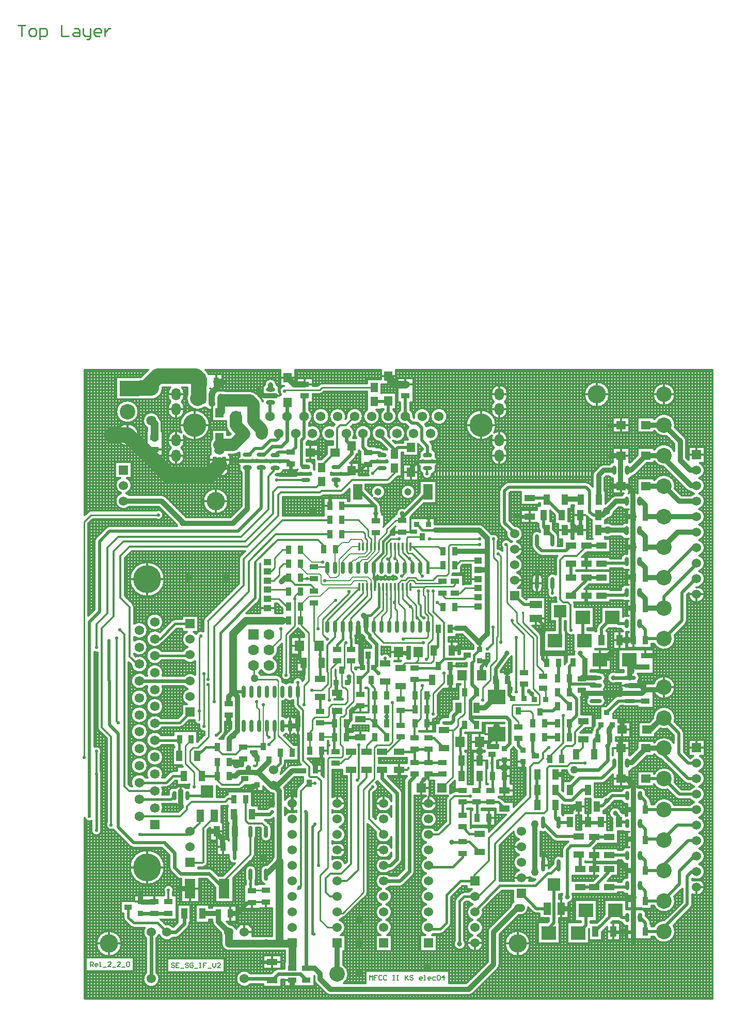
<source format=gtl>
%FSLAX23Y23*%
%MOIN*%
G70*
G01*
G75*
G04 Layer_Physical_Order=1*
G04 Layer_Color=255*
%ADD10C,0.013*%
%ADD11R,0.024X0.080*%
%ADD12O,0.024X0.080*%
%ADD13R,0.039X0.071*%
%ADD14R,0.057X0.035*%
%ADD15R,0.035X0.057*%
%ADD16R,0.036X0.036*%
%ADD17R,0.060X0.052*%
%ADD18O,0.030X0.020*%
%ADD19O,0.030X0.059*%
%ADD20O,0.028X0.059*%
%ADD21R,0.071X0.126*%
%ADD22R,0.036X0.050*%
%ADD23R,0.050X0.036*%
%ADD24R,0.095X0.091*%
%ADD25R,0.071X0.039*%
%ADD26R,0.079X0.079*%
%ADD27R,0.051X0.079*%
%ADD28R,0.052X0.060*%
%ADD29O,0.059X0.028*%
%ADD30O,0.059X0.030*%
%ADD31O,0.020X0.030*%
%ADD32R,0.063X0.071*%
%ADD33O,0.013X0.055*%
%ADD34R,0.013X0.055*%
%ADD35O,0.080X0.024*%
%ADD36R,0.037X0.037*%
%ADD37R,0.033X0.037*%
%ADD38R,0.114X0.095*%
%ADD39O,0.067X0.047*%
%ADD40O,0.031X0.043*%
%ADD41O,0.047X0.067*%
%ADD42O,0.043X0.031*%
%ADD43R,0.060X0.100*%
%ADD44C,0.050*%
%ADD45R,0.060X0.060*%
%ADD46R,0.050X0.060*%
%ADD47R,0.079X0.051*%
%ADD48C,0.016*%
%ADD49C,0.024*%
%ADD50C,0.010*%
%ADD51C,0.032*%
%ADD52C,0.020*%
%ADD53C,0.008*%
%ADD54C,0.080*%
%ADD55C,0.050*%
%ADD56C,0.100*%
%ADD57C,0.040*%
%ADD58C,0.005*%
%ADD59C,0.118*%
%ADD60C,0.150*%
%ADD61C,0.060*%
%ADD62R,0.062X0.062*%
%ADD63C,0.062*%
%ADD64R,0.064X0.064*%
%ADD65C,0.064*%
%ADD66R,0.050X0.040*%
%ADD67R,0.100X0.100*%
%ADD68C,0.100*%
%ADD69C,0.047*%
%ADD70O,0.060X0.079*%
%ADD71R,0.070X0.070*%
%ADD72C,0.070*%
%ADD73C,0.180*%
%ADD74C,0.022*%
%ADD75C,0.016*%
%ADD76C,0.028*%
%ADD77C,0.032*%
D10*
X3852Y3937D02*
G03*
X3852Y3937I-72J0D01*
G01*
X3850Y3724D02*
G03*
X3852Y3740I-71J16D01*
G01*
G03*
X3718Y3779I-72J0D01*
G01*
X3924Y3635D02*
G03*
X3912Y3662I-38J0D01*
G01*
X3924Y3635D02*
G03*
X3912Y3662I-38J0D01*
G01*
X3718Y3702D02*
G03*
X3796Y3669I61J39D01*
G01*
X3846Y3571D02*
G03*
X3718Y3582I-67J-28D01*
G01*
X4043Y3447D02*
G03*
X4012Y3494I-52J0D01*
G01*
X4006Y3397D02*
G03*
X4043Y3447I-16J50D01*
G01*
Y3347D02*
G03*
X4006Y3397I-52J0D01*
G01*
X3928Y3320D02*
G03*
X3954Y3308I27J27D01*
G01*
X3928Y3320D02*
G03*
X3954Y3308I27J27D01*
G01*
X4006Y3297D02*
G03*
X4043Y3347I-16J50D01*
G01*
Y3247D02*
G03*
X4006Y3297I-52J0D01*
G01*
X3954Y3308D02*
G03*
X3974Y3297I36J38D01*
G01*
X4006Y3197D02*
G03*
X4043Y3247I-16J50D01*
G01*
Y3147D02*
G03*
X4006Y3197I-52J0D01*
G01*
X3974Y3297D02*
G03*
X3954Y3285I16J-50D01*
G01*
X4006Y3097D02*
G03*
X4043Y3147I-16J50D01*
G01*
Y3047D02*
G03*
X4006Y3097I-52J0D01*
G01*
Y2997D02*
G03*
X4043Y3047I-16J50D01*
G01*
X3718Y3505D02*
G03*
X3777Y3471I61J38D01*
G01*
X3852Y3346D02*
G03*
X3718Y3385I-72J0D01*
G01*
X3574Y3409D02*
G03*
X3593Y3420I-8J38D01*
G01*
X3574Y3409D02*
G03*
X3593Y3420I-8J38D01*
G01*
X3850Y3330D02*
G03*
X3852Y3346I-71J16D01*
G01*
X3609Y3299D02*
G03*
X3585Y3310I-24J-22D01*
G01*
X3428Y3937D02*
G03*
X3428Y3937I-82J0D01*
G01*
X3390Y3485D02*
G03*
X3363Y3474I0J-38D01*
G01*
X3390Y3485D02*
G03*
X3363Y3474I0J-38D01*
G01*
X3331Y3443D02*
G03*
X3320Y3415I27J-27D01*
G01*
X3331Y3443D02*
G03*
X3320Y3415I27J-27D01*
G01*
X3575Y3310D02*
G03*
X3555Y3303I0J-32D01*
G01*
G03*
X3551Y3299I20J-26D01*
G01*
X3470Y3285D02*
G03*
X3443Y3274I0J-38D01*
G01*
X3470Y3285D02*
G03*
X3443Y3274I0J-38D01*
G01*
X3415Y3138D02*
G03*
X3457Y3180I-5J47D01*
G01*
X3298Y3363D02*
G03*
X3275Y3372I-23J-23D01*
G01*
X3298Y3363D02*
G03*
X3275Y3372I-23J-23D01*
G01*
X3398Y3124D02*
G03*
X3410Y3132I-15J35D01*
G01*
X3398Y3124D02*
G03*
X3410Y3132I-15J35D01*
G01*
X3443Y3100D02*
G03*
X3398Y3105I-28J-38D01*
G01*
Y3017D02*
G03*
X3443Y3023I17J44D01*
G01*
X3298Y3136D02*
G03*
X3314Y3128I23J23D01*
G01*
X3298Y3136D02*
G03*
X3314Y3128I23J23D01*
G01*
X4043Y2947D02*
G03*
X4006Y2997I-52J0D01*
G01*
Y2897D02*
G03*
X4043Y2947I-16J50D01*
G01*
Y2847D02*
G03*
X4006Y2897I-52J0D01*
G01*
Y2797D02*
G03*
X4043Y2847I-16J50D01*
G01*
Y2747D02*
G03*
X4006Y2797I-52J0D01*
G01*
Y2697D02*
G03*
X4043Y2747I-16J50D01*
G01*
Y2647D02*
G03*
X4006Y2697I-52J0D01*
G01*
X3938Y2654D02*
G03*
X4043Y2647I52J-7D01*
G01*
X3918Y2455D02*
G03*
X3928Y2478I-23J23D01*
G01*
X3918Y2455D02*
G03*
X3928Y2478I-23J23D01*
G01*
X3852Y2362D02*
G03*
X3848Y2385I-72J0D01*
G01*
X3715Y2330D02*
G03*
X3852Y2362I65J32D01*
G01*
Y2047D02*
G03*
X3711Y2071I-72J0D01*
G01*
Y2023D02*
G03*
X3852Y2047I68J24D01*
G01*
X3518Y2157D02*
G03*
X3519Y2144I47J-2D01*
G01*
X3622Y2109D02*
G03*
X3609Y2136I-34J0D01*
G01*
X3611Y2084D02*
G03*
X3622Y2109I-24J25D01*
G01*
X3619Y2073D02*
G03*
X3611Y2084I-32J-14D01*
G01*
X3501Y2075D02*
G03*
X3508Y2034I31J-15D01*
G01*
G03*
X3502Y1992I24J-25D01*
G01*
X3556Y1925D02*
G03*
X3562Y1924I6J32D01*
G01*
X3556Y1925D02*
G03*
X3562Y1924I6J32D01*
G01*
X3520Y1927D02*
G03*
X3532Y1925I12J32D01*
G01*
X3468Y2429D02*
G03*
X3485Y2424I16J28D01*
G01*
X3468Y2429D02*
G03*
X3485Y2424I16J28D01*
G01*
X3485Y1992D02*
G03*
X3462Y1982I0J-32D01*
G01*
X3485Y1992D02*
G03*
X3462Y1982I0J-32D01*
G01*
X3472Y2144D02*
G03*
X3469Y2075I-19J-34D01*
G01*
X3354Y2451D02*
G03*
X3344Y2428I23J-23D01*
G01*
X3354Y2451D02*
G03*
X3344Y2428I23J-23D01*
G01*
X3391Y2084D02*
G03*
X3402Y2109I-24J25D01*
G01*
Y2059D02*
G03*
X3391Y2084I-34J0D01*
G01*
Y2034D02*
G03*
X3402Y2059I-24J25D01*
G01*
Y2009D02*
G03*
X3391Y2034I-34J0D01*
G01*
Y1984D02*
G03*
X3402Y2009I-24J25D01*
G01*
Y1959D02*
G03*
X3391Y1984I-34J0D01*
G01*
X3402Y2109D02*
G03*
X3368Y2144I-34J0D01*
G01*
X3374Y1925D02*
G03*
X3402Y1959I-7J34D01*
G01*
X3357Y2144D02*
G03*
X3340Y2148I-17J-34D01*
G01*
X3369Y1925D02*
G03*
X3374Y1925I-1J34D01*
G01*
X3288Y1984D02*
G03*
X3312Y1925I24J-25D01*
G01*
X2769Y3946D02*
G03*
X2664Y3946I-52J0D01*
G01*
X2753Y3890D02*
G03*
X2769Y3928I-36J38D01*
G01*
Y3852D02*
G03*
X2753Y3890I-52J0D01*
G01*
X2664Y3833D02*
G03*
X2769Y3833I52J0D01*
G01*
X2775Y3372D02*
G03*
X2752Y3363I0J-32D01*
G01*
X2769Y3651D02*
G03*
X2683Y3691I-52J0D01*
G01*
X2775Y3372D02*
G03*
X2752Y3363I0J-32D01*
G01*
X2751Y3593D02*
G03*
X2769Y3632I-34J40D01*
G01*
Y3553D02*
G03*
X2751Y3593I-52J0D01*
G01*
X2664Y3534D02*
G03*
X2769Y3534I52J0D01*
G01*
X2664Y3928D02*
G03*
X2680Y3890I52J0D01*
G01*
G03*
X2664Y3852I36J-38D01*
G01*
X2727Y3338D02*
G03*
X2717Y3315I23J-23D01*
G01*
X2727Y3338D02*
G03*
X2717Y3315I23J-23D01*
G01*
X2683Y3691D02*
G03*
X2696Y3740I-84J49D01*
G01*
X2669Y3672D02*
G03*
X2664Y3651I48J-21D01*
G01*
Y3632D02*
G03*
X2682Y3593I52J0D01*
G01*
G03*
X2664Y3553I34J-40D01*
G01*
X2867Y3038D02*
G03*
X2816Y3090I-52J0D01*
G01*
X2614Y3089D02*
G03*
X2587Y3100I-27J-27D01*
G01*
X2717Y3110D02*
G03*
X2727Y3087I32J0D01*
G01*
X2717Y3110D02*
G03*
X2727Y3087I32J0D01*
G01*
X2614Y3089D02*
G03*
X2587Y3100I-27J-27D01*
G01*
X2696Y3740D02*
G03*
X2669Y3672I-97J0D01*
G01*
X2381Y3795D02*
G03*
X2381Y3795I-54J0D01*
G01*
X2317Y3509D02*
G03*
X2306Y3533I-32J0D01*
G01*
X2271Y3632D02*
G03*
X2327Y3685I2J53D01*
G01*
G03*
X2246Y3731I-54J0D01*
G01*
X2286Y3603D02*
G03*
X2277Y3626I-32J0D01*
G01*
X2286Y3603D02*
G03*
X2277Y3626I-32J0D01*
G01*
X2272Y3795D02*
G03*
X2166Y3785I-54J0D01*
G01*
X2238Y3745D02*
G03*
X2272Y3795I-19J50D01*
G01*
X2163D02*
G03*
X2142Y3838I-54J0D01*
G01*
X2162Y3788D02*
G03*
X2163Y3795I-53J7D01*
G01*
X2246Y3731D02*
G03*
X2238Y3745I-31J-9D01*
G01*
X2246Y3731D02*
G03*
X2238Y3745I-31J-9D01*
G01*
X2131Y3727D02*
G03*
X2127Y3646I33J-42D01*
G01*
X2202Y3533D02*
G03*
X2191Y3509I22J-24D01*
G01*
X2306Y3475D02*
G03*
X2317Y3499I-22J24D01*
G01*
X2218Y3429D02*
G03*
X2283Y3425I32J-4D01*
G01*
X2303Y3100D02*
G03*
X2298Y3100I0J-38D01*
G01*
X2194Y3485D02*
G03*
X2202Y3475I29J14D01*
G01*
X2191Y3499D02*
G03*
X2194Y3486I32J0D01*
G01*
X3095Y3022D02*
G03*
X3077Y3053I-34J0D01*
G01*
X3094Y2959D02*
G03*
X3095Y2966I-34J7D01*
G01*
X3089Y2891D02*
G03*
X3081Y2870I21J-21D01*
G01*
X3089Y2891D02*
G03*
X3081Y2870I21J-21D01*
G01*
Y2615D02*
G03*
X3086Y2599I29J0D01*
G01*
X3081Y2615D02*
G03*
X3086Y2599I29J0D01*
G01*
X3204Y2580D02*
G03*
X3199Y2596I-29J0D01*
G01*
X3204Y2580D02*
G03*
X3199Y2596I-29J0D01*
G01*
X2970Y3081D02*
G03*
X2980Y3058I32J0D01*
G01*
X2970Y3081D02*
G03*
X2980Y3058I32J0D01*
G01*
X3081Y2775D02*
G03*
X3026Y2747I-21J-27D01*
G01*
X2928Y2955D02*
G03*
X2937Y2934I32J2D01*
G01*
X2980Y3050D02*
G03*
X2926Y3022I-20J-28D01*
G01*
X2967Y2904D02*
G03*
X2990Y2894I23J23D01*
G01*
X2926Y2966D02*
G03*
X2928Y2955I34J0D01*
G01*
G03*
X2937Y2934I32J2D01*
G01*
X2967Y2904D02*
G03*
X2990Y2894I23J23D01*
G01*
X2995Y2747D02*
G03*
X2926Y2747I-34J0D01*
G01*
X3026Y2691D02*
G03*
X3031Y2673I34J0D01*
G01*
Y2670D02*
G03*
X3081Y2630I29J-15D01*
G01*
X2926Y2691D02*
G03*
X2995Y2691I34J0D01*
G01*
X3146Y2420D02*
G03*
X3148Y2409I29J0D01*
G01*
G03*
X3195Y2386I32J6D01*
G01*
X3146Y2420D02*
G03*
X3148Y2409I29J0D01*
G01*
X3201Y2279D02*
G03*
X3199Y2258I32J-14D01*
G01*
X3286Y1986D02*
G03*
X3288Y1984I26J23D01*
G01*
X3201Y2279D02*
G03*
X3199Y2258I32J-14D01*
G01*
X3247Y1972D02*
G03*
X3244Y1986I-32J0D01*
G01*
X3247Y1972D02*
G03*
X3244Y1986I-32J0D01*
G01*
X3145Y2206D02*
G03*
X3138Y2196I23J-23D01*
G01*
X3145Y2206D02*
G03*
X3138Y2196I23J-23D01*
G01*
X2987Y2375D02*
G03*
X2979Y2394I-27J0D01*
G01*
X2987Y2375D02*
G03*
X2979Y2394I-27J0D01*
G01*
X2911Y2027D02*
G03*
X2916Y2021I24J13D01*
G01*
X2911Y2027D02*
G03*
X2916Y2021I24J13D01*
G01*
X2831Y2988D02*
G03*
X2867Y3038I-16J50D01*
G01*
Y2938D02*
G03*
X2831Y2988I-52J0D01*
G01*
X2764Y3050D02*
G03*
X2799Y2988I51J-12D01*
G01*
X2831Y2888D02*
G03*
X2867Y2938I-16J50D01*
G01*
X2799Y2988D02*
G03*
X2789Y2984I16J-50D01*
G01*
G03*
X2737Y2947I-29J-14D01*
G01*
X2867Y2838D02*
G03*
X2831Y2888I-52J0D01*
G01*
Y2788D02*
G03*
X2867Y2838I-16J50D01*
G01*
X2837Y2690D02*
G03*
X2867Y2738I-22J47D01*
G01*
G03*
X2831Y2788I-52J0D01*
G01*
X2707Y2988D02*
G03*
X2713Y3005I-27J17D01*
G01*
G03*
X2668Y3035I-32J0D01*
G01*
X2737Y2927D02*
G03*
X2707Y2942I-27J-17D01*
G01*
X2495Y2714D02*
G03*
X2481Y2711I0J-27D01*
G01*
X2495Y2714D02*
G03*
X2481Y2711I0J-27D01*
G01*
X2414Y2772D02*
G03*
X2417Y2783I-24J13D01*
G01*
X2414Y2772D02*
G03*
X2417Y2783I-24J13D01*
G01*
X2631Y2264D02*
G03*
X2652Y2265I9J31D01*
G01*
X2783Y2236D02*
G03*
X2796Y2247I-18J34D01*
G01*
X2488Y2201D02*
G03*
X2506Y2207I0J31D01*
G01*
X2796Y2035D02*
G03*
X2793Y2015I29J-15D01*
G01*
X2488Y2201D02*
G03*
X2506Y2207I0J31D01*
G01*
X2641Y2204D02*
G03*
X2632Y2185I19J-19D01*
G01*
X2641Y2204D02*
G03*
X2632Y2185I19J-19D01*
G01*
X3908Y1752D02*
G03*
X3898Y1775I-32J0D01*
G01*
X3908Y1752D02*
G03*
X3898Y1775I-32J0D01*
G01*
X4043Y1557D02*
G03*
X4012Y1604I-52J0D01*
G01*
X4006Y1507D02*
G03*
X4043Y1557I-16J50D01*
G01*
X3968Y1604D02*
G03*
X3949Y1589I22J-47D01*
G01*
X3848Y1825D02*
G03*
X3852Y1850I-68J25D01*
G01*
X3755Y1782D02*
G03*
X3800Y1781I25J68D01*
G01*
X3852Y1850D02*
G03*
X3707Y1844I-72J0D01*
G01*
X3842Y1689D02*
G03*
X3718Y1692I-63J-36D01*
G01*
X3718Y1615D02*
G03*
X3763Y1583I61J39D01*
G01*
X4043Y1457D02*
G03*
X4006Y1507I-52J0D01*
G01*
Y1407D02*
G03*
X4043Y1457I-16J50D01*
G01*
X3949Y1424D02*
G03*
X3974Y1407I41J32D01*
G01*
X3912Y1434D02*
G03*
X3935Y1424I23J23D01*
G01*
X3912Y1434D02*
G03*
X3935Y1424I23J23D01*
G01*
X4043Y1357D02*
G03*
X4006Y1407I-52J0D01*
G01*
X3974D02*
G03*
X3949Y1389I16J-50D01*
G01*
X4006Y1307D02*
G03*
X4043Y1357I-16J50D01*
G01*
X3949Y1324D02*
G03*
X3974Y1307I41J32D01*
G01*
G03*
X3949Y1289I16J-50D01*
G01*
X4043Y1257D02*
G03*
X4006Y1307I-52J0D01*
G01*
Y1207D02*
G03*
X4043Y1257I-16J50D01*
G01*
Y1157D02*
G03*
X4006Y1207I-52J0D01*
G01*
X3848Y1434D02*
G03*
X3852Y1457I-69J23D01*
G01*
G03*
X3715Y1490I-72J0D01*
G01*
Y1423D02*
G03*
X3802Y1388I64J33D01*
G01*
X3856Y1334D02*
G03*
X3879Y1324I23J23D01*
G01*
X3856Y1334D02*
G03*
X3879Y1324I23J23D01*
G01*
X3693Y1312D02*
G03*
X3683Y1335I-32J0D01*
G01*
X3846Y1289D02*
G03*
X3715Y1292I-66J-30D01*
G01*
X3693Y1312D02*
G03*
X3683Y1335I-32J0D01*
G01*
X3579Y1524D02*
G03*
X3598Y1535I-8J38D01*
G01*
X3579Y1524D02*
G03*
X3598Y1535I-8J38D01*
G01*
X3324Y1790D02*
G03*
X3318Y1771I26J-20D01*
G01*
X3324Y1790D02*
G03*
X3318Y1771I26J-20D01*
G01*
X3380Y1429D02*
G03*
X3403Y1439I0J32D01*
G01*
X3153Y1511D02*
G03*
X3195Y1468I47J4D01*
G01*
X3613Y1399D02*
G03*
X3589Y1410I-24J-22D01*
G01*
X3579D02*
G03*
X3555Y1399I0J-32D01*
G01*
X3445Y1379D02*
G03*
X3422Y1370I0J-32D01*
G01*
X3445Y1379D02*
G03*
X3422Y1370I0J-32D01*
G01*
X3503Y1243D02*
G03*
X3446Y1201I-38J-8D01*
G01*
X3423Y1279D02*
G03*
X3446Y1302I-13J36D01*
G01*
X3380Y1429D02*
G03*
X3403Y1439I0J32D01*
G01*
X3405Y1353D02*
G03*
X3379Y1337I5J-38D01*
G01*
X3389Y1251D02*
G03*
X3403Y1259I-9J31D01*
G01*
X3389Y1251D02*
G03*
X3403Y1259I-9J31D01*
G01*
X4006Y1107D02*
G03*
X4043Y1157I-16J50D01*
G01*
Y1057D02*
G03*
X4006Y1107I-52J0D01*
G01*
Y1007D02*
G03*
X4043Y1057I-16J50D01*
G01*
Y957D02*
G03*
X4006Y1007I-52J0D01*
G01*
Y907D02*
G03*
X4043Y957I-16J50D01*
G01*
Y857D02*
G03*
X4006Y907I-52J0D01*
G01*
Y807D02*
G03*
X4043Y857I-16J50D01*
G01*
Y757D02*
G03*
X4006Y807I-52J0D01*
G01*
X3963Y812D02*
G03*
X3974Y807I27J45D01*
G01*
G03*
X3963Y802I16J-50D01*
G01*
Y712D02*
G03*
X4043Y757I27J45D01*
G01*
X3852Y669D02*
G03*
X3846Y697I-72J0D01*
G01*
X3953Y624D02*
G03*
X3963Y647I-23J23D01*
G01*
X3953Y624D02*
G03*
X3963Y647I-23J23D01*
G01*
X3715Y637D02*
G03*
X3852Y669I65J33D01*
G01*
Y472D02*
G03*
X3841Y511I-72J0D01*
G01*
X3782Y545D02*
G03*
X3715Y505I-3J-72D01*
G01*
X3715Y440D02*
G03*
X3852Y472I65J33D01*
G01*
X3693Y528D02*
G03*
X3683Y551I-32J0D01*
G01*
X3693Y528D02*
G03*
X3683Y551I-32J0D01*
G01*
X3614Y614D02*
G03*
X3609Y618I-24J-22D01*
G01*
X3561D02*
G03*
X3556Y614I19J-26D01*
G01*
X3443Y828D02*
G03*
X3447Y833I-23J23D01*
G01*
X3443Y828D02*
G03*
X3447Y833I-23J23D01*
G01*
X3351Y1035D02*
G03*
X3355Y1040I-23J23D01*
G01*
X3351Y1035D02*
G03*
X3355Y1040I-23J23D01*
G01*
X3487Y539D02*
G03*
X3507Y529I23J23D01*
G01*
X3487Y539D02*
G03*
X3507Y529I23J23D01*
G01*
X3194Y695D02*
G03*
X3188Y716I-38J0D01*
G01*
X3163Y657D02*
G03*
X3194Y695I-8J38D01*
G01*
X2809Y1662D02*
G03*
X2817Y1649I31J11D01*
G01*
X2809Y1662D02*
G03*
X2817Y1649I31J11D01*
G01*
X2703Y1560D02*
G03*
X2701Y1570I-32J0D01*
G01*
Y1550D02*
G03*
X2703Y1560I-31J10D01*
G01*
X2640Y1572D02*
G03*
X2640Y1548I30J-12D01*
G01*
X3121Y1291D02*
G03*
X3140Y1284I19J26D01*
G01*
X3121Y1291D02*
G03*
X3140Y1284I19J26D01*
G01*
X3129Y1221D02*
G03*
X3121Y1230I-29J-18D01*
G01*
X2984Y1116D02*
G03*
X3012Y1114I16J31D01*
G01*
X2808Y1116D02*
G03*
X2844Y1067I52J0D01*
G01*
X2731Y1328D02*
G03*
X2711Y1337I-22J-22D01*
G01*
X2731Y1328D02*
G03*
X2711Y1337I-22J-22D01*
G01*
X2396Y1889D02*
G03*
X2385Y1865I24J-24D01*
G01*
X2396Y1889D02*
G03*
X2385Y1865I24J-24D01*
G01*
X2360Y1855D02*
G03*
X2326Y1815I0J-34D01*
G01*
X2322Y1875D02*
G03*
X2318Y1892I-32J0D01*
G01*
X2288Y1843D02*
G03*
X2322Y1875I2J32D01*
G01*
X2111Y1464D02*
G03*
X2101Y1440I24J-24D01*
G01*
X2111Y1464D02*
G03*
X2101Y1440I24J-24D01*
G01*
X2425Y1374D02*
G03*
X2404Y1366I0J-29D01*
G01*
X2425Y1374D02*
G03*
X2404Y1366I0J-29D01*
G01*
X2379Y1341D02*
G03*
X2371Y1320I21J-21D01*
G01*
X2379Y1341D02*
G03*
X2371Y1320I21J-21D01*
G01*
X2312Y1297D02*
G03*
X2265Y1349I-52J0D01*
G01*
X2276Y1247D02*
G03*
X2312Y1297I-16J50D01*
G01*
X2244Y1347D02*
G03*
X2244Y1247I16J-50D01*
G01*
X2312Y1197D02*
G03*
X2276Y1247I-52J0D01*
G01*
Y1147D02*
G03*
X2312Y1197I-16J50D01*
G01*
X2304Y1126D02*
G03*
X2276Y1147I-44J-29D01*
G01*
X2244Y1247D02*
G03*
X2244Y1147I16J-50D01*
G01*
G03*
X2244Y1047I16J-50D01*
G01*
X3163Y1053D02*
G03*
X3157Y1048I17J-28D01*
G01*
X3163Y1053D02*
G03*
X3157Y1048I17J-28D01*
G01*
X3132Y1023D02*
G03*
X3122Y1000I23J-23D01*
G01*
X3132Y1023D02*
G03*
X3122Y1000I23J-23D01*
G01*
Y954D02*
G03*
X3066Y927I-22J-26D01*
G01*
X3064Y1062D02*
G03*
X3086Y1053I23J23D01*
G01*
X3064Y1062D02*
G03*
X3086Y1053I23J23D01*
G01*
X3035Y927D02*
G03*
X2984Y958I-34J0D01*
G01*
X3122Y716D02*
G03*
X3121Y712I32J-21D01*
G01*
G03*
X3119Y681I34J-17D01*
G01*
X2912Y823D02*
G03*
X2949Y809I34J33D01*
G01*
X2935Y596D02*
G03*
X2957Y587I23J23D01*
G01*
X2935Y596D02*
G03*
X2957Y587I23J23D01*
G01*
X2844Y1067D02*
G03*
X2844Y967I16J-50D01*
G01*
G03*
X2844Y867I16J-50D01*
G01*
G03*
X2811Y797I16J-50D01*
G01*
X2912Y817D02*
G03*
X2912Y823I-52J0D01*
G01*
X2909Y797D02*
G03*
X2912Y817I-49J19D01*
G01*
X2902Y625D02*
G03*
X2902Y629I-47J0D01*
G01*
X2808Y664D02*
G03*
X2788Y633I27J-39D01*
G01*
X2902Y625D02*
G03*
X2902Y629I-47J0D01*
G01*
X2718Y797D02*
G03*
X2719Y805I-28J8D01*
G01*
X2718Y797D02*
G03*
X2719Y805I-28J8D01*
G01*
X2612Y597D02*
G03*
X2610Y614I-52J0D01*
G01*
X2916Y394D02*
G03*
X2916Y394I-82J0D01*
G01*
X2855Y577D02*
G03*
X2902Y625I0J47D01*
G01*
X2855Y577D02*
G03*
X2902Y625I0J47D01*
G01*
X2653Y497D02*
G03*
X2641Y470I27J-27D01*
G01*
X2653Y497D02*
G03*
X2641Y470I27J-27D01*
G01*
X2707Y233D02*
G03*
X2718Y260I-27J27D01*
G01*
X2707Y233D02*
G03*
X2718Y260I-27J27D01*
G01*
X2538Y744D02*
G03*
X2517Y727I22J-47D01*
G01*
Y666D02*
G03*
X2544Y647I43J31D01*
G01*
X2490Y727D02*
G03*
X2468Y718I0J-31D01*
G01*
X2490Y727D02*
G03*
X2468Y718I0J-31D01*
G01*
X2438Y688D02*
G03*
X2430Y667I22J-22D01*
G01*
X2438Y688D02*
G03*
X2430Y667I22J-22D01*
G01*
X2576Y547D02*
G03*
X2612Y597I-16J50D01*
G01*
X2544Y647D02*
G03*
X2544Y547I16J-50D01*
G01*
X2612Y497D02*
G03*
X2576Y547I-52J0D01*
G01*
X2244Y1047D02*
G03*
X2244Y947I16J-50D01*
G01*
G03*
X2244Y847I16J-50D01*
G01*
G03*
X2244Y747I16J-50D01*
G01*
X2159Y836D02*
G03*
X2170Y860I-24J24D01*
G01*
X2159Y836D02*
G03*
X2170Y860I-24J24D01*
G01*
X2397Y505D02*
G03*
X2405Y527I-22J22D01*
G01*
X2397Y505D02*
G03*
X2405Y527I-22J22D01*
G01*
X2244Y747D02*
G03*
X2244Y647I16J-50D01*
G01*
G03*
X2244Y547I16J-50D01*
G01*
X2335Y456D02*
G03*
X2357Y465I0J31D01*
G01*
X2335Y456D02*
G03*
X2357Y465I0J31D01*
G01*
X2576Y447D02*
G03*
X2612Y497I-16J50D01*
G01*
Y397D02*
G03*
X2576Y447I-52J0D01*
G01*
X2544Y547D02*
G03*
X2544Y447I16J-50D01*
G01*
G03*
X2612Y397I16J-50D01*
G01*
X2499Y392D02*
G03*
X2490Y415I-38J0D01*
G01*
X2430D02*
G03*
X2499Y392I31J-23D01*
G01*
X2520Y62D02*
G03*
X2547Y73I0J38D01*
G01*
X2520Y62D02*
G03*
X2547Y73I0J38D01*
G01*
X2282Y449D02*
G03*
X2293Y456I-22J47D01*
G01*
X2244Y547D02*
G03*
X2238Y449I16J-50D01*
G01*
X2077Y3838D02*
G03*
X2116Y3742I32J-42D01*
G01*
X2054Y3795D02*
G03*
X2033Y3838I-54J0D01*
G01*
X1968D02*
G03*
X2054Y3795I32J-42D01*
G01*
X1945D02*
G03*
X1922Y3839I-54J0D01*
G01*
X1862Y3840D02*
G03*
X1945Y3795I29J-45D01*
G01*
X1836D02*
G03*
X1730Y3784I-54J0D01*
G01*
X1771Y3743D02*
G03*
X1836Y3795I11J52D01*
G01*
X1724Y3778D02*
G03*
X1727Y3795I-51J17D01*
G01*
X2109Y3685D02*
G03*
X2008Y3659I-54J0D01*
G01*
X2030Y3638D02*
G03*
X2109Y3685I26J47D01*
G01*
X1998Y3670D02*
G03*
X2000Y3685I-51J15D01*
G01*
G03*
X1944Y3632I-54J0D01*
G01*
X2061Y3626D02*
G03*
X2046Y3622I0J-32D01*
G01*
X2061Y3626D02*
G03*
X2046Y3622I0J-32D01*
G01*
X1965Y3585D02*
G03*
X1942Y3594I-23J-23D01*
G01*
X1965Y3585D02*
G03*
X1942Y3594I-23J-23D01*
G01*
X1870Y3643D02*
G03*
X1891Y3685I-32J42D01*
G01*
X1810Y3576D02*
G03*
X1814Y3571I27J18D01*
G01*
X1782Y3685D02*
G03*
X1758Y3730I-54J0D01*
G01*
X1810Y3576D02*
G03*
X1814Y3571I27J18D01*
G01*
X1891Y3685D02*
G03*
X1792Y3656I-54J0D01*
G01*
X1773D02*
G03*
X1782Y3685I-45J29D01*
G01*
X1871Y3445D02*
G03*
X1872Y3414I29J-15D01*
G01*
X1786Y3529D02*
G03*
X1796Y3551I-24J24D01*
G01*
X1786Y3529D02*
G03*
X1796Y3551I-24J24D01*
G01*
X1572Y4009D02*
G03*
X1552Y4001I0J-27D01*
G01*
X1572Y4009D02*
G03*
X1552Y4001I0J-27D01*
G01*
X1555Y3938D02*
G03*
X1574Y3946I0J27D01*
G01*
X1555Y3938D02*
G03*
X1574Y3946I0J27D01*
G01*
X1325Y3992D02*
G03*
X1307Y3937I5J-32D01*
G01*
X1278Y4000D02*
G03*
X1213Y4027I-38J0D01*
G01*
X1213Y4027D02*
G03*
X1201Y4000I27J-27D01*
G01*
X1213Y4027D02*
G03*
X1201Y4000I27J-27D01*
G01*
X1302Y3937D02*
G03*
X1292Y3956I-32J-5D01*
G01*
X1303Y3932D02*
G03*
X1302Y3937I-32J0D01*
G01*
X1184Y3902D02*
G03*
X1188Y3898I26J20D01*
G01*
Y3892D02*
G03*
X1184Y3902I-60J-18D01*
G01*
X1188Y3892D02*
G03*
X1184Y3902I-60J-18D01*
G01*
X1188Y3956D02*
G03*
X1177Y3932I22J-24D01*
G01*
X1149Y3941D02*
G03*
X1105Y3959I-44J-44D01*
G01*
X1149Y3941D02*
G03*
X1105Y3959I-44J-44D01*
G01*
X1177Y3922D02*
G03*
X1180Y3909I32J0D01*
G01*
G03*
X1172Y3918I-52J-35D01*
G01*
X1180Y3909D02*
G03*
X1172Y3918I-52J-35D01*
G01*
X1727Y3795D02*
G03*
X1654Y3745I-54J0D01*
G01*
X1649Y3741D02*
G03*
X1644Y3733I21J-21D01*
G01*
X1618Y3795D02*
G03*
X1618Y3795I-54J0D01*
G01*
X1649Y3741D02*
G03*
X1644Y3733I21J-21D01*
G01*
G03*
X1641Y3636I-25J-47D01*
G01*
X1564Y3685D02*
G03*
X1488Y3734I-54J0D01*
G01*
X1483Y3639D02*
G03*
X1564Y3685I28J46D01*
G01*
X1509Y3795D02*
G03*
X1488Y3838I-54J0D01*
G01*
Y3753D02*
G03*
X1509Y3795I-32J42D01*
G01*
X1478Y3634D02*
G03*
X1483Y3639I-23J23D01*
G01*
X1478Y3634D02*
G03*
X1483Y3639I-23J23D01*
G01*
X1522Y3451D02*
G03*
X1519Y3454I-25J-21D01*
G01*
X1415D02*
G03*
X1410Y3449I22J-24D01*
G01*
G03*
X1404Y3430I26J-19D01*
G01*
X1995Y3356D02*
G03*
X2016Y3364I0J29D01*
G01*
X2173Y3308D02*
G03*
X2173Y3308I-46J0D01*
G01*
X2105Y3202D02*
G03*
X2052Y3165I-15J-35D01*
G01*
X1995Y3356D02*
G03*
X2016Y3364I0J29D01*
G01*
X1980Y3308D02*
G03*
X1896Y3281I-46J0D01*
G01*
X1908Y3270D02*
G03*
X1980Y3308I26J38D01*
G01*
X2039Y3151D02*
G03*
X2029Y3144I9J-26D01*
G01*
X2039Y3151D02*
G03*
X2029Y3144I9J-26D01*
G01*
X2031Y2768D02*
G03*
X2053Y2757I25J24D01*
G01*
X2013Y3032D02*
G03*
X2017Y3047I-23J14D01*
G01*
X1981Y2768D02*
G03*
X2031Y2768I25J24D01*
G01*
X2013Y3032D02*
G03*
X2017Y3047I-23J14D01*
G01*
X1931Y2768D02*
G03*
X1981Y2768I25J24D01*
G01*
X1695Y3286D02*
G03*
X1716Y3294I0J29D01*
G01*
X1695Y3286D02*
G03*
X1716Y3294I0J29D01*
G01*
X1952Y3212D02*
G03*
X1943Y3235I-32J0D01*
G01*
X1959Y3167D02*
G03*
X1952Y3187I-38J0D01*
G01*
Y3212D02*
G03*
X1943Y3235I-32J0D01*
G01*
X1970Y3086D02*
G03*
X1967Y3082I20J-19D01*
G01*
X1958Y3162D02*
G03*
X1959Y3167I-38J5D01*
G01*
X1970Y3086D02*
G03*
X1967Y3082I20J-19D01*
G01*
X1906Y2757D02*
G03*
X1931Y2768I-0J34D01*
G01*
X2053Y2757D02*
G03*
X2056Y2750I32J8D01*
G01*
X2050Y2744D02*
G03*
X2029Y2742I-8J-28D01*
G01*
G03*
X2003Y2742I-13J-26D01*
G01*
G03*
X1978Y2742I-13J-26D01*
G01*
X1957Y2311D02*
G03*
X1970Y2307I14J24D01*
G01*
X1957Y2311D02*
G03*
X1970Y2307I14J24D01*
G01*
X1978Y2742D02*
G03*
X1952Y2742I-13J-26D01*
G01*
X1913Y2745D02*
G03*
X1909Y2753I-25J-8D01*
G01*
X1913Y2745D02*
G03*
X1909Y2753I-25J-8D01*
G01*
X1952Y2742D02*
G03*
X1926Y2742I-13J-26D01*
G01*
G03*
X1913Y2745I-13J-26D01*
G01*
X2011Y2245D02*
G03*
X1957Y2257I-31J-10D01*
G01*
X1845Y2370D02*
G03*
X1856Y2345I34J0D01*
G01*
X1845Y2370D02*
G03*
X1856Y2345I34J0D01*
G01*
X1786Y2383D02*
G03*
X1829Y2387I20J28D01*
G01*
X1790Y2362D02*
G03*
X1786Y2378I-31J0D01*
G01*
X1790Y2362D02*
G03*
X1786Y2378I-31J0D01*
G01*
X1652Y1967D02*
G03*
X1652Y1971I-32J-2D01*
G01*
X1560Y3276D02*
G03*
X1581Y3284I0J29D01*
G01*
X1560Y3276D02*
G03*
X1581Y3284I0J29D01*
G01*
X1404Y3420D02*
G03*
X1405Y3413I32J0D01*
G01*
X1297D02*
G03*
X1273Y3417I-17J-28D01*
G01*
X1317Y2526D02*
G03*
X1311Y2526I-6J-47D01*
G01*
X1044Y2896D02*
G03*
X1036Y2875I21J-21D01*
G01*
X1044Y2896D02*
G03*
X1036Y2875I21J-21D01*
G01*
X1162Y2603D02*
G03*
X1171Y2625I-22J22D01*
G01*
X1162Y2603D02*
G03*
X1171Y2625I-22J22D01*
G01*
X1414Y2426D02*
G03*
X1417Y2428I-19J19D01*
G01*
X1414Y2426D02*
G03*
X1417Y2428I-19J19D01*
G01*
X1446Y2090D02*
G03*
X1383Y2077I-31J-10D01*
G01*
X1386Y1935D02*
G03*
X1395Y1914I29J0D01*
G01*
X1386Y1935D02*
G03*
X1395Y1914I29J0D01*
G01*
X1383Y2077D02*
G03*
X1340Y2071I-17J-30D01*
G01*
Y1968D02*
G03*
X1386Y1964I25J24D01*
G01*
X1288Y2287D02*
G03*
X1285Y2303I-58J0D01*
G01*
X1258Y2237D02*
G03*
X1288Y2287I-28J50D01*
G01*
Y2187D02*
G03*
X1258Y2237I-58J0D01*
G01*
X1372Y2125D02*
G03*
X1367Y2142I-32J0D01*
G01*
X1312D02*
G03*
X1372Y2125I27J-17D01*
G01*
X1316Y2083D02*
G03*
X1317Y2090I-26J7D01*
G01*
G03*
X1309Y2109I-27J0D01*
G01*
X1340Y2071D02*
G03*
X1316Y2082I-25J-24D01*
G01*
Y1957D02*
G03*
X1340Y1968I-1J34D01*
G01*
X1180Y2158D02*
G03*
X1288Y2187I50J28D01*
G01*
X1165Y2142D02*
G03*
X1180Y2158I-35J45D01*
G01*
X1299Y2119D02*
G03*
X1280Y2128I-19J-19D01*
G01*
X1299Y2119D02*
G03*
X1280Y2128I-19J-19D01*
G01*
X1177D02*
G03*
X1165Y2142I-42J-23D01*
G01*
X841Y4068D02*
G03*
X826Y4088I-66J-31D01*
G01*
X841Y4068D02*
G03*
X826Y4088I-66J-31D01*
G01*
X952Y3737D02*
G03*
X971Y3693I62J0D01*
G01*
X952Y3737D02*
G03*
X971Y3693I62J0D01*
G01*
X846Y3740D02*
G03*
X664Y3691I-97J0D01*
G01*
X702Y3938D02*
G03*
X809Y3851I68J-26D01*
G01*
X682Y3946D02*
G03*
X668Y3983I-52J0D01*
G01*
X666Y3890D02*
G03*
X682Y3928I-36J38D01*
G01*
X592Y3983D02*
G03*
X577Y3946I38J-36D01*
G01*
X682Y3852D02*
G03*
X666Y3890I-52J0D01*
G01*
X577Y3928D02*
G03*
X594Y3890I52J0D01*
G01*
G03*
X577Y3852I36J-38D01*
G01*
Y3833D02*
G03*
X682Y3833I52J0D01*
G01*
X1000Y3549D02*
G03*
X1038Y3562I0J62D01*
G01*
X1000Y3549D02*
G03*
X1038Y3562I0J62D01*
G01*
Y3536D02*
G03*
X1027Y3512I22J-24D01*
G01*
Y3502D02*
G03*
X1038Y3478I32J0D01*
G01*
X862Y3651D02*
G03*
X854Y3584I48J-39D01*
G01*
X967Y3248D02*
G03*
X967Y3248I-82J0D01*
G01*
X678Y3672D02*
G03*
X846Y3740I70J68D01*
G01*
X664Y3691D02*
G03*
X577Y3651I-34J-40D01*
G01*
X682D02*
G03*
X678Y3672I-52J0D01*
G01*
X664Y3593D02*
G03*
X682Y3632I-34J40D01*
G01*
X577D02*
G03*
X596Y3593I52J0D01*
G01*
X682Y3553D02*
G03*
X664Y3593I-52J0D01*
G01*
X577Y3534D02*
G03*
X682Y3534I52J0D01*
G01*
X596Y3593D02*
G03*
X577Y3553I34J-40D01*
G01*
X543Y3977D02*
G03*
X542Y3983I-72J0D01*
G01*
X543Y3977D02*
G03*
X542Y3983I-72J0D01*
G01*
X525Y3929D02*
G03*
X543Y3977I-54J48D01*
G01*
X525Y3929D02*
G03*
X543Y3977I-54J48D01*
G01*
X518Y3922D02*
G03*
X525Y3929I-48J54D01*
G01*
X518Y3922D02*
G03*
X525Y3929I-48J54D01*
G01*
X470Y3904D02*
G03*
X518Y3922I-0J72D01*
G01*
X470Y3904D02*
G03*
X518Y3922I-0J72D01*
G01*
X537Y3748D02*
G03*
X524Y3782I-47J0D01*
G01*
X537Y3748D02*
G03*
X524Y3782I-47J0D01*
G01*
X522Y3783D02*
G03*
X442Y3721I-52J-15D01*
G01*
X387Y3826D02*
G03*
X387Y3826I-72J0D01*
G01*
Y3676D02*
G03*
X387Y3676I-72J0D01*
G01*
X562Y3277D02*
G03*
X535Y3289I-27J-27D01*
G01*
X562Y3277D02*
G03*
X535Y3289I-27J-27D01*
G01*
X343Y3350D02*
G03*
X312Y3398I-52J0D01*
G01*
X306Y3300D02*
G03*
X343Y3350I-16J50D01*
G01*
X326Y3289D02*
G03*
X306Y3300I-36J-38D01*
G01*
X274D02*
G03*
X326Y3212I16J-50D01*
G01*
X268Y3398D02*
G03*
X274Y3300I22J-47D01*
G01*
X814Y2496D02*
G03*
X806Y2475I21J-21D01*
G01*
X814Y2496D02*
G03*
X806Y2475I21J-21D01*
G01*
X632Y3099D02*
G03*
X636Y3088I38J7D01*
G01*
X548Y3160D02*
G03*
X498Y3188I-32J0D01*
G01*
Y3132D02*
G03*
X548Y3160I17J27D01*
G01*
X622Y2487D02*
G03*
X600Y2478I0J-31D01*
G01*
X622Y2487D02*
G03*
X600Y2478I0J-31D01*
G01*
X546Y2469D02*
G03*
X546Y2469I-54J0D01*
G01*
X806Y2408D02*
G03*
X772Y2407I-16J-28D01*
G01*
G03*
X768Y2404I18J-27D01*
G01*
G03*
X760Y2391I22J-24D01*
G01*
G03*
X742Y2404I-40J-35D01*
G01*
X704Y2307D02*
G03*
X674Y2282I16J-50D01*
G01*
X682Y2221D02*
G03*
X752Y2216I38J36D01*
G01*
X698Y2404D02*
G03*
X704Y2307I22J-47D01*
G01*
X752Y2128D02*
G03*
X682Y2123I-32J-41D01*
G01*
X679Y2054D02*
G03*
X704Y2037I41J33D01*
G01*
G03*
X698Y1939I16J-50D01*
G01*
X538Y2333D02*
G03*
X547Y2339I-12J28D01*
G01*
X538Y2333D02*
G03*
X547Y2339I-12J28D01*
G01*
X525Y2403D02*
G03*
X538Y2333I-33J-42D01*
G01*
X536Y2282D02*
G03*
X536Y2221I-44J-31D01*
G01*
X542Y2123D02*
G03*
X546Y2142I-50J20D01*
G01*
Y2033D02*
G03*
X542Y2054I-54J0D01*
G01*
X555Y2744D02*
G03*
X555Y2744I-112J0D01*
G01*
X359Y2565D02*
G03*
X351Y2586I-29J0D01*
G01*
X359Y2565D02*
G03*
X351Y2586I-29J0D01*
G01*
X200Y3088D02*
G03*
X177Y3078I0J-32D01*
G01*
X200Y3088D02*
G03*
X177Y3078I0J-32D01*
G01*
X80Y3188D02*
G03*
X61Y3179I0J-27D01*
G01*
X80Y3188D02*
G03*
X61Y3179I0J-27D01*
G01*
X112Y3013D02*
G03*
X102Y2990I23J-23D01*
G01*
X112Y3013D02*
G03*
X102Y2990I23J-23D01*
G01*
X446Y2415D02*
G03*
X359Y2457I-54J0D01*
G01*
Y2373D02*
G03*
X446Y2415I33J42D01*
G01*
Y2306D02*
G03*
X359Y2348I-54J0D01*
G01*
Y2264D02*
G03*
X446Y2306I33J42D01*
G01*
Y2197D02*
G03*
X370Y2246I-54J0D01*
G01*
X546Y2142D02*
G03*
X442Y2123I-54J0D01*
G01*
X443Y2054D02*
G03*
X546Y2033I49J-21D01*
G01*
X339Y2195D02*
G03*
X446Y2197I53J2D01*
G01*
X433Y2123D02*
G03*
X433Y2054I-41J-34D01*
G01*
X446Y1979D02*
G03*
X446Y1979I-54J0D01*
G01*
X102Y2275D02*
G03*
X121Y2273I13J30D01*
G01*
X2089Y1365D02*
G03*
X2079Y1389I-34J0D01*
G01*
X2089Y1365D02*
G03*
X2079Y1389I-34J0D01*
G01*
X1931Y1442D02*
G03*
X1936Y1436I29J18D01*
G01*
X1931Y1442D02*
G03*
X1936Y1436I29J18D01*
G01*
X1933Y1405D02*
G03*
X1920Y1431I-32J0D01*
G01*
X1910Y1374D02*
G03*
X1933Y1405I-10J31D01*
G01*
X1751Y1866D02*
G03*
X1753Y1875I-26J9D01*
G01*
X1751Y1866D02*
G03*
X1753Y1875I-26J9D01*
G01*
X1583Y1589D02*
G03*
X1582Y1585I27J-4D01*
G01*
X1986Y1247D02*
G03*
X2020Y1282I-16J50D01*
G01*
Y1311D02*
G03*
X1954Y1247I-51J-14D01*
G01*
X2020Y1211D02*
G03*
X1986Y1247I-51J-14D01*
G01*
X1954D02*
G03*
X1918Y1198I16J-50D01*
G01*
X1986Y1047D02*
G03*
X2020Y1082I-16J50D01*
G01*
X1920Y1114D02*
G03*
X1954Y1047I50J-17D01*
G01*
X2020Y1011D02*
G03*
X1986Y1047I-51J-14D01*
G01*
X1954D02*
G03*
X1954Y947I16J-50D01*
G01*
X1686Y1247D02*
G03*
X1722Y1297I-16J50D01*
G01*
G03*
X1638Y1338I-52J0D01*
G01*
Y1256D02*
G03*
X1654Y1247I32J41D01*
G01*
X1722Y1197D02*
G03*
X1686Y1247I-52J0D01*
G01*
Y1147D02*
G03*
X1722Y1197I-16J50D01*
G01*
X1654Y1247D02*
G03*
X1638Y1238I16J-50D01*
G01*
X1722Y1097D02*
G03*
X1686Y1147I-52J0D01*
G01*
Y1047D02*
G03*
X1722Y1097I-16J50D01*
G01*
Y997D02*
G03*
X1686Y1047I-52J0D01*
G01*
X1638Y1056D02*
G03*
X1654Y1047I32J41D01*
G01*
G03*
X1638Y1038I16J-50D01*
G01*
X1583Y1589D02*
G03*
X1582Y1585I27J-4D01*
G01*
X1421Y1862D02*
G03*
X1390Y1851I-6J-34D01*
G01*
Y1748D02*
G03*
X1421Y1737I25J24D01*
G01*
X1516Y1548D02*
G03*
X1511Y1556I-26J-13D01*
G01*
X1516Y1548D02*
G03*
X1511Y1556I-26J-13D01*
G01*
X1421Y1575D02*
G03*
X1429Y1554I29J0D01*
G01*
X1421Y1575D02*
G03*
X1429Y1554I29J0D01*
G01*
X1390Y1851D02*
G03*
X1340Y1851I-25J-24D01*
G01*
Y1748D02*
G03*
X1390Y1748I25J24D01*
G01*
X1325Y1738D02*
G03*
X1340Y1748I-10J33D01*
G01*
Y1851D02*
G03*
X1316Y1862I-25J-24D01*
G01*
X1324Y1536D02*
G03*
X1332Y1557I-22J22D01*
G01*
X1378Y1546D02*
G03*
X1351Y1535I0J-38D01*
G01*
X1378Y1546D02*
G03*
X1351Y1535I0J-38D01*
G01*
X1324Y1536D02*
G03*
X1332Y1557I-22J22D01*
G01*
X1133Y1537D02*
G03*
X1131Y1543I-37J-9D01*
G01*
X1062Y1546D02*
G03*
X1059Y1537I34J-18D01*
G01*
X1133D02*
G03*
X1131Y1543I-37J-9D01*
G01*
X1313Y1515D02*
G03*
X1312Y1524I-52J0D01*
G01*
X1305Y1488D02*
G03*
X1313Y1515I-45J27D01*
G01*
X1414Y1401D02*
G03*
X1406Y1380I21J-21D01*
G01*
X1414Y1401D02*
G03*
X1406Y1380I21J-21D01*
G01*
X1334Y1379D02*
G03*
X1327Y1402I-38J0D01*
G01*
X1334Y1379D02*
G03*
X1327Y1402I-38J0D01*
G01*
X1406Y1342D02*
G03*
X1334Y1323I-26J-46D01*
G01*
X1217Y1384D02*
G03*
X1258Y1363I43J31D01*
G01*
X1396Y1247D02*
G03*
X1406Y1251I-16J50D01*
G01*
Y1242D02*
G03*
X1396Y1247I-26J-46D01*
G01*
X1334Y1271D02*
G03*
X1364Y1247I45J26D01*
G01*
G03*
X1334Y1223I16J-50D01*
G01*
X1232Y1192D02*
G03*
X1256Y1202I0J34D01*
G01*
X1258Y1279D02*
G03*
X1226Y1269I-7J-34D01*
G01*
X1232Y1192D02*
G03*
X1256Y1202I0J34D01*
G01*
X1213Y1388D02*
G03*
X1217Y1384I27J27D01*
G01*
X1213Y1388D02*
G03*
X1217Y1384I27J27D01*
G01*
X1245Y1142D02*
G03*
X1221Y1175I-34J0D01*
G01*
X1176Y1086D02*
G03*
X1245Y1086I34J0D01*
G01*
X1139Y1068D02*
G03*
X1145Y1086I-29J19D01*
G01*
X2079Y916D02*
G03*
X2089Y940I-24J24D01*
G01*
X2079Y916D02*
G03*
X2089Y940I-24J24D01*
G01*
X1986Y947D02*
G03*
X2020Y982I-16J50D01*
G01*
X2012Y862D02*
G03*
X2036Y872I0J34D01*
G01*
X2012Y862D02*
G03*
X2036Y872I0J34D01*
G01*
X2003Y937D02*
G03*
X1986Y947I-33J-40D01*
G01*
X2072Y762D02*
G03*
X2096Y772I0J34D01*
G01*
X2072Y762D02*
G03*
X2096Y772I0J34D01*
G01*
X1986Y847D02*
G03*
X2010Y862I-16J50D01*
G01*
Y831D02*
G03*
X1986Y847I-40J-34D01*
G01*
Y747D02*
G03*
X2010Y762I-16J50D01*
G01*
X2023Y697D02*
G03*
X1986Y747I-52J0D01*
G01*
Y647D02*
G03*
X2023Y697I-16J50D01*
G01*
Y597D02*
G03*
X1986Y647I-52J0D01*
G01*
X1954Y947D02*
G03*
X1954Y847I16J-50D01*
G01*
X1686Y947D02*
G03*
X1722Y997I-16J50D01*
G01*
X1720Y911D02*
G03*
X1686Y947I-50J-15D01*
G01*
X1638Y956D02*
G03*
X1654Y947I32J41D01*
G01*
X1954Y847D02*
G03*
X1954Y747I16J-50D01*
G01*
G03*
X1954Y647I16J-50D01*
G01*
X1859Y706D02*
G03*
X1867Y725I-19J19D01*
G01*
X1859Y706D02*
G03*
X1867Y725I-19J19D01*
G01*
X1992Y449D02*
G03*
X2023Y497I-22J47D01*
G01*
X1986Y547D02*
G03*
X2023Y597I-16J50D01*
G01*
X1954Y647D02*
G03*
X1954Y547I16J-50D01*
G01*
X2023Y497D02*
G03*
X1986Y547I-52J0D01*
G01*
X1954D02*
G03*
X1948Y449I16J-50D01*
G01*
X1710Y563D02*
G03*
X1724Y571I-5J27D01*
G01*
X1710Y563D02*
G03*
X1724Y571I-5J27D01*
G01*
X1722Y497D02*
G03*
X1686Y547I-52J0D01*
G01*
G03*
X1710Y563I-16J50D01*
G01*
X1692Y449D02*
G03*
X1722Y497I-22J47D01*
G01*
X1713Y139D02*
G03*
X1742Y197I-43J58D01*
G01*
G03*
X1709Y258I-72J0D01*
G01*
X1654Y947D02*
G03*
X1638Y938I16J-50D01*
G01*
X1258Y953D02*
G03*
X1249Y933I38J-28D01*
G01*
X1217Y901D02*
G03*
X1176Y867I-7J-34D01*
G01*
Y811D02*
G03*
X1200Y778I34J0D01*
G01*
X1224Y442D02*
G03*
X1196Y442I-14J-46D01*
G01*
X1131Y950D02*
G03*
X1139Y970I-21J21D01*
G01*
X1131Y950D02*
G03*
X1139Y970I-21J21D01*
G01*
X1141Y795D02*
G03*
X1145Y811I-31J16D01*
G01*
X1143Y780D02*
G03*
X1141Y791I-32J0D01*
G01*
X1142Y775D02*
G03*
X1143Y780I-32J5D01*
G01*
X1145Y867D02*
G03*
X1076Y867I-34J0D01*
G01*
Y811D02*
G03*
X1080Y795I34J0D01*
G01*
Y791D02*
G03*
X1078Y775I31J-11D01*
G01*
X1521Y165D02*
G03*
X1533Y138I38J0D01*
G01*
X1521Y165D02*
G03*
X1533Y138I38J0D01*
G01*
X1598Y73D02*
G03*
X1625Y62I27J27D01*
G01*
X1598Y73D02*
G03*
X1625Y62I27J27D01*
G01*
X1289Y231D02*
G03*
X1264Y221I0J-34D01*
G01*
X1289Y231D02*
G03*
X1264Y221I0J-34D01*
G01*
X1110Y201D02*
G03*
X1110Y132I-40J-34D01*
G01*
X937Y1743D02*
G03*
X946Y1765I-22J22D01*
G01*
X937Y1743D02*
G03*
X946Y1765I-22J22D01*
G01*
X748Y1834D02*
G03*
X780Y1808I27J1D01*
G01*
G03*
X812Y1763I30J-13D01*
G01*
X946Y1741D02*
G03*
X935Y1714I27J-27D01*
G01*
X1062Y1546D02*
G03*
X1059Y1537I34J-18D01*
G01*
X946Y1741D02*
G03*
X935Y1714I27J-27D01*
G01*
X1035Y1537D02*
G03*
X1013Y1531I0J-38D01*
G01*
X1035Y1537D02*
G03*
X1013Y1531I0J-38D01*
G01*
X910Y1714D02*
G03*
X920Y1726I-20J26D01*
G01*
X717Y1422D02*
G03*
X715Y1418I27J-17D01*
G01*
X653Y1789D02*
G03*
X675Y1798I0J31D01*
G01*
X653Y1789D02*
G03*
X675Y1798I0J31D01*
G01*
X664Y1546D02*
G03*
X671Y1536I26J9D01*
G01*
X664Y1546D02*
G03*
X671Y1536I26J9D01*
G01*
X610Y1507D02*
G03*
X588Y1498I0J-31D01*
G01*
X610Y1507D02*
G03*
X588Y1498I0J-31D01*
G01*
X1036Y1391D02*
G03*
X1057Y1399I0J29D01*
G01*
X1036Y1391D02*
G03*
X1057Y1399I0J29D01*
G01*
X962Y1355D02*
G03*
X946Y1347I5J-29D01*
G01*
X962Y1355D02*
G03*
X946Y1347I5J-29D01*
G01*
X904Y1399D02*
G03*
X925Y1391I21J21D01*
G01*
X904Y1399D02*
G03*
X925Y1391I21J21D01*
G01*
X950Y1281D02*
G03*
X959Y1283I0J29D01*
G01*
X950Y1281D02*
G03*
X959Y1283I0J29D01*
G01*
X715Y1418D02*
G03*
X713Y1400I30J-13D01*
G01*
X689D02*
G03*
X664Y1411I-24J-22D01*
G01*
X655D02*
G03*
X630Y1400I0J-32D01*
G01*
Y1296D02*
G03*
X655Y1286I24J22D01*
G01*
X567Y1403D02*
G03*
X588Y1412I0J31D01*
G01*
X567Y1403D02*
G03*
X588Y1412I0J31D01*
G01*
X595Y1295D02*
G03*
X605Y1296I0J31D01*
G01*
X595Y1295D02*
G03*
X605Y1296I0J31D01*
G01*
X672Y1286D02*
G03*
X671Y1280I28J-6D01*
G01*
X664Y1286D02*
G03*
X672Y1286I0J32D01*
G01*
G03*
X671Y1280I28J-6D01*
G01*
X546Y1924D02*
G03*
X546Y1924I-54J0D01*
G01*
X446Y1870D02*
G03*
X446Y1870I-54J0D01*
G01*
X533Y1850D02*
G03*
X539Y1789I-40J-35D01*
G01*
X536Y1737D02*
G03*
X536Y1676I-44J-31D01*
G01*
X446Y1761D02*
G03*
X446Y1761I-54J0D01*
G01*
Y1652D02*
G03*
X446Y1652I-54J0D01*
G01*
X121Y1790D02*
G03*
X129Y1769I29J0D01*
G01*
X121Y1790D02*
G03*
X129Y1769I29J0D01*
G01*
X147Y1635D02*
G03*
X102Y1665I-32J0D01*
G01*
X144Y1620D02*
G03*
X147Y1635I-29J15D01*
G01*
X546Y1597D02*
G03*
X546Y1597I-54J0D01*
G01*
Y1488D02*
G03*
X445Y1464I-54J0D01*
G01*
X540D02*
G03*
X546Y1488I-48J24D01*
G01*
X446Y1543D02*
G03*
X446Y1543I-54J0D01*
G01*
X436Y1464D02*
G03*
X345Y1408I-44J-31D01*
G01*
X546Y1379D02*
G03*
X540Y1403I-54J0D01*
G01*
Y1356D02*
G03*
X546Y1379I-48J23D01*
G01*
Y1270D02*
G03*
X540Y1295I-54J0D01*
G01*
X539Y1244D02*
G03*
X546Y1270I-47J26D01*
G01*
X146Y1479D02*
G03*
X147Y1490I-31J11D01*
G01*
G03*
X144Y1505I-32J0D01*
G01*
X39Y1204D02*
G03*
X84Y1186I31J11D01*
G01*
X181Y1175D02*
G03*
X225Y1131I29J-15D01*
G01*
G03*
X232Y1122I30J14D01*
G01*
X147Y1125D02*
G03*
X146Y1136I-32J0D01*
G01*
X225Y1131D02*
G03*
X232Y1122I30J14D01*
G01*
X39Y1204D02*
G03*
X84Y1186I31J11D01*
G01*
Y1136D02*
G03*
X147Y1125I31J-11D01*
G01*
X970Y945D02*
G03*
X1010Y911I34J0D01*
G01*
X866Y869D02*
G03*
X842Y879I-24J-24D01*
G01*
X866Y869D02*
G03*
X842Y879I-24J-24D01*
G01*
X826Y899D02*
G03*
X834Y920I-21J21D01*
G01*
X826Y899D02*
G03*
X834Y920I-21J21D01*
G01*
X800Y886D02*
G03*
X821Y894I0J29D01*
G01*
X800Y886D02*
G03*
X821Y894I0J29D01*
G01*
X636Y821D02*
G03*
X660Y811I24J24D01*
G01*
X586Y885D02*
G03*
X596Y861I34J0D01*
G01*
X586Y885D02*
G03*
X596Y861I34J0D01*
G01*
X636Y821D02*
G03*
X660Y811I24J24D01*
G01*
X609Y725D02*
G03*
X613Y740I-29J15D01*
G01*
X1018Y489D02*
G03*
X972Y519I-47J-22D01*
G01*
X864Y535D02*
G03*
X875Y508I38J0D01*
G01*
X864Y535D02*
G03*
X875Y508I38J0D01*
G01*
X918Y465D02*
G03*
X923Y444I52J2D01*
G01*
Y395D02*
G03*
X970Y347I47J0D01*
G01*
X923Y395D02*
G03*
X970Y347I47J0D01*
G01*
X706Y499D02*
G03*
X716Y523I-24J24D01*
G01*
X706Y499D02*
G03*
X716Y523I-24J24D01*
G01*
X625Y432D02*
G03*
X649Y442I0J34D01*
G01*
X625Y432D02*
G03*
X649Y442I0J34D01*
G01*
X555Y886D02*
G03*
X555Y886I-112J0D01*
G01*
X613Y740D02*
G03*
X551Y725I-32J0D01*
G01*
X610Y501D02*
G03*
X561Y519I-40J-34D01*
G01*
X531Y549D02*
G03*
X529Y551I-21J-22D01*
G01*
X531Y549D02*
G03*
X529Y551I-21J-22D01*
G01*
X332Y1022D02*
G03*
X355Y1013I23J23D01*
G01*
X332Y1022D02*
G03*
X355Y1013I23J23D01*
G01*
X333Y505D02*
G03*
X355Y496I22J22D01*
G01*
X333Y505D02*
G03*
X355Y496I22J22D01*
G01*
X289Y562D02*
G03*
X298Y541I31J0D01*
G01*
X289Y562D02*
G03*
X298Y541I31J0D01*
G01*
X520Y451D02*
G03*
X610Y432I50J16D01*
G01*
X504Y427D02*
G03*
X520Y451I-34J40D01*
G01*
X427Y496D02*
G03*
X435Y427I43J-30D01*
G01*
X522Y167D02*
G03*
X504Y206I-52J0D01*
G01*
X435D02*
G03*
X522Y167I34J-40D01*
G01*
X278Y394D02*
G03*
X278Y394I-82J0D01*
G01*
X210Y1160D02*
Y1730D01*
X1933Y3463D02*
X1959D01*
X1900Y3430D02*
X1933Y3463D01*
X245Y1830D02*
Y2365D01*
Y1830D02*
X255Y1820D01*
X1727Y3740D02*
X1782Y3795D01*
X1570Y3478D02*
X1655Y3563D01*
X1570Y3465D02*
Y3478D01*
X1810Y1460D02*
Y1675D01*
X1800Y1450D02*
X1810Y1460D01*
X1970Y1097D02*
Y1105D01*
X1875Y1380D02*
X1900Y1405D01*
X1265Y1800D02*
Y1800D01*
X1265Y1715D02*
Y1800D01*
X1230Y1680D02*
X1265Y1715D01*
X1215Y1740D02*
X1230Y1725D01*
X1215Y1800D02*
X1215Y1800D01*
X1274Y3034D02*
X1622D01*
X1165Y1800D02*
Y1805D01*
X875Y1955D02*
Y2440D01*
X875Y1210D02*
Y1219D01*
X720Y915D02*
X800D01*
X715D02*
X720D01*
X1281Y3384D02*
X1467D01*
X1280Y3385D02*
X1281Y3384D01*
X783Y1219D02*
Y1222D01*
Y1172D02*
Y1219D01*
X720Y1117D02*
X727D01*
X115Y1490D02*
Y1635D01*
X2250Y3459D02*
X2254Y3463D01*
X2250Y3425D02*
Y3459D01*
X265Y2420D02*
X295Y2390D01*
X326Y1379D02*
X492D01*
X1270Y3455D02*
Y3463D01*
X115Y2305D02*
Y2455D01*
X3278Y2958D02*
Y2962D01*
X3175Y1560D02*
X3270D01*
X3175Y2420D02*
X3180Y2415D01*
X2560Y697D02*
X2582D01*
X3060Y2655D02*
Y2719D01*
X3000Y1625D02*
X3035Y1660D01*
X2555Y797D02*
Y835D01*
X1582Y2937D02*
Y2963D01*
X2172Y1905D02*
Y1995D01*
X2164Y1897D02*
X2172Y1905D01*
X2080Y1897D02*
X2164D01*
X2080Y1803D02*
Y1897D01*
X1415Y2080D02*
X1415Y2080D01*
Y2020D02*
Y2080D01*
Y1935D02*
Y2020D01*
X1548Y897D02*
Y1113D01*
X1656Y2371D02*
Y2440D01*
X1036Y1420D02*
X1073Y1457D01*
X897Y1448D02*
Y1476D01*
X2825Y2020D02*
Y2370D01*
X3130Y1690D02*
Y1865D01*
X3042Y1585D02*
Y1602D01*
X1905Y2440D02*
Y2445D01*
X2170Y1815D02*
Y1820D01*
Y1723D02*
Y1815D01*
X1860Y1465D02*
Y1516D01*
X1670Y797D02*
X1732D01*
X1760Y1500D02*
Y1516D01*
X1623Y697D02*
X1670D01*
X1912Y1995D02*
Y2040D01*
Y1905D02*
Y1995D01*
Y1815D02*
Y1905D01*
X1888Y2064D02*
Y2095D01*
X1884Y1843D02*
X1912Y1815D01*
X1820Y1843D02*
X1884D01*
X1065Y1664D02*
X1191D01*
X1063Y1662D02*
X1065Y1664D01*
X1016Y1615D02*
X1063Y1662D01*
X897Y1648D02*
Y1663D01*
X2675Y2330D02*
Y2435D01*
X2640Y2295D02*
X2675Y2330D01*
X2425Y1345D02*
X2530D01*
X2260Y1097D02*
X2327D01*
X3260Y1815D02*
Y1828D01*
X3118Y1585D02*
Y1643D01*
X3211Y1616D02*
X3255Y1660D01*
X967Y1327D02*
X1002Y1325D01*
X392Y1216D02*
X394Y1215D01*
X1210Y1114D02*
Y1145D01*
X1078Y1187D02*
Y1325D01*
X718Y2088D02*
X720Y2087D01*
X1110Y970D02*
Y1114D01*
X940Y747D02*
Y800D01*
X1425Y755D02*
X1435Y765D01*
X1415Y745D02*
X1425Y755D01*
X580Y670D02*
Y740D01*
X1357Y2753D02*
Y2754D01*
X1520Y2668D02*
Y2690D01*
X2040Y3462D02*
Y3465D01*
Y3430D02*
Y3462D01*
X378Y2197D02*
X392D01*
X2195Y2590D02*
Y2670D01*
X2210Y2510D02*
X2230Y2495D01*
X2765Y2150D02*
Y2155D01*
Y2098D02*
Y2150D01*
Y2098D02*
X2768Y2095D01*
X1123Y662D02*
X1210D01*
X1120Y659D02*
X1123Y662D01*
X3891Y3683D02*
Y4094D01*
X3851Y3946D02*
X4094D01*
X3851Y3926D02*
X4094D01*
X3852Y3746D02*
X4094D01*
X3871Y3703D02*
Y4094D01*
X3851Y3946D02*
Y4094D01*
Y3749D02*
Y3928D01*
X4031Y3599D02*
Y4094D01*
X4011Y3599D02*
Y4094D01*
X3991Y3599D02*
Y4094D01*
X3971Y3599D02*
Y4094D01*
X3951Y3599D02*
Y4094D01*
X3931Y3520D02*
Y4094D01*
X3911Y3663D02*
Y4094D01*
X3833Y3986D02*
X4094D01*
X3801Y4006D02*
X4094D01*
X3846Y3966D02*
X4094D01*
X3845Y3906D02*
X4094D01*
X3831Y3886D02*
X4094D01*
X3795Y3866D02*
X4094D01*
X3836Y3786D02*
X4094D01*
X3810Y3806D02*
X4094D01*
X3847Y3766D02*
X4094D01*
X3851Y3723D02*
Y3731D01*
X3924Y3626D02*
X4094D01*
X3924Y3606D02*
X4094D01*
X4043Y3586D02*
X4094D01*
X4043Y3566D02*
X4094D01*
X3990Y3547D02*
Y3593D01*
X3938Y3599D02*
X4043D01*
Y3546D02*
X4094D01*
X4043Y3526D02*
X4094D01*
X3990Y3547D02*
X4036D01*
X4043Y3506D02*
X4094D01*
X3938Y3514D02*
Y3599D01*
X3924Y3528D02*
Y3635D01*
X3944Y3547D02*
X3990D01*
X3868Y3706D02*
X4094D01*
X3851Y3726D02*
X4094D01*
X3908Y3666D02*
X4094D01*
X3888Y3686D02*
X4094D01*
X3850Y3724D02*
X3912Y3662D01*
X3922Y3646D02*
X4094D01*
X3924Y3586D02*
X3938D01*
X3924Y3566D02*
X3938D01*
X3924Y3546D02*
X3938D01*
X3924Y3528D02*
X3938Y3514D01*
X3925Y3526D02*
X3938D01*
X3831Y3988D02*
Y4094D01*
X3811Y4002D02*
Y4094D01*
X3791Y4009D02*
Y4094D01*
X3780Y3937D02*
X3846D01*
X3771Y4009D02*
Y4094D01*
X3751Y4004D02*
Y4094D01*
X3780Y3937D02*
Y4003D01*
X3831Y3791D02*
Y3886D01*
X3811Y3805D02*
Y3872D01*
X3791Y3812D02*
Y3866D01*
X3780Y3871D02*
Y3937D01*
X3751Y3807D02*
Y3870D01*
X3771Y3812D02*
Y3865D01*
X3731Y3991D02*
Y4094D01*
X3711Y3962D02*
Y4094D01*
X3731Y3794D02*
Y3883D01*
X3714Y3937D02*
X3780D01*
X3691Y3789D02*
Y4094D01*
X3671Y3789D02*
Y4094D01*
X3711Y3789D02*
Y3912D01*
X3651Y3789D02*
Y4094D01*
X3610Y3789D02*
X3715D01*
Y3779D02*
Y3789D01*
X3631D02*
Y4094D01*
X3611Y3789D02*
Y4094D01*
X3591Y3527D02*
Y4094D01*
X3796Y3669D02*
X3846Y3619D01*
X3816Y3606D02*
X3846D01*
X3791Y3615D02*
Y3669D01*
X3751Y3610D02*
Y3673D01*
X3715Y3786D02*
X3723D01*
X3771Y3615D02*
Y3668D01*
X3846Y3571D02*
Y3619D01*
X3838Y3586D02*
X3846D01*
X3811Y3608D02*
Y3654D01*
X3731Y3598D02*
Y3686D01*
X3831Y3594D02*
Y3634D01*
X3715Y3692D02*
Y3702D01*
X3610Y3692D02*
X3715D01*
X3711Y3592D02*
Y3692D01*
X3691Y3592D02*
Y3692D01*
X3671Y3592D02*
Y3692D01*
X3610D02*
Y3789D01*
X3651Y3592D02*
Y3692D01*
X3715Y3582D02*
Y3592D01*
X3610D02*
X3715D01*
Y3586D02*
X3721D01*
X3631Y3592D02*
Y3692D01*
X3611Y3592D02*
Y3692D01*
X3610Y3545D02*
Y3592D01*
X4039Y3466D02*
X4094D01*
X4025Y3486D02*
X4094D01*
X4042Y3446D02*
X4094D01*
X4038Y3426D02*
X4094D01*
X4043Y3494D02*
Y3599D01*
X4031Y3479D02*
Y3494D01*
X4023Y3406D02*
X4094D01*
X4039Y3366D02*
X4094D01*
X4025Y3386D02*
X4094D01*
X4042Y3346D02*
X4094D01*
X4038Y3326D02*
X4094D01*
X4031Y3379D02*
Y3415D01*
Y3279D02*
Y3315D01*
X4012Y3494D02*
X4043D01*
X4011Y3395D02*
Y3399D01*
X4023Y3306D02*
X4094D01*
X3874D02*
X3957D01*
X4011Y3295D02*
Y3299D01*
X4039Y3266D02*
X4094D01*
X4025Y3286D02*
X4094D01*
X4042Y3246D02*
X4094D01*
X4038Y3226D02*
X4094D01*
X4039Y3166D02*
X4094D01*
X4031Y3179D02*
Y3215D01*
X4042Y3146D02*
X4094D01*
X4038Y3126D02*
X4094D01*
X4039Y3066D02*
X4094D01*
X4042Y3046D02*
X4094D01*
X4038Y3026D02*
X4094D01*
X4031Y3079D02*
Y3115D01*
Y2979D02*
Y3015D01*
X4023Y3206D02*
X4094D01*
X4025Y3186D02*
X4094D01*
X4023Y3106D02*
X4094D01*
X4011Y3195D02*
Y3199D01*
X4025Y3086D02*
X4094D01*
X4023Y3006D02*
X4094D01*
X4011Y3095D02*
Y3099D01*
X3771Y3419D02*
Y3471D01*
X3811Y3412D02*
Y3436D01*
X3791Y3418D02*
Y3456D01*
X3731Y3401D02*
Y3489D01*
X3715Y3495D02*
Y3505D01*
X3751Y3413D02*
Y3476D01*
X3777Y3471D02*
X3928Y3320D01*
X3831Y3397D02*
Y3416D01*
X3711Y3395D02*
Y3495D01*
X3691Y3395D02*
Y3495D01*
X3671Y3395D02*
Y3495D01*
X3660Y3486D02*
X3735D01*
X3640Y3466D02*
X3781D01*
X3620Y3446D02*
X3801D01*
X3600Y3426D02*
X3821D01*
X3669Y3495D02*
X3715D01*
X3571Y3507D02*
Y4094D01*
X3593Y3420D02*
X3669Y3495D01*
X3651Y3395D02*
Y3478D01*
X3631Y3395D02*
Y3458D01*
X3611Y3395D02*
Y3438D01*
X3591Y3309D02*
Y3418D01*
X3871Y3309D02*
Y3376D01*
X3849Y3366D02*
X3881D01*
X3852Y3346D02*
X3901D01*
X3854Y3326D02*
X3921D01*
X3851Y3355D02*
Y3396D01*
Y3329D02*
Y3338D01*
X3951Y3285D02*
Y3309D01*
X3894Y3286D02*
X3955D01*
X3895Y3285D02*
X3954D01*
X3911D02*
Y3336D01*
X3891Y3289D02*
Y3356D01*
X3931Y3285D02*
Y3316D01*
X3821Y3406D02*
X3841D01*
X3571D02*
X3738D01*
X3840Y3386D02*
X3861D01*
X3715D02*
X3719D01*
X3715Y3385D02*
Y3395D01*
X3610D02*
X3715D01*
X3575Y3310D02*
X3585D01*
X3850Y3330D02*
X3895Y3285D01*
X3610Y3299D02*
Y3395D01*
X3600Y3306D02*
X3610D01*
X3571Y3309D02*
Y3406D01*
X3580Y3277D02*
Y3303D01*
X3551Y3789D02*
Y4094D01*
X3531Y3789D02*
Y4094D01*
X3555Y3786D02*
X3610D01*
X3555Y3766D02*
X3610D01*
X3511Y3789D02*
Y4094D01*
X3491Y3789D02*
Y4094D01*
X3471Y3789D02*
Y4094D01*
X3555Y3692D02*
Y3789D01*
Y3746D02*
X3610D01*
X3555Y3726D02*
X3610D01*
X3503Y3740D02*
X3549D01*
X3503D02*
Y3782D01*
X3457Y3740D02*
X3503D01*
Y3698D02*
Y3740D01*
X3390Y4006D02*
X3758D01*
X2161Y4026D02*
X4094D01*
X3422Y3906D02*
X3714D01*
X3412Y3986D02*
X3726D01*
X3427Y3946D02*
X3708D01*
X3423Y3966D02*
X3713D01*
X3427Y3926D02*
X3708D01*
X3387Y3866D02*
X3764D01*
X2769Y3846D02*
X4094D01*
X2769Y3826D02*
X4094D01*
X3410Y3886D02*
X3728D01*
X2762Y3806D02*
X3749D01*
X3450Y3789D02*
X3555D01*
Y3706D02*
X3610D01*
X3555Y3586D02*
X3610D01*
X3555Y3566D02*
X3610D01*
X3555Y3546D02*
X3610D01*
X3555Y3526D02*
X3591D01*
X3551Y3592D02*
Y3692D01*
X3555Y3506D02*
X3571D01*
X3562Y3497D02*
X3610Y3545D01*
X3560Y3395D02*
X3574Y3409D01*
X3555Y3386D02*
X3610D01*
X3555Y3499D02*
Y3592D01*
Y3499D02*
X3560D01*
X3555Y3395D02*
X3560D01*
X2767Y3666D02*
X3799D01*
X2769Y3646D02*
X3819D01*
X2769Y3626D02*
X3839D01*
X2762Y3606D02*
X3743D01*
X3531Y3592D02*
Y3692D01*
X3450D02*
X3555D01*
X2756Y3686D02*
X3731D01*
X3511Y3592D02*
Y3692D01*
X3450Y3592D02*
X3555D01*
X3503Y3543D02*
X3549D01*
X3503D02*
Y3585D01*
X3491Y3592D02*
Y3692D01*
X3457Y3543D02*
X3503D01*
X3451Y3789D02*
Y4094D01*
X3411Y3986D02*
Y4094D01*
X3391Y4005D02*
Y4094D01*
X3346Y3937D02*
X3422D01*
X3371Y4015D02*
Y4094D01*
X3351Y4018D02*
Y4094D01*
X3346Y3937D02*
Y4012D01*
X3431Y3490D02*
Y4094D01*
X3411Y3485D02*
Y3888D01*
X3450Y3692D02*
Y3789D01*
X3391Y3485D02*
Y3869D01*
X3371Y3481D02*
Y3859D01*
X3351Y3463D02*
Y3856D01*
X3331Y4017D02*
Y4094D01*
X3311Y4011D02*
Y4094D01*
X3346Y3862D02*
Y3937D01*
X3271D02*
X3346D01*
X3291Y3997D02*
Y4094D01*
X2161Y4006D02*
X3303D01*
X2767Y3866D02*
X3306D01*
X2740Y3786D02*
X3450D01*
X2692Y3766D02*
X3450D01*
X2696Y3746D02*
X3450D01*
X3331Y3443D02*
Y3857D01*
X2695Y3726D02*
X3450D01*
X3471Y3592D02*
Y3692D01*
X3451Y3592D02*
Y3692D01*
X3450Y3499D02*
Y3592D01*
X3440Y3499D02*
X3450D01*
X3427Y3485D02*
X3440Y3499D01*
X3390Y3485D02*
X3427D01*
X3427Y3408D02*
X3440Y3395D01*
X3404Y3406D02*
X3429D01*
X3440Y3395D02*
X3450D01*
X3406Y3408D02*
X3427D01*
X3397Y3399D02*
X3406Y3408D01*
X2757Y3586D02*
X3450D01*
X2690Y3706D02*
X3450D01*
X2767Y3566D02*
X3450D01*
X2769Y3546D02*
X3450D01*
X2768Y3526D02*
X3450D01*
X2761Y3506D02*
X3450D01*
X2738Y3486D02*
X3428D01*
X3331Y3443D02*
X3363Y3474D01*
X2306Y3466D02*
X3355D01*
X2306Y3446D02*
X3335D01*
X2276Y3406D02*
X3320D01*
X3555Y3366D02*
X3610D01*
X3555Y3346D02*
X3610D01*
X3555Y3326D02*
X3610D01*
X3555Y3306D02*
X3560D01*
X3555Y3303D02*
Y3395D01*
X3503Y3346D02*
X3549D01*
X3503Y3304D02*
Y3346D01*
X3507Y3208D02*
X3520Y3195D01*
X3511Y3290D02*
Y3298D01*
X3507Y3285D02*
X3520Y3298D01*
X3511Y3100D02*
Y3204D01*
X3457Y3346D02*
X3503D01*
X3450Y3298D02*
X3520D01*
X3470Y3285D02*
X3507D01*
X3401Y3286D02*
X3508D01*
X3491Y3285D02*
Y3298D01*
X3471Y3285D02*
Y3298D01*
X3451Y3281D02*
Y3298D01*
X3491Y3100D02*
Y3208D01*
X3486D02*
X3507D01*
X3484Y3206D02*
X3509D01*
X3457Y3180D02*
X3486Y3208D01*
X3544Y3195D02*
X3551D01*
X3520D02*
X3544D01*
X3550Y3150D02*
X3584D01*
X3544Y3109D02*
Y3195D01*
X3531Y3109D02*
Y3195D01*
X3520Y3109D02*
X3544D01*
X3511Y3100D02*
X3520Y3109D01*
X3544Y3004D02*
X3552D01*
X3520Y3005D02*
X3551D01*
X3544Y2909D02*
Y3004D01*
X3511Y2900D02*
Y3014D01*
X3503Y3023D02*
X3520Y3005D01*
X3531Y2909D02*
Y3005D01*
X3464Y3186D02*
X3544D01*
X3454Y3166D02*
X3544D01*
X3437Y3146D02*
X3544D01*
X3402Y3126D02*
X3544D01*
X3471Y3100D02*
Y3194D01*
X3430Y3106D02*
X3518D01*
X3443Y3100D02*
X3511D01*
X3443Y3023D02*
X3503D01*
X3398Y3006D02*
X3519D01*
X3491Y2879D02*
Y3023D01*
X3451Y3100D02*
Y3162D01*
X3471Y2879D02*
Y3023D01*
X3397Y3386D02*
X3450D01*
X3397Y3366D02*
X3450D01*
X3401Y3306D02*
X3450D01*
X3397Y3346D02*
X3450D01*
Y3298D02*
Y3395D01*
X3397Y3315D02*
Y3399D01*
X3401Y3266D02*
X3435D01*
X3431Y3263D02*
Y3404D01*
X3401Y3232D02*
X3443Y3274D01*
X3431Y3106D02*
Y3143D01*
X3411Y3243D02*
Y3408D01*
X3401Y3232D02*
Y3315D01*
Y3246D02*
X3415D01*
X3311Y3349D02*
Y3863D01*
X2194Y3386D02*
X3320D01*
X3315Y3346D02*
X3320D01*
X3294Y3366D02*
X3320D01*
X3291Y3368D02*
Y3877D01*
X3397Y3326D02*
X3450D01*
X3320Y3341D02*
Y3415D01*
X3397Y3315D02*
X3401D01*
X3298Y3363D02*
X3320Y3341D01*
X3281Y3153D02*
X3298Y3136D01*
X3291Y3004D02*
Y3143D01*
X3410Y3132D02*
X3415Y3138D01*
X3411Y3108D02*
Y3134D01*
X3398Y3119D02*
Y3124D01*
Y3105D02*
Y3119D01*
Y3105D02*
Y3119D01*
X3451Y2879D02*
Y3023D01*
X3431Y3004D02*
Y3016D01*
X3398Y3004D02*
Y3017D01*
X3411Y3004D02*
Y3014D01*
X3314Y3119D02*
Y3128D01*
X3281Y3126D02*
X3314D01*
Y3102D02*
Y3119D01*
Y3102D02*
Y3119D01*
X3281Y3106D02*
X3314D01*
X3281Y3086D02*
X3314D01*
X3281Y3066D02*
X3314D01*
X3281Y3046D02*
X3314D01*
X3311Y3004D02*
Y3128D01*
X3314Y3004D02*
Y3102D01*
X3281Y3026D02*
X3314D01*
X4039Y2966D02*
X4094D01*
X4025Y2986D02*
X4094D01*
X4042Y2946D02*
X4094D01*
X4038Y2926D02*
X4094D01*
X4031Y2879D02*
Y2915D01*
X4025Y2886D02*
X4094D01*
X4039Y2866D02*
X4094D01*
X4042Y2846D02*
X4094D01*
X4038Y2826D02*
X4094D01*
X4042Y2746D02*
X4094D01*
X4039Y2766D02*
X4094D01*
X4038Y2726D02*
X4094D01*
X4031Y2779D02*
Y2815D01*
Y2679D02*
Y2715D01*
X4023Y2906D02*
X4094D01*
X4023Y2806D02*
X4094D01*
X4011Y2995D02*
Y2999D01*
Y2895D02*
Y2899D01*
X4025Y2786D02*
X4094D01*
X4023Y2706D02*
X4094D01*
X4011Y2795D02*
Y2799D01*
X4025Y2686D02*
X4094D01*
X4042Y2646D02*
X4094D01*
X4039Y2666D02*
X4094D01*
X4011Y2695D02*
Y2699D01*
X3990Y2647D02*
X4036D01*
X3944D02*
X3990D01*
X4038Y2626D02*
X4094D01*
X4023Y2606D02*
X4094D01*
X3928Y2586D02*
X4094D01*
X3990Y2601D02*
Y2647D01*
X3928Y2606D02*
X3957D01*
X3928Y2566D02*
X4094D01*
X3928Y2546D02*
X4094D01*
X3928Y2526D02*
X4094D01*
X3928Y2506D02*
X4094D01*
X3928Y2486D02*
X4094D01*
X3925Y2466D02*
X4094D01*
X3909Y2446D02*
X4094D01*
X3889Y2426D02*
X4094D01*
X3869Y2406D02*
X4094D01*
X3849Y2386D02*
X4094D01*
X3852Y2366D02*
X4094D01*
X3850Y2346D02*
X4094D01*
X3842Y2326D02*
X4094D01*
X3550Y2953D02*
X3584D01*
X3544Y2805D02*
X3551D01*
X3550Y2756D02*
X3584D01*
X3544Y2709D02*
X3551D01*
X3544D02*
Y2805D01*
X3520Y2909D02*
X3544D01*
X3531Y2709D02*
Y2805D01*
X3930Y2646D02*
X3938D01*
X3928Y2643D02*
X3938Y2654D01*
X3928Y2626D02*
X3942D01*
X3928Y2478D02*
Y2643D01*
X3544Y2605D02*
X3551D01*
X3544Y2509D02*
Y2605D01*
X3511Y2814D02*
X3520Y2805D01*
X3502Y2891D02*
X3520Y2909D01*
Y2805D02*
X3544D01*
X3520Y2709D02*
X3544D01*
X3511Y2700D02*
Y2814D01*
X3502Y2879D02*
Y2891D01*
Y2691D02*
X3520Y2709D01*
X3516Y2609D02*
X3520Y2605D01*
X3511Y2565D02*
Y2609D01*
X3520Y2605D02*
X3544D01*
X3502Y2674D02*
Y2691D01*
X3491Y2674D02*
Y2814D01*
Y2565D02*
Y2609D01*
X3550Y2559D02*
X3584D01*
X3848Y2385D02*
X3918Y2455D01*
X3544Y2509D02*
X3551D01*
X3536Y2405D02*
X3551D01*
X3544Y2403D02*
X3552D01*
X3851Y2371D02*
Y2388D01*
X3700Y2330D02*
X3715D01*
X3536Y2386D02*
X3544D01*
X3536Y2366D02*
X3544D01*
X3550Y2352D02*
X3584D01*
X3531Y2509D02*
Y2605D01*
X3515Y2546D02*
X3544D01*
X3520Y2509D02*
X3544D01*
X3515Y2526D02*
X3544D01*
X3515Y2503D02*
Y2565D01*
Y2503D02*
X3520Y2509D01*
X3485Y2424D02*
X3502D01*
Y2423D02*
X3515Y2410D01*
X3494Y2352D02*
X3529D01*
X3536Y2346D02*
X3544D01*
X3511Y2410D02*
Y2414D01*
X3491Y2410D02*
Y2424D01*
X3494Y2352D02*
Y2404D01*
X3825Y2306D02*
X4094D01*
X3711Y2286D02*
X4094D01*
X3711Y2266D02*
X4094D01*
X3791Y2119D02*
Y2291D01*
X3711Y2217D02*
Y2293D01*
X3771Y2119D02*
Y2290D01*
X3851Y2056D02*
Y2353D01*
X3831Y2098D02*
Y2312D01*
X3811Y2112D02*
Y2297D01*
X3731Y2102D02*
Y2308D01*
X3711Y2072D02*
Y2330D01*
X3751Y2114D02*
Y2295D01*
X3700Y2326D02*
X3717D01*
X3700Y2306D02*
X3734D01*
X3711Y2246D02*
X4094D01*
X3711Y2226D02*
X4094D01*
X3711Y2212D02*
Y2217D01*
X3609Y2293D02*
X3711D01*
Y2212D02*
Y2217D01*
Y2206D02*
X4094D01*
X3711Y2186D02*
X4094D01*
X3711Y2166D02*
X4094D01*
X3711Y2136D02*
Y2212D01*
Y2146D02*
X4094D01*
X3609Y2136D02*
X3711D01*
X3841Y2086D02*
X4094D01*
X3822Y2106D02*
X4094D01*
X3852Y2046D02*
X4094D01*
X3850Y2066D02*
X4094D01*
X3780Y2047D02*
Y2113D01*
Y2047D02*
X3846D01*
X3849Y2026D02*
X4094D01*
X3839Y2006D02*
X4094D01*
X3819Y1986D02*
X4094D01*
X3826Y1906D02*
X4094D01*
X3811Y1915D02*
Y1982D01*
X3780Y1981D02*
Y2047D01*
X3791Y1922D02*
Y1976D01*
X3618Y2126D02*
X4094D01*
X3711Y1986D02*
X3741D01*
X3622Y2106D02*
X3737D01*
X3619Y2073D02*
X3711D01*
X3613Y2086D02*
X3718D01*
X3711Y2006D02*
X3720D01*
X3711Y1966D02*
X4094D01*
X3711Y1946D02*
X4094D01*
X3711Y1926D02*
X4094D01*
X3751Y1917D02*
Y1980D01*
X3771Y1922D02*
Y1975D01*
X3700Y2301D02*
Y2330D01*
X3624Y2301D02*
X3700D01*
X3691Y2293D02*
Y2301D01*
X3671Y2293D02*
Y2301D01*
X3651Y2293D02*
Y2301D01*
X3620D02*
X3624D01*
X3620D02*
X3624D01*
X3660Y2253D02*
Y2286D01*
Y2253D02*
X3705D01*
X3691Y2073D02*
Y2136D01*
X3631Y2293D02*
Y2301D01*
X3611Y2293D02*
Y2301D01*
X3609Y2293D02*
X3625D01*
X3584Y2308D02*
Y2352D01*
X3536Y2326D02*
X3544D01*
X3591Y2293D02*
Y2301D01*
X3544D02*
X3620D01*
X3544D02*
Y2403D01*
X3494Y2301D02*
Y2352D01*
X3536Y2306D02*
X3544D01*
X3571Y2293D02*
Y2301D01*
X3536Y2294D02*
Y2405D01*
X3551Y2293D02*
Y2301D01*
X3511Y2144D02*
Y2157D01*
X3491Y2144D02*
Y2157D01*
X3671Y2073D02*
Y2136D01*
X3651Y2073D02*
Y2136D01*
X3660Y2033D02*
Y2066D01*
X3631Y2073D02*
Y2136D01*
X3711Y1997D02*
Y2023D01*
Y1992D02*
Y1997D01*
Y1992D02*
Y1997D01*
Y1916D02*
Y1992D01*
X3660Y2033D02*
X3705D01*
X3609Y1916D02*
Y1924D01*
X3504Y2059D02*
X3560D01*
X3504Y2009D02*
X3560D01*
X3498Y1926D02*
X3521D01*
X3498Y1927D02*
X3520D01*
X3491Y1992D02*
Y2075D01*
X3562Y1924D02*
X3609D01*
Y1916D02*
X3711D01*
X3532Y1925D02*
X3556D01*
X3434Y2986D02*
X3544D01*
X3434Y2966D02*
X3544D01*
X3434Y2946D02*
X3544D01*
X3434Y2926D02*
X3544D01*
X3434Y2920D02*
Y3004D01*
Y2886D02*
X3502D01*
X3434Y2879D02*
Y2887D01*
Y2879D02*
X3502D01*
X3434Y2814D02*
X3511D01*
X3434Y2806D02*
X3519D01*
X3471Y2674D02*
Y2814D01*
X3451Y2674D02*
Y2814D01*
X3434Y2803D02*
Y2814D01*
X3398Y3004D02*
X3434D01*
X3335Y2920D02*
X3434D01*
X3335Y2887D02*
X3434D01*
X3267Y2906D02*
X3518D01*
X3431Y2887D02*
Y2920D01*
X3411Y2887D02*
Y2920D01*
X3391Y2887D02*
Y2920D01*
X3335Y2803D02*
X3434D01*
X3335Y2798D02*
X3434D01*
Y2713D02*
Y2798D01*
X3431D02*
Y2803D01*
X3411Y2798D02*
Y2803D01*
X3391Y2798D02*
Y2803D01*
X3434Y2786D02*
X3544D01*
X3434Y2766D02*
X3544D01*
X3434Y2746D02*
X3544D01*
X3434Y2726D02*
X3544D01*
X3434Y2674D02*
Y2681D01*
X3431D02*
Y2713D01*
X3434Y2674D02*
X3502D01*
X3471Y2565D02*
Y2609D01*
X3434D02*
X3516D01*
X3434Y2606D02*
X3519D01*
X3451Y2565D02*
Y2609D01*
X3434Y2596D02*
Y2609D01*
X3431Y2565D02*
Y2596D01*
X3335Y2713D02*
X3434D01*
X3290Y2706D02*
X3518D01*
X3335Y2681D02*
X3434D01*
X3270Y2686D02*
X3502D01*
X3411Y2681D02*
Y2713D01*
X3391Y2681D02*
Y2713D01*
X3335Y2596D02*
X3434D01*
X3203Y2586D02*
X3544D01*
X3204Y2566D02*
X3544D01*
X3375Y2565D02*
X3515D01*
X3411D02*
Y2596D01*
X3391Y2565D02*
Y2596D01*
X3325Y2546D02*
X3375D01*
X3371Y2887D02*
Y2920D01*
X3351Y2887D02*
Y2920D01*
X3318D02*
X3335D01*
X3318D02*
X3335D01*
X3331Y2887D02*
Y2920D01*
X3318Y2887D02*
X3335D01*
X3318D02*
X3335D01*
X3371Y2798D02*
Y2803D01*
X3351Y2798D02*
Y2803D01*
X3371Y2681D02*
Y2713D01*
X3318Y2803D02*
X3335D01*
X3318D02*
X3335D01*
X3331Y2798D02*
Y2803D01*
X3314Y3004D02*
X3318D01*
X3281Y3006D02*
X3314D01*
X3281Y2920D02*
X3318D01*
X3248Y2887D02*
X3318D01*
X3311D02*
Y2920D01*
X3281Y3004D02*
X3314D01*
X3291Y2887D02*
Y2920D01*
X3318Y2798D02*
X3335D01*
X3220Y2803D02*
X3318D01*
Y2798D02*
X3335D01*
X3311D02*
Y2803D01*
X3291Y2798D02*
Y2803D01*
X3237Y2798D02*
X3318D01*
X3351Y2681D02*
Y2713D01*
X3325Y2526D02*
X3375D01*
X3325Y2506D02*
X3375D01*
X3325Y2486D02*
X3375D01*
X3318Y2713D02*
X3335D01*
X3318D02*
X3335D01*
X3331Y2681D02*
Y2713D01*
X3375Y2473D02*
Y2565D01*
X3371Y2469D02*
Y2596D01*
X3354Y2451D02*
X3375Y2473D01*
X3351Y2449D02*
Y2596D01*
X3325Y2466D02*
X3368D01*
X3325Y2446D02*
X3349D01*
X3318Y2681D02*
X3335D01*
X3297Y2713D02*
X3318D01*
Y2681D02*
X3335D01*
X3265D02*
X3318D01*
X3311D02*
Y2713D01*
X3265Y2681D02*
X3297Y2713D01*
X3291Y2681D02*
Y2707D01*
X3318Y2596D02*
X3335D01*
X3318D02*
X3335D01*
X3204Y2565D02*
X3325D01*
X3311D02*
Y2596D01*
X3237D02*
X3318D01*
X3291Y2565D02*
Y2596D01*
X3451Y2410D02*
X3515D01*
X3485Y2293D02*
X3609D01*
X3458Y2352D02*
X3494D01*
X3471Y2410D02*
Y2427D01*
X3451Y2410D02*
Y2429D01*
X3485Y2157D02*
Y2293D01*
X3451Y2294D02*
X3536D01*
X3471Y2144D02*
Y2294D01*
X3451D02*
Y2410D01*
X3451Y2148D02*
Y2294D01*
X3435Y2157D02*
Y2293D01*
X3423Y2429D02*
X3468D01*
X3420Y2426D02*
X3474D01*
X3419Y2406D02*
X3451D01*
X3419Y2386D02*
X3451D01*
X3419Y2366D02*
X3451D01*
X3419Y2346D02*
X3451D01*
X3419Y2326D02*
X3451D01*
X3435Y2286D02*
X3485D01*
X3435Y2266D02*
X3485D01*
X3435Y2246D02*
X3485D01*
X3431Y2293D02*
Y2429D01*
X3419Y2306D02*
X3451D01*
X3335Y2293D02*
X3435D01*
X3485Y2157D02*
X3518D01*
X3467Y2146D02*
X3518D01*
X3472Y2144D02*
X3519D01*
X3469Y2075D02*
X3501D01*
X3435Y2226D02*
X3485D01*
X3435Y2206D02*
X3485D01*
X3435Y2186D02*
X3485D01*
X3485Y1992D02*
X3502D01*
X3478Y1906D02*
X3733D01*
X3471Y1989D02*
Y2075D01*
X3451Y1972D02*
Y2072D01*
X3435Y2166D02*
X3485D01*
X3401Y2066D02*
X3498D01*
X3350Y2146D02*
X3440D01*
X3365Y2225D02*
X3428D01*
X3308Y2157D02*
X3435D01*
X3431Y2142D02*
Y2157D01*
X3399Y2046D02*
X3500D01*
X3398Y2026D02*
X3501D01*
X3402Y2006D02*
X3497D01*
X3405Y1925D02*
X3462Y1982D01*
X3393Y1986D02*
X3467D01*
X3401Y1966D02*
X3446D01*
X3409Y2415D02*
X3423Y2429D01*
X3411Y2410D02*
Y2417D01*
X3419Y2294D02*
Y2410D01*
X3409D02*
X3419D01*
X3409D02*
Y2415D01*
X3411Y1932D02*
Y2157D01*
X3391Y2134D02*
Y2157D01*
X3371Y2143D02*
Y2157D01*
X3365Y2225D02*
Y2286D01*
Y2163D02*
Y2225D01*
X3351Y2146D02*
Y2157D01*
X3331Y2415D02*
Y2596D01*
X3325Y2429D02*
Y2565D01*
X3287Y2426D02*
X3344D01*
X3287Y2415D02*
X3335D01*
X3311D02*
Y2429D01*
X3287D02*
X3325D01*
X3291Y2415D02*
Y2429D01*
X3344Y2410D02*
Y2428D01*
X3335Y2410D02*
X3344D01*
X3335Y2294D02*
X3419D01*
X3335Y2410D02*
Y2415D01*
X3331Y2148D02*
Y2157D01*
X3311Y2148D02*
Y2157D01*
X3398Y2126D02*
X3418D01*
X3402Y2106D02*
X3415D01*
X3393Y2086D02*
X3423D01*
X3431Y1952D02*
Y2078D01*
X3399Y1946D02*
X3426D01*
X3378Y1926D02*
X3406D01*
X3391Y1925D02*
Y1934D01*
X3357Y2144D02*
X3368D01*
X3340Y2009D02*
X3396D01*
X3307Y2148D02*
Y2156D01*
Y2148D02*
X3340D01*
X3374Y1925D02*
X3405D01*
X3312Y1925D02*
X3368D01*
X3247Y1926D02*
X3301D01*
X3247Y1906D02*
X3369D01*
X3271Y3969D02*
Y4094D01*
X3251Y3372D02*
Y4094D01*
X3231Y3372D02*
Y4094D01*
X3211Y3372D02*
Y4094D01*
X3191Y3372D02*
Y4094D01*
X3171Y3372D02*
Y4094D01*
X3151Y3372D02*
Y4094D01*
X3131Y3372D02*
Y4094D01*
X3111Y3372D02*
Y4094D01*
X3091Y3372D02*
Y4094D01*
X3071Y3372D02*
Y4094D01*
X3051Y3372D02*
Y4094D01*
X3031Y3372D02*
Y4094D01*
X3011Y3372D02*
Y4094D01*
X2991Y3372D02*
Y4094D01*
X2971Y3372D02*
Y4094D01*
X2951Y3372D02*
Y4094D01*
X2931Y3372D02*
Y4094D01*
X2911Y3372D02*
Y4094D01*
X2891Y3372D02*
Y4094D01*
X2871Y3372D02*
Y4094D01*
X2851Y3372D02*
Y4094D01*
X2831Y3372D02*
Y4094D01*
X2811Y3372D02*
Y4094D01*
X2791Y3372D02*
Y4094D01*
X2771Y3372D02*
Y4094D01*
X2769Y3946D02*
X3265D01*
X2769Y3928D02*
Y3946D01*
X3271Y3372D02*
Y3905D01*
X2769Y3926D02*
X3266D01*
X2769Y3833D02*
Y3852D01*
Y3632D02*
Y3651D01*
Y3534D02*
Y3553D01*
X2787Y3306D02*
X2855D01*
X2775Y3372D02*
X3275D01*
X2788Y3307D02*
X2855D01*
X2783Y3302D02*
X2788Y3307D01*
X2783Y3286D02*
X2855D01*
X2783Y3266D02*
X2855D01*
X2765Y3966D02*
X3270D01*
X2751Y3986D02*
X3281D01*
X2764Y3906D02*
X3271D01*
X2756Y3886D02*
X3283D01*
X2751Y3986D02*
Y4094D01*
X2731Y3997D02*
Y4094D01*
X2717Y3937D02*
Y3992D01*
Y3937D02*
X2763D01*
X2711Y3999D02*
Y4094D01*
X2691Y3993D02*
Y4094D01*
X2671Y3973D02*
Y4094D01*
X2717Y3843D02*
X2763D01*
X2671Y3937D02*
X2717D01*
X2751Y3690D02*
Y3794D01*
X2717Y3787D02*
Y3843D01*
X2671Y3879D02*
Y3901D01*
X2691Y3769D02*
Y3787D01*
X2664Y3928D02*
Y3946D01*
X2671Y3843D02*
X2717D01*
X2611Y3837D02*
Y4094D01*
X2591Y3837D02*
Y4094D01*
X2664Y3833D02*
Y3852D01*
X2651Y3822D02*
Y4094D01*
X2631Y3832D02*
Y4094D01*
X2644Y3826D02*
X2665D01*
X2571Y3834D02*
Y4094D01*
X2551Y3826D02*
Y4094D01*
X2598Y3740D02*
Y3831D01*
X2731Y3701D02*
Y3783D01*
X2717Y3642D02*
Y3697D01*
Y3642D02*
X2763D01*
X2717Y3543D02*
X2763D01*
X2711Y3703D02*
Y3781D01*
X2684Y3786D02*
X2693D01*
X2691Y3697D02*
Y3711D01*
X2751Y3362D02*
Y3495D01*
X2731Y3342D02*
Y3484D01*
X2727Y3338D02*
X2752Y3363D01*
X2717Y3488D02*
Y3543D01*
X2598Y3740D02*
X2689D01*
X2671Y3642D02*
X2717D01*
X2662Y3666D02*
X2666D01*
X2598Y3649D02*
Y3740D01*
X2624Y3646D02*
X2664D01*
X2671Y3543D02*
X2717D01*
X2671Y3580D02*
Y3605D01*
X2664Y3632D02*
Y3651D01*
Y3534D02*
Y3553D01*
X3199Y3217D02*
Y3223D01*
X3181D02*
X3199D01*
X3181Y3206D02*
X3197D01*
X3162Y3186D02*
X3197D01*
X3181Y3200D02*
Y3223D01*
X3162Y3200D02*
X3181D01*
X3162Y3166D02*
X3197D01*
X3239Y3159D02*
X3274D01*
X3197Y3119D02*
Y3217D01*
X3203Y3159D02*
X3239D01*
X3191Y3004D02*
Y3223D01*
X3171Y3119D02*
Y3200D01*
X3162Y3119D02*
Y3200D01*
X2980Y3217D02*
Y3235D01*
X2971D02*
X2980D01*
X2971Y3226D02*
X2980D01*
X2960Y3217D02*
X2980D01*
X2971Y3225D02*
Y3235D01*
X2971Y3217D02*
Y3235D01*
X2855Y3225D02*
X2971D01*
X3045Y3189D02*
X3077Y3157D01*
X3045Y3166D02*
X3068D01*
X3071Y3058D02*
Y3163D01*
X3045Y3119D02*
Y3189D01*
Y3186D02*
X3048D01*
X3051Y3119D02*
Y3183D01*
X3281Y3119D02*
Y3153D01*
Y3146D02*
X3288D01*
X3281Y3102D02*
Y3119D01*
Y3102D02*
Y3119D01*
X3162Y3146D02*
X3197D01*
X3162Y3126D02*
X3197D01*
X3181Y3106D02*
X3197D01*
Y3102D02*
Y3119D01*
Y3102D02*
Y3119D01*
X3281Y3004D02*
Y3102D01*
X3197Y3004D02*
Y3102D01*
X3181Y3004D02*
Y3119D01*
Y3086D02*
X3197D01*
X3045Y3146D02*
X3077D01*
X3045Y3126D02*
X3077D01*
X3162Y3119D02*
X3181D01*
X3077Y3102D02*
X3097D01*
X3077D02*
Y3157D01*
X3045Y3119D02*
X3064D01*
Y3106D02*
X3077D01*
X3097Y3003D02*
Y3102D01*
X3091Y3036D02*
Y3102D01*
X3064Y3086D02*
X3097D01*
X3064Y3065D02*
Y3119D01*
X2960Y3102D02*
X2970D01*
X2835Y3086D02*
X2970D01*
X2951Y3192D02*
Y3225D01*
X2931Y3192D02*
Y3225D01*
X2960Y3192D02*
Y3217D01*
X2911Y3192D02*
Y3225D01*
X2891Y3192D02*
Y3225D01*
X2855D02*
Y3307D01*
X2871Y3192D02*
Y3225D01*
X2851Y3075D02*
Y3307D01*
X2831Y3088D02*
Y3307D01*
X2855Y3192D02*
X2960D01*
X2811Y3094D02*
Y3307D01*
X2791Y3114D02*
Y3307D01*
X2783Y3123D02*
Y3302D01*
Y3246D02*
X2855D01*
X2717Y3110D02*
Y3315D01*
X2783Y3226D02*
X2855D01*
X2783Y3206D02*
X2960D01*
X2571Y3100D02*
Y3646D01*
X2551Y3100D02*
Y3655D01*
X2591Y3100D02*
Y3643D01*
X2691Y3035D02*
Y3488D01*
X2671Y3036D02*
Y3507D01*
X2711Y3013D02*
Y3482D01*
X2651Y3052D02*
Y3658D01*
X2631Y3072D02*
Y3648D01*
X2611Y3092D02*
Y3644D01*
X2913Y3150D02*
Y3186D01*
X2855Y3108D02*
X2960D01*
X2970Y3081D02*
Y3102D01*
X2960D02*
Y3108D01*
X2862Y3150D02*
X2913D01*
X2855Y3108D02*
Y3192D01*
X2913Y3114D02*
Y3150D01*
X2951Y3056D02*
Y3108D01*
X2931Y3042D02*
Y3108D01*
X2911Y2630D02*
Y3108D01*
X2891Y2630D02*
Y3108D01*
X2871Y2631D02*
Y3108D01*
X2783Y3186D02*
X2855D01*
X2783Y3166D02*
X2855D01*
X2800Y3106D02*
X2960D01*
X2783Y3146D02*
X2855D01*
X2783Y3126D02*
X2855D01*
X2783Y3123D02*
X2816Y3090D01*
X2727Y3087D02*
X2764Y3050D01*
X2617Y3086D02*
X2728D01*
X2614Y3089D02*
X2667Y3036D01*
X2371Y3825D02*
Y4094D01*
X2351Y3843D02*
Y4094D01*
X2371Y3826D02*
X2552D01*
X2343Y3846D02*
X2664D01*
X2331Y3848D02*
Y4094D01*
X2311Y3846D02*
Y4094D01*
X2291Y3835D02*
Y4094D01*
X2531Y3811D02*
Y4094D01*
X2380Y3786D02*
X2512D01*
X2380Y3806D02*
X2527D01*
X2511Y3784D02*
Y4094D01*
X2372Y3766D02*
X2504D01*
X2291Y3735D02*
Y3755D01*
X2161Y3986D02*
X2682D01*
X2161Y3966D02*
X2668D01*
X2161Y3906D02*
X2669D01*
X2142Y3886D02*
X2677D01*
X2161Y3946D02*
X2664D01*
X2161Y3926D02*
X2664D01*
X2142Y3866D02*
X2666D01*
X2234Y3846D02*
X2311D01*
X2262Y3826D02*
X2284D01*
X2271Y3806D02*
X2275D01*
X2271Y3786D02*
X2275D01*
X2263Y3766D02*
X2282D01*
X2507Y3740D02*
X2598D01*
X2322Y3706D02*
X2507D01*
X2327Y3686D02*
X2517D01*
X2323Y3666D02*
X2535D01*
X2349Y3746D02*
X2501D01*
X2311Y3723D02*
Y3744D01*
X2308Y3726D02*
X2502D01*
X2310Y3646D02*
X2573D01*
X2306Y3546D02*
X2664D01*
X2312Y3526D02*
X2665D01*
X2311Y3527D02*
Y3648D01*
X2306Y3533D02*
Y3564D01*
X2286Y3606D02*
X2671D01*
X2277Y3626D02*
X2664D01*
X2271Y3632D02*
X2277Y3626D01*
X2240Y3746D02*
X2306D01*
X2286Y3586D02*
X2676D01*
X2287Y3583D02*
X2306Y3564D01*
X2304Y3566D02*
X2666D01*
X2291Y3578D02*
Y3635D01*
X2286Y3583D02*
Y3603D01*
X2231Y3847D02*
Y4094D01*
X2211Y3848D02*
Y4094D01*
X2191Y3841D02*
Y4094D01*
X2161Y3967D02*
Y4043D01*
Y3962D02*
Y3967D01*
Y3962D02*
Y3967D01*
Y3886D02*
Y3962D01*
X2271Y3800D02*
Y4094D01*
X2251Y3837D02*
Y4094D01*
X2171Y3821D02*
Y4094D01*
X2271Y3739D02*
Y3790D01*
X2151Y4043D02*
Y4094D01*
X2110Y4003D02*
X2155D01*
X2142Y3886D02*
X2161D01*
X2142Y3846D02*
X2202D01*
X2131Y4043D02*
Y4094D01*
X2111Y4043D02*
Y4094D01*
X2110Y4003D02*
Y4036D01*
X2153Y3826D02*
X2175D01*
X2162Y3806D02*
X2166D01*
X2151Y3828D02*
Y3886D01*
X2142Y3838D02*
Y3886D01*
X2251Y3734D02*
Y3753D01*
X2194Y3617D02*
X2221Y3589D01*
Y3583D02*
Y3589D01*
X2194Y3606D02*
X2205D01*
X2194Y3586D02*
X2221D01*
X2211Y3573D02*
Y3599D01*
X2202Y3564D02*
X2221Y3583D01*
X2194Y3566D02*
X2204D01*
X2202Y3533D02*
Y3564D01*
X2194Y3541D02*
Y3617D01*
Y3546D02*
X2202D01*
X2162Y3788D02*
X2166Y3785D01*
X2116Y3742D02*
X2130Y3729D01*
X2104Y3706D02*
X2115D01*
X2111Y3694D02*
Y3742D01*
Y3646D02*
Y3676D01*
X2105Y3666D02*
X2114D01*
X2191Y3514D02*
Y3541D01*
X2097D02*
X2194D01*
X2097Y3646D02*
X2127D01*
X2097Y3626D02*
Y3646D01*
Y3541D02*
Y3561D01*
X2511Y3100D02*
Y3696D01*
X2491Y3100D02*
Y4094D01*
X2531Y3100D02*
Y3669D01*
X2317Y3506D02*
X2672D01*
X2471Y3100D02*
Y4094D01*
X2451Y3100D02*
Y4094D01*
X2317Y3499D02*
Y3509D01*
X2431Y3100D02*
Y4094D01*
X2411Y3100D02*
Y4094D01*
X2391Y3100D02*
Y4094D01*
X2371Y3100D02*
Y3765D01*
X2351Y3100D02*
Y3747D01*
X2331Y3100D02*
Y3742D01*
X2284Y3504D02*
X2310D01*
X2314Y3486D02*
X2695D01*
X2306Y3444D02*
Y3475D01*
X2288Y3426D02*
X2306Y3444D01*
X2282Y3426D02*
X2288D01*
X2311Y3100D02*
Y3481D01*
X2291Y3380D02*
Y3430D01*
X2204Y3380D02*
X2309D01*
X2271D02*
Y3401D01*
X2231Y3380D02*
Y3398D01*
X2251Y3380D02*
Y3393D01*
X2309Y3366D02*
X2756D01*
X2309Y3346D02*
X2735D01*
X2309Y3326D02*
X2719D01*
X2309Y3306D02*
X2717D01*
X2309Y3286D02*
X2717D01*
X2309Y3266D02*
X2717D01*
X2309Y3246D02*
X2717D01*
X2298Y3126D02*
X2717D01*
X2298Y3106D02*
X2718D01*
X2303Y3100D02*
X2587D01*
X2309Y3235D02*
Y3380D01*
X2298Y3100D02*
Y3138D01*
X2221Y3226D02*
X2717D01*
X2201Y3206D02*
X2717D01*
X2181Y3186D02*
X2717D01*
X2161Y3166D02*
X2717D01*
X2230Y3235D02*
X2309D01*
X2141Y3146D02*
X2230Y3235D01*
X2141Y3146D02*
X2717D01*
X2291Y3138D02*
Y3235D01*
X2271Y3138D02*
Y3235D01*
X2223Y3138D02*
X2298D01*
X2251D02*
Y3235D01*
X2231Y3138D02*
Y3235D01*
X2258Y3097D02*
Y3131D01*
X2198Y3504D02*
X2223D01*
X2194Y3466D02*
X2202D01*
X2194Y3446D02*
X2202D01*
X2191Y3499D02*
Y3509D01*
X2202Y3444D02*
Y3475D01*
Y3444D02*
X2218Y3429D01*
X2194Y3426D02*
X2218D01*
X2194Y3406D02*
X2224D01*
X2211Y3380D02*
Y3435D01*
X2194Y3381D02*
Y3485D01*
X2204Y3301D02*
Y3380D01*
X2171Y3486D02*
Y3541D01*
X2151Y3486D02*
Y3541D01*
X2191Y3486D02*
Y3494D01*
X2097Y3486D02*
X2194D01*
X2131D02*
Y3541D01*
X2111Y3486D02*
Y3541D01*
X2146Y3434D02*
Y3480D01*
Y3434D02*
X2188D01*
X2097Y3381D02*
X2194D01*
X2191Y3289D02*
Y3381D01*
X2104Y3434D02*
X2146D01*
X2097Y3381D02*
Y3486D01*
X2146Y3388D02*
Y3434D01*
X2169Y3326D02*
X2204D01*
X2152Y3346D02*
X2204D01*
X2173Y3306D02*
X2204D01*
X2167Y3286D02*
X2189D01*
X2171Y3318D02*
Y3381D01*
X2151Y3346D02*
Y3381D01*
X2171Y3269D02*
Y3298D01*
X2217Y3138D02*
X2223D01*
X2211D02*
Y3217D01*
X2217Y3138D02*
X2223D01*
X2191D02*
Y3197D01*
X2151Y3249D02*
Y3269D01*
X2171Y3138D02*
Y3177D01*
X2131Y3353D02*
Y3381D01*
X2105Y3202D02*
X2204Y3301D01*
X2147Y3266D02*
X2169D01*
X2131Y3229D02*
Y3262D01*
X2111Y3351D02*
Y3381D01*
X2091Y3205D02*
Y3278D01*
X2111Y3209D02*
Y3264D01*
X2151Y3138D02*
Y3157D01*
X2141Y3089D02*
Y3146D01*
X2142Y3138D02*
X2217D01*
X2142Y3057D02*
Y3138D01*
X2141Y3085D02*
Y3089D01*
Y3085D02*
Y3089D01*
X3239Y3061D02*
X3274D01*
X3181Y3066D02*
X3197D01*
X3203Y3061D02*
X3239D01*
X3181Y3046D02*
X3197D01*
X3139Y3061D02*
X3175D01*
X3104D02*
X3139D01*
X3181Y3026D02*
X3197D01*
X3248Y2887D02*
X3281Y2920D01*
X3181Y3006D02*
X3197D01*
X3271Y2887D02*
Y2910D01*
X3251Y2887D02*
Y2890D01*
X3181Y3004D02*
X3197D01*
X3121Y2959D02*
Y3003D01*
X3111Y2959D02*
Y3003D01*
X3097D02*
X3121D01*
X3064Y3066D02*
X3097D01*
X3095Y2986D02*
X3121D01*
X3095Y2966D02*
X3121D01*
X3085Y3046D02*
X3097D01*
X3095Y2966D02*
Y3022D01*
X3094Y2959D02*
X3121D01*
X2990Y2894D02*
X3093D01*
X3089Y2891D02*
X3093Y2894D01*
X3278Y2845D02*
Y2881D01*
Y2809D02*
Y2845D01*
X3271Y2798D02*
Y2803D01*
X3251Y2798D02*
Y2803D01*
X3231Y2798D02*
Y2803D01*
X3220Y2803D02*
X3237D01*
X3220Y2798D02*
X3237D01*
X3278Y2638D02*
Y2674D01*
X3271Y2681D02*
Y2687D01*
X3278Y2603D02*
Y2638D01*
X3271Y2565D02*
Y2596D01*
X3251Y2565D02*
Y2596D01*
X3231Y2565D02*
Y2596D01*
X3220Y2798D02*
X3237D01*
X3212Y2803D02*
X3220D01*
Y2596D02*
X3237D01*
X3212Y2798D02*
X3220D01*
X3212D02*
Y2803D01*
X3220Y2596D02*
X3237D01*
X3199D02*
X3220D01*
X3211Y2565D02*
Y2596D01*
X3204Y2565D02*
Y2580D01*
X3064Y3065D02*
X3077Y3053D01*
X3071Y2780D02*
Y2894D01*
X3051Y2781D02*
Y2894D01*
X2971Y3055D02*
Y3071D01*
X2980Y3050D02*
Y3057D01*
X3081Y2775D02*
Y2870D01*
X3031Y2767D02*
Y2894D01*
X3011Y2630D02*
Y2894D01*
X2991Y2761D02*
Y2894D01*
X2989Y2766D02*
X3031D01*
X2937Y2934D02*
X2967Y2904D01*
X2926Y2966D02*
Y3022D01*
X2971Y2780D02*
Y2900D01*
X2951Y2781D02*
Y2919D01*
X2931Y2767D02*
Y2941D01*
X2960Y2719D02*
Y2775D01*
X3075Y2626D02*
X3081D01*
X3014D02*
X3045D01*
X3026Y2691D02*
Y2747D01*
X2995Y2746D02*
X3026D01*
X2995Y2691D02*
Y2747D01*
X3081Y2615D02*
Y2630D01*
X3014Y2606D02*
X3082D01*
X3046Y2599D02*
X3086D01*
X3071D02*
Y2625D01*
X3051Y2599D02*
Y2624D01*
X3014Y2586D02*
X3046D01*
X2995Y2726D02*
X3026D01*
X2995Y2706D02*
X3026D01*
X2994Y2686D02*
X3026D01*
X2984Y2666D02*
X3029D01*
X2960Y2719D02*
X2988D01*
X2926Y2691D02*
Y2747D01*
X2932Y2719D02*
X2960D01*
X2991Y2630D02*
Y2677D01*
X2971Y2630D02*
Y2659D01*
X2960Y2663D02*
Y2719D01*
X2931Y2630D02*
Y2672D01*
X2951Y2630D02*
Y2658D01*
X3287Y2415D02*
Y2429D01*
X3145Y2386D02*
X3165D01*
X3146Y2420D02*
Y2475D01*
X3145Y2406D02*
X3149D01*
X3195Y2279D02*
Y2386D01*
X3191Y2258D02*
Y2385D01*
X3145Y2366D02*
X3195D01*
X3151Y2212D02*
Y2399D01*
X3145Y2279D02*
Y2415D01*
X3171Y2258D02*
Y2384D01*
X3140Y2475D02*
X3146D01*
X3140Y2466D02*
X3146D01*
X3140Y2446D02*
X3146D01*
X3140Y2426D02*
X3146D01*
X3046Y2475D02*
X3075D01*
X3014Y2466D02*
X3075D01*
X3014Y2446D02*
X3075D01*
X3145Y2346D02*
X3195D01*
X3145Y2326D02*
X3195D01*
X3145Y2306D02*
X3195D01*
X3140Y2415D02*
Y2475D01*
Y2415D02*
X3145D01*
Y2286D02*
X3195D01*
Y2279D02*
X3201D01*
X3250Y1993D02*
Y2027D01*
X3152Y2258D02*
X3199D01*
X3152Y2213D02*
Y2258D01*
X3244Y1986D02*
X3286D01*
X3244Y1986D02*
X3286D01*
X3247Y1966D02*
X3278D01*
X3247Y1946D02*
X3280D01*
X3005Y2279D02*
X3145D01*
X2987Y2266D02*
X3199D01*
X3138Y2246D02*
X3152D01*
X3062Y2256D02*
X3138D01*
X3131D02*
Y2279D01*
X3111Y2256D02*
Y2279D01*
X3091Y2256D02*
Y2279D01*
X3145Y2206D02*
X3152Y2213D01*
X3138Y2226D02*
X3152D01*
X3138Y2206D02*
X3145D01*
X3138Y2196D02*
Y2256D01*
X3014Y2566D02*
X3046D01*
X3014Y2546D02*
X3046D01*
X3014Y2526D02*
X3046D01*
X3014Y2506D02*
X3046D01*
X3014Y2540D02*
Y2630D01*
Y2534D02*
Y2540D01*
Y2534D02*
Y2540D01*
X3075Y2415D02*
Y2475D01*
X3071Y2415D02*
Y2475D01*
X3051Y2415D02*
Y2475D01*
X3046D02*
Y2599D01*
X3031Y2415D02*
Y2639D01*
X3014Y2444D02*
Y2534D01*
Y2486D02*
X3046D01*
X2930Y2444D02*
X3014D01*
X3011Y2415D02*
Y2444D01*
X2948Y2426D02*
X3075D01*
X2953Y2492D02*
X3008D01*
X2953Y2450D02*
Y2492D01*
X2951Y2422D02*
Y2444D01*
X3005Y2415D02*
X3075D01*
X3005Y2279D02*
Y2415D01*
X2968Y2406D02*
X3005D01*
X2991Y2256D02*
Y2444D01*
X2930D02*
X2979Y2394D01*
X2971Y2402D02*
Y2444D01*
X2987Y2366D02*
X3005D01*
X2987Y2346D02*
X3005D01*
X3071Y2256D02*
Y2279D01*
X3058Y2256D02*
X3062D01*
X2987Y2326D02*
X3005D01*
X2987Y2306D02*
X3005D01*
X2987Y2286D02*
X3005D01*
X3051Y2256D02*
Y2279D01*
X3031Y2256D02*
Y2279D01*
X3058Y2256D02*
X3062D01*
X3011D02*
Y2279D01*
X2987Y2256D02*
Y2375D01*
X3022Y2205D02*
Y2249D01*
X2987Y2256D02*
X3058D01*
X2985Y2386D02*
X3005D01*
X2902Y2027D02*
X2911D01*
X2902Y2026D02*
X2911D01*
X2918Y2010D02*
Y2015D01*
X2916Y2021D02*
X2926Y2010D01*
X2918D02*
X2926D01*
X2902Y2015D02*
X2902Y2027D01*
X2911Y2015D02*
Y2026D01*
X2867Y3046D02*
X2935D01*
X2859Y3066D02*
X2973D01*
X2866Y3026D02*
X2926D01*
X2857Y3006D02*
X2926D01*
X2851Y2975D02*
Y3000D01*
X2835Y2986D02*
X2926D01*
X2867Y2946D02*
X2929D01*
X2866Y2926D02*
X2945D01*
X2857Y2906D02*
X2965D01*
X2859Y2966D02*
X2926D01*
X2851Y2875D02*
Y2900D01*
X2705Y3026D02*
X2764D01*
X2771Y3000D02*
Y3008D01*
X2712Y3006D02*
X2773D01*
X2751Y3001D02*
Y3063D01*
X2637Y3066D02*
X2748D01*
X2657Y3046D02*
X2763D01*
X2815Y2938D02*
X2861D01*
X2791Y2985D02*
Y2991D01*
X2788Y2986D02*
X2794D01*
X2867Y2846D02*
X3081D01*
X2859Y2866D02*
X3081D01*
X2866Y2826D02*
X3081D01*
X2867Y2666D02*
X2936D01*
X2867Y2746D02*
X2926D01*
X2866Y2726D02*
X2926D01*
X2867Y2686D02*
X2926D01*
X2891Y2630D02*
X3014D01*
X2867Y2646D02*
X3029D01*
X2877Y2626D02*
X2891D01*
X2867Y2635D02*
Y2690D01*
Y2635D02*
X2888Y2614D01*
X2891D02*
Y2630D01*
X2857Y2806D02*
X3081D01*
X2835Y2886D02*
X3086D01*
X2859Y2766D02*
X2931D01*
X2835Y2786D02*
X3081D01*
X2851Y2775D02*
Y2800D01*
X2857Y2706D02*
X2926D01*
X2851Y2690D02*
Y2700D01*
X2815Y2738D02*
X2861D01*
X2837Y2690D02*
X2867D01*
X2731Y2986D02*
Y3083D01*
X2707Y2986D02*
X2732D01*
X2707Y2966D02*
X2728D01*
X2707Y2946D02*
X2737D01*
X2711Y2942D02*
Y2997D01*
X2737Y2927D02*
Y2947D01*
X2731Y2934D02*
Y2954D01*
X2707Y2942D02*
Y2988D01*
X2533Y2822D02*
Y2837D01*
Y2822D02*
Y2837D01*
X2179Y3045D02*
Y3057D01*
X2142D02*
X2179D01*
X2141Y3046D02*
X2179D01*
X2141Y3045D02*
X2179D01*
X2171D02*
Y3057D01*
X2141Y3045D02*
Y3085D01*
X2151Y3045D02*
Y3057D01*
X2531Y2714D02*
Y2837D01*
X2479D02*
X2533D01*
X2511Y2714D02*
Y2837D01*
X2491Y2714D02*
Y2837D01*
X2468Y2826D02*
X2479Y2837D01*
X2471Y2772D02*
Y2829D01*
X2533Y2788D02*
Y2822D01*
Y2762D02*
Y2788D01*
X2539Y2746D02*
X2580D01*
X2481Y2766D02*
X2533D01*
Y2762D02*
Y2788D01*
Y2729D02*
Y2762D01*
X2481Y2746D02*
X2533D01*
Y2714D02*
Y2729D01*
Y2714D02*
Y2729D01*
X2481Y2726D02*
X2533D01*
X2495Y2714D02*
X2533D01*
X2481Y2711D02*
Y2772D01*
X2468Y2826D02*
X2533D01*
X2468Y2783D02*
Y2826D01*
Y2806D02*
X2533D01*
X2468Y2786D02*
X2533D01*
X2451Y2772D02*
Y2783D01*
X2417D02*
X2468D01*
X2431Y2772D02*
Y2783D01*
X2414Y2772D02*
X2481D01*
X2440Y2388D02*
X2479D01*
X2438Y2386D02*
X2481D01*
X2652Y2216D02*
Y2265D01*
X2776Y2226D02*
X2796D01*
X2631Y2257D02*
Y2264D01*
Y2251D02*
Y2257D01*
Y2251D02*
Y2257D01*
X2796Y2146D02*
Y2247D01*
X2791Y2146D02*
Y2242D01*
X2727Y2156D02*
X2783Y2236D01*
X2771Y2146D02*
Y2220D01*
X2651Y2215D02*
Y2265D01*
X2641Y2204D02*
X2652Y2216D01*
X2479Y2388D02*
X2550Y2317D01*
X2451Y2326D02*
X2541D01*
X2550Y2295D02*
Y2317D01*
X2451Y2306D02*
X2550D01*
X2511Y2295D02*
Y2356D01*
X2389Y2346D02*
X2521D01*
X2531Y2295D02*
Y2336D01*
X2631Y2183D02*
Y2251D01*
Y2246D02*
X2652D01*
X2631Y2226D02*
X2652D01*
X2590Y2217D02*
X2624D01*
X2463Y2295D02*
X2550D01*
X2762Y2206D02*
X2796D01*
X2748Y2186D02*
X2796D01*
X2780Y2044D02*
X2796D01*
X2734Y2166D02*
X2796D01*
X2768Y2095D02*
Y2139D01*
X2751Y2146D02*
Y2191D01*
X2796Y2035D02*
Y2044D01*
X2780Y2026D02*
X2793D01*
X2902Y2015D02*
X2918D01*
X2791D02*
Y2044D01*
X2780Y2015D02*
Y2044D01*
Y2015D02*
X2793D01*
X2631Y2206D02*
X2642D01*
X2506Y2183D02*
Y2205D01*
X2438Y2186D02*
X2506D01*
X2438Y2183D02*
X2506D01*
X2731Y2146D02*
Y2163D01*
X2732Y2146D02*
X2796D01*
X2727Y2146D02*
X2796D01*
X2728Y2146D02*
X2732D01*
X2727D02*
Y2156D01*
X2728Y2146D02*
X2732D01*
X2471Y2295D02*
Y2388D01*
X2438Y2373D02*
Y2388D01*
X2491Y2295D02*
Y2376D01*
X2451Y2286D02*
X2463D01*
X2431Y2343D02*
Y2373D01*
X2411Y2343D02*
Y2373D01*
X2408Y2285D02*
Y2336D01*
X2463Y2262D02*
Y2295D01*
X2451Y2266D02*
X2463D01*
X2451Y2262D02*
X2463D01*
X2451D02*
Y2388D01*
X2451Y2262D02*
Y2343D01*
X2408Y2285D02*
X2444D01*
X2391Y2343D02*
Y2373D01*
X2389D02*
X2438D01*
X2389Y2366D02*
X2501D01*
X2389Y2343D02*
X2451D01*
X2389D02*
Y2373D01*
X2121Y2306D02*
X2139D01*
X2121Y2307D02*
X2139D01*
X2121Y2286D02*
X2139D01*
X2121Y2266D02*
X2139D01*
X2121Y2246D02*
X2139D01*
Y2233D02*
Y2307D01*
X2131Y2233D02*
Y2307D01*
X2121Y2233D02*
Y2307D01*
X2491Y2183D02*
Y2202D01*
X2438Y2201D02*
X2488D01*
X2471Y2183D02*
Y2201D01*
X2441Y2067D02*
X2465D01*
X2451Y2183D02*
Y2201D01*
X2438Y2183D02*
Y2201D01*
X2452Y2066D02*
X2465D01*
X2451Y1973D02*
Y2067D01*
X2452Y1973D02*
Y2066D01*
X2441Y2046D02*
X2452D01*
X2441Y2037D02*
Y2067D01*
X2431Y1973D02*
Y2037D01*
X2411Y1973D02*
Y2037D01*
X2398Y2185D02*
X2432D01*
X2356Y2037D02*
X2441D01*
X2345Y2026D02*
X2452D01*
X2325Y2006D02*
X2452D01*
X2398Y2043D02*
Y2095D01*
X2121Y2233D02*
X2139D01*
X2318Y1999D02*
X2356Y2037D01*
X2409Y1973D02*
X2452D01*
X2318Y1986D02*
X2452D01*
X2318Y1966D02*
X2409D01*
X2318Y1946D02*
X2409D01*
X2318Y1926D02*
X2409D01*
X2318Y1906D02*
X2409D01*
X4031Y1709D02*
Y2615D01*
X4011Y1709D02*
Y2599D01*
X3938Y1709D02*
X4043D01*
X3908Y1746D02*
X4094D01*
X3971Y1709D02*
Y2598D01*
X3951Y1709D02*
Y2611D01*
X3991Y1709D02*
Y2594D01*
X4043Y1604D02*
Y1709D01*
X3938Y1604D02*
Y1709D01*
X4043Y1706D02*
X4094D01*
X3990Y1657D02*
Y1703D01*
X3931Y1606D02*
Y2647D01*
X3911Y1626D02*
Y2448D01*
X3908Y1630D02*
Y1752D01*
X3850Y1866D02*
X4094D01*
X3843Y1886D02*
X4094D01*
X3852Y1846D02*
X4094D01*
X3848Y1826D02*
X4094D01*
X3891Y1781D02*
Y2428D01*
X3867Y1806D02*
X4094D01*
X3887Y1786D02*
X4094D01*
X3908Y1726D02*
X4094D01*
X3904Y1766D02*
X4094D01*
X3908Y1706D02*
X3938D01*
X3848Y1825D02*
X3898Y1775D01*
X4043Y1686D02*
X4094D01*
X4043Y1666D02*
X4094D01*
X4043Y1646D02*
X4094D01*
X4043Y1626D02*
X4094D01*
X4043Y1606D02*
X4094D01*
X4012Y1604D02*
X4043D01*
X4031Y1589D02*
Y1604D01*
X4042Y1566D02*
X4094D01*
X4034Y1586D02*
X4094D01*
X4041Y1546D02*
X4094D01*
X4033Y1526D02*
X4094D01*
X4011Y1505D02*
Y1509D01*
X3990Y1657D02*
X4036D01*
X3908Y1686D02*
X3938D01*
X3944Y1657D02*
X3990D01*
X3938Y1604D02*
X3968D01*
X3908Y1666D02*
X3938D01*
X3908Y1646D02*
X3938D01*
X3912Y1626D02*
X3938D01*
X4008Y1506D02*
X4094D01*
X3951Y1593D02*
Y1604D01*
X3908Y1630D02*
X3948Y1589D01*
X3932Y1606D02*
X3938D01*
X3871Y1801D02*
Y2408D01*
X3851Y1859D02*
Y2038D01*
Y1821D02*
Y1842D01*
X3831Y1901D02*
Y1997D01*
X3739Y1766D02*
X3815D01*
X3811Y1719D02*
Y1769D01*
X3800Y1781D02*
X3842Y1738D01*
X3831Y1704D02*
Y1749D01*
X3791Y1725D02*
Y1779D01*
X3771Y1726D02*
Y1778D01*
X3751Y1720D02*
Y1779D01*
X3731Y1905D02*
Y1993D01*
X3711Y1875D02*
Y2022D01*
X3687Y1823D02*
X3707Y1844D01*
X3691Y1828D02*
Y1916D01*
X3671Y1823D02*
Y1916D01*
X3651Y1823D02*
Y1916D01*
X3731Y1708D02*
Y1759D01*
X3722Y1750D02*
X3755Y1782D01*
X3722Y1726D02*
Y1750D01*
X3631Y1823D02*
Y1916D01*
X3617Y1823D02*
X3687D01*
X3617Y1726D02*
Y1823D01*
X3842Y1689D02*
Y1738D01*
X3722Y1726D02*
X3842D01*
X3829Y1706D02*
X3842D01*
X3771Y1529D02*
Y1574D01*
X3722Y1746D02*
X3835D01*
X3800Y1526D02*
X3820D01*
X3831Y1507D02*
Y1514D01*
X3811Y1522D02*
Y1534D01*
X3833Y1506D02*
X3840D01*
X3751Y1524D02*
Y1587D01*
X3731Y1511D02*
Y1599D01*
X3791Y1528D02*
Y1554D01*
X3711Y1702D02*
Y1726D01*
X3691Y1702D02*
Y1726D01*
X3715Y1692D02*
Y1702D01*
Y1605D02*
Y1615D01*
X3671Y1702D02*
Y1726D01*
X3651Y1702D02*
Y1726D01*
X3631Y1702D02*
Y1726D01*
X3650Y1586D02*
X3753D01*
X3630Y1566D02*
X3780D01*
X3715Y1606D02*
X3725D01*
X3669Y1605D02*
X3715D01*
X3711Y1505D02*
Y1605D01*
X4042Y1466D02*
X4094D01*
X4034Y1486D02*
X4094D01*
X4041Y1446D02*
X4094D01*
X4033Y1426D02*
X4094D01*
X4031Y1489D02*
Y1525D01*
X4011Y1405D02*
Y1409D01*
X4094Y39D02*
Y4094D01*
X4091Y39D02*
Y4094D01*
X4071Y39D02*
Y4094D01*
X4051Y39D02*
Y4094D01*
X4031Y1389D02*
Y1425D01*
X4008Y1406D02*
X4094D01*
X3935Y1424D02*
X3949D01*
X3763Y1583D02*
X3912Y1434D01*
X3856Y1426D02*
X3924D01*
X3876Y1406D02*
X3972D01*
X3951Y1393D02*
Y1421D01*
X3931Y1389D02*
Y1425D01*
X3893Y1389D02*
X3949D01*
X4042Y1366D02*
X4094D01*
X4034Y1386D02*
X4094D01*
X4041Y1346D02*
X4094D01*
X4033Y1326D02*
X4094D01*
X4031Y1289D02*
Y1325D01*
X4011Y1305D02*
Y1309D01*
X4034Y1286D02*
X4094D01*
X4042Y1266D02*
X4094D01*
X4041Y1246D02*
X4094D01*
X4033Y1226D02*
X4094D01*
X4031Y1189D02*
Y1225D01*
X4011Y1205D02*
Y1209D01*
X4034Y1186D02*
X4094D01*
X4008Y1306D02*
X4094D01*
X3951Y1293D02*
Y1321D01*
X3879Y1324D02*
X3949D01*
X3835Y1306D02*
X3972D01*
X4008Y1206D02*
X4094D01*
X3931Y1289D02*
Y1324D01*
X3846Y1289D02*
X3949D01*
X3851Y1465D02*
Y1494D01*
X3846Y1486D02*
X3860D01*
X3851Y1466D02*
X3880D01*
X3851Y1446D02*
X3900D01*
X3851Y1431D02*
Y1448D01*
X3911Y1389D02*
Y1434D01*
X3891Y1391D02*
Y1454D01*
X3848Y1434D02*
X3893Y1389D01*
X3871Y1411D02*
Y1474D01*
X3731Y1314D02*
Y1402D01*
X3802Y1388D02*
X3856Y1334D01*
X3691Y1505D02*
Y1605D01*
X3671Y1505D02*
Y1605D01*
X3715Y1490D02*
Y1505D01*
Y1408D02*
Y1423D01*
X3651Y1505D02*
Y1588D01*
X3631Y1505D02*
Y1568D01*
Y1399D02*
Y1408D01*
X3711Y1292D02*
Y1408D01*
X3691Y1320D02*
Y1408D01*
X3671Y1347D02*
Y1408D01*
X3651Y1391D02*
Y1408D01*
X3644Y1399D02*
X3663Y1380D01*
X3796Y1386D02*
X3804D01*
X3809Y1326D02*
X3869D01*
X3791Y1331D02*
Y1385D01*
X3751Y1327D02*
Y1390D01*
X3771Y1332D02*
Y1385D01*
X3911Y1289D02*
Y1324D01*
X3891Y1289D02*
Y1324D01*
X3871Y1289D02*
Y1325D01*
X3831Y1310D02*
Y1359D01*
X3811Y1325D02*
Y1379D01*
X3851Y1289D02*
Y1339D01*
X3663Y1366D02*
X3824D01*
X3657Y1386D02*
X3763D01*
X3689Y1326D02*
X3750D01*
X3672Y1346D02*
X3844D01*
X3663Y1356D02*
Y1380D01*
Y1356D02*
X3683Y1335D01*
X3700Y1306D02*
X3724D01*
X3700Y1292D02*
X3715D01*
X3693Y1311D02*
X3700D01*
Y1292D02*
Y1311D01*
X3562Y1806D02*
X3617D01*
X3562Y1786D02*
X3617D01*
Y1726D02*
X3722D01*
X3562Y1766D02*
X3617D01*
X3551Y1823D02*
Y1925D01*
X3531Y1823D02*
Y1925D01*
X3562Y1746D02*
X3617D01*
X3611Y1702D02*
Y1916D01*
X3591Y1637D02*
Y1924D01*
X3610Y1702D02*
X3715D01*
X3562Y1726D02*
X3617D01*
X3571Y1617D02*
Y1924D01*
X3562Y1726D02*
Y1823D01*
X3551Y1702D02*
Y1726D01*
X3458Y1886D02*
X3716D01*
X3451Y1866D02*
X3709D01*
X3486Y1846D02*
X3707D01*
X3486Y1826D02*
X3690D01*
X3511Y1823D02*
Y1927D01*
X3486Y1823D02*
X3562D01*
X3510Y1775D02*
Y1817D01*
Y1775D02*
X3556D01*
X3468Y1726D02*
X3562D01*
X3468Y1706D02*
X3730D01*
X3531Y1702D02*
Y1726D01*
X3510Y1733D02*
Y1775D01*
X3511Y1702D02*
Y1726D01*
X3598Y1535D02*
X3669Y1605D01*
X3555Y1686D02*
X3610D01*
X3610Y1546D02*
X3800D01*
X3585Y1526D02*
X3759D01*
X3610Y1655D02*
Y1702D01*
X3555Y1609D02*
Y1702D01*
X3562Y1607D02*
X3610Y1655D01*
X3611Y1505D02*
Y1548D01*
X3561Y1506D02*
X3727D01*
X3610Y1505D02*
X3715D01*
X3560Y1505D02*
X3579Y1523D01*
X3555Y1666D02*
X3610D01*
X3468Y1702D02*
X3555D01*
Y1646D02*
X3601D01*
X3555Y1626D02*
X3581D01*
X3503Y1654D02*
Y1696D01*
Y1654D02*
X3549D01*
X3457D02*
X3503D01*
X3555Y1486D02*
X3610D01*
X3555Y1466D02*
X3610D01*
X3555Y1446D02*
X3610D01*
X3555Y1609D02*
X3560D01*
X3555Y1505D02*
X3560D01*
X3503Y1457D02*
X3549D01*
X3471Y1847D02*
Y1900D01*
X3451Y1879D02*
X3498Y1927D01*
X3451Y1847D02*
Y1880D01*
X3451Y1847D02*
X3486D01*
X3369D02*
Y1925D01*
X3351Y1847D02*
Y1925D01*
X3451Y1847D02*
Y1879D01*
X3491Y1823D02*
Y1920D01*
X3486Y1823D02*
Y1847D01*
X3334D02*
X3369D01*
X3334Y1803D02*
Y1847D01*
X3331Y1799D02*
Y1925D01*
X3324Y1790D02*
X3334Y1803D01*
X3311Y1871D02*
Y1925D01*
X3291Y1871D02*
Y1931D01*
X3247Y1886D02*
X3369D01*
X3247Y1871D02*
X3318D01*
X3271D02*
Y1986D01*
X3251Y1871D02*
Y1986D01*
X3247Y1871D02*
Y1972D01*
X3318Y1866D02*
X3369D01*
X3318Y1846D02*
X3334D01*
X3318Y1826D02*
X3334D01*
X3318Y1786D02*
Y1871D01*
Y1806D02*
X3334D01*
X3491Y1702D02*
Y1726D01*
X3471Y1702D02*
Y1726D01*
X3468Y1702D02*
Y1726D01*
X3450Y1609D02*
Y1654D01*
X3311Y1754D02*
Y1786D01*
X3312Y1771D02*
X3318D01*
X3450Y1609D02*
Y1653D01*
X3430Y1466D02*
X3450D01*
X3457Y1457D02*
X3503D01*
X3410Y1446D02*
X3450D01*
X3403Y1439D02*
X3450Y1486D01*
X3272Y1786D02*
X3322D01*
X3272Y1786D02*
X3318D01*
X3312Y1754D02*
Y1771D01*
X3252Y1766D02*
X3312D01*
X3291Y1754D02*
Y1786D01*
X3271Y1754D02*
Y1785D01*
X3251Y1754D02*
Y1765D01*
X3240Y1754D02*
X3272Y1786D01*
X3240Y1754D02*
X3312D01*
X3191Y1464D02*
Y1468D01*
X3170Y1443D02*
X3195Y1468D01*
X3121Y1466D02*
X3193D01*
X3610Y1408D02*
Y1505D01*
X3591Y1410D02*
Y1529D01*
X3610Y1408D02*
X3715D01*
X3555Y1426D02*
X3610D01*
X3571Y1409D02*
Y1516D01*
X3555Y1408D02*
Y1505D01*
X3579Y1410D02*
X3589D01*
X3604Y1406D02*
X3728D01*
X3613Y1399D02*
X3644D01*
X3611Y1401D02*
Y1408D01*
X3584Y1377D02*
Y1403D01*
X3551Y1399D02*
Y1408D01*
X3450D02*
X3555D01*
X3531Y1399D02*
Y1408D01*
X3331Y1406D02*
X3564D01*
X3503Y1415D02*
Y1457D01*
X3450Y1408D02*
Y1486D01*
X3331Y1426D02*
X3450D01*
X3525Y1399D02*
X3555D01*
X3511Y1386D02*
Y1408D01*
X3506Y1381D02*
X3525Y1399D01*
X3491Y1379D02*
Y1408D01*
X3471Y1379D02*
Y1408D01*
X3451Y1379D02*
Y1408D01*
X3550Y1260D02*
X3584D01*
X3525Y1295D02*
X3544D01*
X3511Y1235D02*
X3531D01*
X3502Y1246D02*
X3544D01*
X3506Y1313D02*
X3525Y1295D01*
X3491Y1263D02*
Y1314D01*
X3511Y1235D02*
Y1308D01*
X3544Y1219D02*
Y1295D01*
X3531Y1226D02*
X3544D01*
X3531Y1219D02*
X3544D01*
X3531D02*
Y1295D01*
X3503Y1243D02*
X3511Y1235D01*
X3531Y1219D02*
Y1235D01*
X3445Y1379D02*
X3506D01*
X3331Y1386D02*
X3512D01*
X3458Y1314D02*
X3506D01*
X3450Y1306D02*
X3513D01*
X3446Y1302D02*
X3458Y1314D01*
X3435Y1286D02*
X3544D01*
X3488Y1266D02*
X3544D01*
X3471Y1273D02*
Y1314D01*
X3451Y1271D02*
Y1307D01*
X3431Y1376D02*
Y1467D01*
X3411Y1359D02*
Y1447D01*
X3405Y1353D02*
X3422Y1370D01*
X3391Y1349D02*
Y1431D01*
X3331Y1429D02*
X3380D01*
X3431Y1254D02*
Y1283D01*
X3371Y1337D02*
Y1429D01*
X3403Y1259D02*
X3423Y1279D01*
X3351Y1337D02*
Y1429D01*
X3331Y1337D02*
Y1429D01*
X3331Y1337D02*
Y1429D01*
Y1366D02*
X3418D01*
X3331Y1346D02*
X3387D01*
X3331Y1337D02*
X3379D01*
X3272Y1326D02*
X3305D01*
X3272Y1327D02*
X3305D01*
X3272Y1306D02*
X3305D01*
X3272Y1286D02*
X3305D01*
Y1235D02*
Y1327D01*
X3291Y1235D02*
Y1327D01*
X3272Y1235D02*
Y1327D01*
X3230Y1279D02*
X3266D01*
X3188Y1235D02*
Y1284D01*
X3194Y1279D02*
X3230D01*
X3411Y1235D02*
Y1267D01*
X3410Y1266D02*
X3442D01*
X3389Y1246D02*
X3428D01*
X3391Y1235D02*
Y1251D01*
X3389Y1235D02*
Y1251D01*
X3446Y1124D02*
Y1201D01*
X3414Y1206D02*
X3440D01*
X3414Y1186D02*
X3446D01*
X3414Y1124D02*
Y1235D01*
Y1226D02*
X3428D01*
X3431Y1124D02*
Y1216D01*
X3272Y1266D02*
X3305D01*
X3272Y1246D02*
X3305D01*
X3389Y1235D02*
X3414D01*
X3272D02*
X3305D01*
X3230Y1228D02*
Y1279D01*
X3121Y1266D02*
X3188D01*
X3121Y1246D02*
X3188D01*
X3288Y1177D02*
Y1228D01*
X3214Y1221D02*
X3246D01*
X3214Y1206D02*
X3246D01*
Y1128D02*
Y1221D01*
X3231Y1128D02*
Y1221D01*
X3214Y1128D02*
Y1221D01*
X4042Y1166D02*
X4094D01*
X4041Y1146D02*
X4094D01*
X4033Y1126D02*
X4094D01*
X4034Y1086D02*
X4094D01*
X4042Y1066D02*
X4094D01*
X4031Y1089D02*
Y1125D01*
X4041Y1046D02*
X4094D01*
X4033Y1026D02*
X4094D01*
X4034Y986D02*
X4094D01*
X4042Y966D02*
X4094D01*
X4041Y946D02*
X4094D01*
X4031Y989D02*
Y1025D01*
X4033Y926D02*
X4094D01*
X4031Y889D02*
Y925D01*
X4008Y1106D02*
X4094D01*
X4008Y1006D02*
X4094D01*
X4011Y1105D02*
Y1109D01*
Y1005D02*
Y1009D01*
X4008Y906D02*
X4094D01*
X4034Y886D02*
X4094D01*
X4011Y905D02*
Y909D01*
X4042Y866D02*
X4094D01*
X4041Y846D02*
X4094D01*
X4033Y826D02*
X4094D01*
X4008Y806D02*
X4094D01*
X4031Y789D02*
Y825D01*
X4011Y805D02*
Y809D01*
X4042Y766D02*
X4094D01*
X4034Y786D02*
X4094D01*
X4041Y746D02*
X4094D01*
X4033Y726D02*
X4094D01*
X4004Y706D02*
X4094D01*
X3990Y757D02*
X4036D01*
X3990Y711D02*
Y757D01*
X3963Y706D02*
X3976D01*
X3963Y802D02*
Y812D01*
Y806D02*
X3972D01*
X3963Y686D02*
X4094D01*
X3963Y666D02*
X4094D01*
X3962Y646D02*
X4094D01*
X3963Y647D02*
Y712D01*
X3955Y626D02*
X4094D01*
X3544Y1114D02*
X3556D01*
X3525Y1115D02*
X3555D01*
X3550Y1063D02*
X3584D01*
X3544Y1014D02*
X3556D01*
X3544D02*
Y1114D01*
X3531Y1014D02*
Y1115D01*
X3525Y1014D02*
X3544D01*
X3846Y697D02*
X3898Y748D01*
X3550Y866D02*
X3584D01*
X3898Y660D02*
Y748D01*
X3544Y819D02*
Y910D01*
X3525D02*
X3544D01*
X3531Y819D02*
Y910D01*
X3520Y1119D02*
X3525Y1115D01*
X3484Y1119D02*
X3520D01*
X3511Y1000D02*
Y1119D01*
X3509Y997D02*
X3525Y1014D01*
X3491Y997D02*
Y1119D01*
X3484Y1040D02*
Y1119D01*
X3507Y928D02*
Y932D01*
X3525Y819D02*
X3544D01*
X3507Y928D02*
X3525Y910D01*
X3507Y801D02*
X3525Y819D01*
X3511Y805D02*
Y924D01*
X3491Y791D02*
Y932D01*
X3507Y791D02*
Y801D01*
X3875Y726D02*
X3898D01*
X3855Y706D02*
X3898D01*
X3852Y666D02*
X3898D01*
X3850Y686D02*
X3898D01*
X3891Y654D02*
Y742D01*
X3851Y678D02*
Y702D01*
X3848Y646D02*
X3883D01*
X3871Y634D02*
Y722D01*
X3700Y637D02*
X3715D01*
X3838Y626D02*
X3863D01*
X3531Y675D02*
Y715D01*
X3525D02*
X3544D01*
X3550Y669D02*
X3584D01*
X3535Y666D02*
X3544D01*
X3515Y726D02*
X3525Y715D01*
X3511Y675D02*
Y726D01*
X3491Y675D02*
Y726D01*
X3700Y618D02*
Y637D01*
Y626D02*
X3721D01*
X3624Y618D02*
X3700D01*
X3535Y646D02*
X3544D01*
X3535Y626D02*
X3544D01*
X3620Y618D02*
X3624D01*
X4031Y39D02*
Y725D01*
X3935Y606D02*
X4094D01*
X3915Y586D02*
X4094D01*
X3895Y566D02*
X4094D01*
X4011Y39D02*
Y709D01*
X3851Y614D02*
Y661D01*
X3841Y511D02*
X3953Y624D01*
X3991Y39D02*
Y704D01*
X3971Y39D02*
Y708D01*
X3951Y39D02*
Y622D01*
X3931Y39D02*
Y602D01*
X3911Y39D02*
Y582D01*
X3891Y39D02*
Y562D01*
X3831Y594D02*
Y619D01*
X3815Y606D02*
X3843D01*
X3664Y586D02*
X3823D01*
X3811Y574D02*
Y604D01*
X3653Y606D02*
X3744D01*
X3668Y566D02*
X3803D01*
X3791Y554D02*
Y598D01*
X3782Y545D02*
X3898Y660D01*
X3771Y544D02*
Y597D01*
X3731Y527D02*
Y615D01*
X3711Y505D02*
Y637D01*
X3751Y539D02*
Y602D01*
X3875Y546D02*
X4094D01*
X3855Y526D02*
X4094D01*
X3851Y486D02*
X4094D01*
X3844Y506D02*
X4094D01*
X3851Y481D02*
Y522D01*
X3852Y466D02*
X4094D01*
X3847Y446D02*
X4094D01*
X3835Y426D02*
X4094D01*
X3809Y406D02*
X4094D01*
X3871Y39D02*
Y542D01*
X3851Y39D02*
Y464D01*
X3831Y39D02*
Y422D01*
X3687Y546D02*
X3783D01*
X3700Y426D02*
X3724D01*
X3693Y526D02*
X3731D01*
X3700Y506D02*
X3715D01*
X3700Y505D02*
X3715D01*
X3700Y440D02*
X3715D01*
X3811Y39D02*
Y407D01*
X3791Y39D02*
Y401D01*
X3751Y39D02*
Y406D01*
X3731Y39D02*
Y418D01*
X3771Y39D02*
Y400D01*
X3671Y563D02*
Y618D01*
X3645Y614D02*
X3664Y595D01*
Y571D02*
Y595D01*
Y571D02*
X3683Y551D01*
X3651Y607D02*
Y618D01*
X3631Y614D02*
Y618D01*
X3620D02*
X3624D01*
X3691Y536D02*
Y618D01*
X3693Y523D02*
X3700D01*
Y505D02*
Y523D01*
X3693D02*
Y528D01*
X3609Y618D02*
X3620D01*
X3614Y614D02*
X3645D01*
X3544Y618D02*
X3561D01*
X3544D02*
Y715D01*
X3551Y614D02*
Y618D01*
X3535Y614D02*
Y675D01*
Y614D02*
X3556D01*
X3507Y528D02*
X3525Y510D01*
X3496Y415D02*
Y530D01*
X3491D02*
Y535D01*
X3496Y526D02*
X3509D01*
X3711Y39D02*
Y440D01*
X3700Y421D02*
Y440D01*
X3691Y39D02*
Y421D01*
X3624D02*
X3700D01*
X3620D02*
X3624D01*
X3584Y428D02*
Y472D01*
X3620Y421D02*
X3624D01*
X3671Y39D02*
Y421D01*
X3651Y39D02*
Y421D01*
X3631Y39D02*
Y421D01*
X3611Y39D02*
Y421D01*
X3591Y39D02*
Y421D01*
X3571Y39D02*
Y421D01*
X3525Y510D02*
X3544D01*
X3496Y506D02*
X3544D01*
X3550Y472D02*
X3584D01*
X3496Y486D02*
X3544D01*
X3496Y466D02*
X3544D01*
X3496Y446D02*
X3544D01*
X3496Y426D02*
X3544D01*
Y421D02*
Y510D01*
Y421D02*
X3620D01*
X3551Y39D02*
Y421D01*
X3531Y39D02*
Y510D01*
X3511Y39D02*
Y524D01*
X3491Y39D02*
Y415D01*
X3484Y1106D02*
X3544D01*
X3484Y1086D02*
X3544D01*
X3484Y1066D02*
X3544D01*
X3484Y1046D02*
X3544D01*
X3471Y1007D02*
Y1040D01*
X3451Y1007D02*
Y1040D01*
X3484Y1006D02*
X3518D01*
X3484Y997D02*
X3509D01*
X3484Y932D02*
X3507D01*
X3484Y926D02*
X3509D01*
X3484Y997D02*
Y1007D01*
Y923D02*
Y932D01*
X3471Y917D02*
Y923D01*
X3414Y1166D02*
X3446D01*
X3414Y1146D02*
X3446D01*
X3414Y1126D02*
X3446D01*
X3386Y1040D02*
X3484D01*
X3414Y1124D02*
X3446D01*
X3371Y1177D02*
X3407D01*
X3368Y1040D02*
X3386D01*
Y1007D02*
X3484D01*
X3342Y1026D02*
X3544D01*
X3386Y923D02*
X3484D01*
X3431Y1007D02*
Y1040D01*
X3411Y1007D02*
Y1040D01*
X3391Y1007D02*
Y1040D01*
X3484Y906D02*
X3544D01*
X3484Y886D02*
X3544D01*
X3484Y866D02*
X3544D01*
X3484Y846D02*
X3544D01*
X3484Y833D02*
Y917D01*
X3451D02*
Y923D01*
X3447Y833D02*
X3484D01*
Y791D02*
Y800D01*
Y791D02*
X3507D01*
X3484Y726D02*
X3515D01*
X3471Y800D02*
Y833D01*
X3451Y800D02*
Y833D01*
X3484Y716D02*
Y726D01*
X3386Y917D02*
X3484D01*
X3442Y826D02*
X3544D01*
X3431Y917D02*
Y923D01*
X3411Y917D02*
Y923D01*
X3391Y917D02*
Y923D01*
X3422Y806D02*
X3513D01*
X3416Y800D02*
X3484D01*
X3192Y706D02*
X3544D01*
X3431Y800D02*
Y816D01*
X3416Y800D02*
X3443Y828D01*
X3368Y716D02*
X3484D01*
X3371Y1007D02*
Y1040D01*
X3368D02*
X3386D01*
X3368Y1007D02*
X3386D01*
X3368D02*
X3386D01*
X3355Y1040D02*
X3368D01*
Y923D02*
X3386D01*
X3368D02*
X3386D01*
X3371Y917D02*
Y923D01*
X3351Y1007D02*
Y1036D01*
X3331Y1007D02*
Y1016D01*
X3351Y917D02*
Y923D01*
X3253Y1177D02*
X3288D01*
X3214Y1186D02*
X3246D01*
X3323Y1007D02*
X3351Y1035D01*
X3323Y1007D02*
X3368D01*
X3214Y1166D02*
X3246D01*
X3214Y1146D02*
X3246D01*
X3214Y1128D02*
X3246D01*
X3328Y965D02*
Y1001D01*
X3272Y923D02*
X3368D01*
X3331Y917D02*
Y923D01*
X3328Y929D02*
Y965D01*
X3272Y923D02*
Y926D01*
X3311Y917D02*
Y923D01*
X3368Y917D02*
X3386D01*
X3328Y875D02*
Y911D01*
X3351Y828D02*
Y833D01*
X3297D02*
X3357D01*
X3291Y917D02*
Y923D01*
X3272Y917D02*
Y923D01*
X3328Y840D02*
Y875D01*
X3368Y716D02*
X3386D01*
X3324Y800D02*
X3357Y833D01*
X3297Y716D02*
X3368D01*
X3331Y808D02*
Y833D01*
X3311Y800D02*
Y833D01*
X3291Y800D02*
Y833D01*
X3272Y917D02*
X3386D01*
X3188Y826D02*
X3350D01*
X3270Y800D02*
X3324D01*
X3188Y806D02*
X3330D01*
X3271Y800D02*
Y833D01*
X3188D02*
X3297D01*
X3251Y800D02*
Y833D01*
X3231Y800D02*
Y833D01*
X3188Y800D02*
X3270D01*
X3188Y716D02*
X3297D01*
X3211Y800D02*
Y833D01*
X3191Y800D02*
Y833D01*
Y707D02*
Y716D01*
X3471Y675D02*
Y716D01*
X3448Y539D02*
X3487D01*
X3451Y675D02*
Y716D01*
X3431Y675D02*
Y716D01*
X3471Y530D02*
Y539D01*
X3451Y530D02*
Y539D01*
X3439Y530D02*
X3496D01*
X3454Y472D02*
X3490D01*
X3454D02*
Y524D01*
X3439Y530D02*
X3448Y539D01*
X3418Y472D02*
X3454D01*
X3411Y675D02*
Y716D01*
X3192Y686D02*
X3544D01*
X3395Y675D02*
X3535D01*
X3345Y666D02*
X3395D01*
X3345Y646D02*
X3395D01*
X3345Y626D02*
X3395D01*
X3345Y606D02*
X3395D01*
X3412Y415D02*
Y503D01*
X3379Y470D02*
X3412Y503D01*
X3395Y486D02*
X3412D01*
X3395Y578D02*
Y675D01*
X3345Y586D02*
X3395D01*
X3411Y39D02*
Y502D01*
X3454Y421D02*
Y472D01*
X3412Y415D02*
X3496D01*
X3295Y406D02*
X3750D01*
X2916Y386D02*
X4094D01*
X3379Y466D02*
X3412D01*
X3379Y446D02*
X3412D01*
X3379Y426D02*
X3412D01*
X2911Y366D02*
X4094D01*
X2901Y346D02*
X4094D01*
X2880Y326D02*
X4094D01*
X3471Y39D02*
Y415D01*
X3451Y39D02*
Y415D01*
X3431Y39D02*
Y415D01*
X2718Y306D02*
X4094D01*
X2718Y286D02*
X4094D01*
X2718Y266D02*
X4094D01*
X2716Y246D02*
X4094D01*
X2701Y226D02*
X4094D01*
X2681Y206D02*
X4094D01*
X2661Y186D02*
X4094D01*
X2641Y166D02*
X4094D01*
X2621Y146D02*
X4094D01*
X2601Y126D02*
X4094D01*
X2581Y106D02*
X4094D01*
X2561Y86D02*
X4094D01*
X2538Y66D02*
X4094D01*
X3391Y574D02*
Y716D01*
X3331Y675D02*
Y716D01*
X3311Y675D02*
Y716D01*
X3291Y675D02*
Y716D01*
X3271Y675D02*
Y716D01*
X3251Y675D02*
Y716D01*
X3231Y675D02*
Y716D01*
X3371Y554D02*
Y716D01*
X3348Y530D02*
X3395Y578D01*
X3345Y566D02*
X3383D01*
X3351Y534D02*
Y716D01*
X3345Y539D02*
Y675D01*
Y546D02*
X3363D01*
X3211Y675D02*
Y716D01*
X3205Y675D02*
X3345D01*
X3180Y666D02*
X3205D01*
X3163Y646D02*
X3205D01*
X3163Y626D02*
X3205D01*
X3163Y606D02*
X3205D01*
X3163Y586D02*
X3205D01*
X3163Y566D02*
X3205D01*
Y539D02*
Y675D01*
X3191Y531D02*
Y683D01*
X3102Y546D02*
X3205D01*
X3331Y530D02*
Y539D01*
X3307D02*
X3345D01*
X3379Y415D02*
Y470D01*
X3307Y530D02*
X3348D01*
X3311D02*
Y539D01*
X3307Y530D02*
Y539D01*
X3295Y415D02*
Y487D01*
X3391Y39D02*
Y482D01*
X3371Y39D02*
Y415D01*
X3351Y39D02*
Y415D01*
X3331Y39D02*
Y415D01*
X3295Y395D02*
Y487D01*
X3311Y39D02*
Y415D01*
X3242Y531D02*
Y539D01*
X3205D02*
X3242D01*
X3295Y415D02*
X3379D01*
X3155Y395D02*
X3295D01*
X3231Y531D02*
Y539D01*
X3211Y531D02*
Y539D01*
X3155Y531D02*
X3242D01*
X3291Y39D02*
Y395D01*
X3271Y39D02*
Y395D01*
X3251Y39D02*
Y395D01*
X3231Y39D02*
Y395D01*
X3211Y39D02*
Y395D01*
X3191Y39D02*
Y395D01*
X2817Y1649D02*
X2830Y1637D01*
X2794Y1646D02*
X2820D01*
X2791Y1626D02*
X2830D01*
X2791Y1643D02*
X2808Y1661D01*
X2791Y1617D02*
Y1643D01*
X2830Y1608D02*
Y1637D01*
Y1602D02*
Y1608D01*
X2870Y1533D02*
Y1567D01*
X2836D02*
X2870D01*
X2830Y1602D02*
Y1608D01*
X2791Y1425D02*
Y1644D01*
X2830Y1527D02*
Y1602D01*
X2791Y1611D02*
Y1617D01*
Y1611D02*
Y1617D01*
Y1606D02*
X2830D01*
X2791Y1586D02*
X2830D01*
X2750Y1814D02*
Y1818D01*
X2608Y1819D02*
X2748D01*
X2750Y1577D02*
X2784D01*
X2791Y1536D02*
Y1611D01*
Y1566D02*
X2830D01*
X2791Y1546D02*
X2830D01*
X2750Y1543D02*
Y1577D01*
X2716D02*
X2750D01*
X2710Y1536D02*
X2791D01*
X3121Y1506D02*
X3153D01*
X3121Y1486D02*
X3162D01*
X3171Y1444D02*
Y1477D01*
X3121Y1446D02*
X3173D01*
X3151Y1443D02*
Y1511D01*
X3121D02*
X3153D01*
X3079Y1485D02*
X3114D01*
X3131Y1443D02*
Y1511D01*
X3129Y1443D02*
X3170D01*
X3121Y1426D02*
X3129D01*
X3121Y1443D02*
Y1511D01*
Y1427D02*
Y1443D01*
Y1427D02*
Y1443D01*
X2830Y1527D02*
X2886D01*
X2701Y1526D02*
X2886D01*
X2788Y1506D02*
X2886D01*
X2788Y1486D02*
X2886D01*
X2771Y1526D02*
Y1536D01*
X2751Y1526D02*
Y1536D01*
X2712Y1526D02*
X2788D01*
Y1466D02*
X2886D01*
X2788Y1446D02*
X2886D01*
X2788Y1426D02*
X2886D01*
X2788Y1425D02*
Y1526D01*
X2748Y1475D02*
X2782D01*
X2788Y1425D02*
X2808D01*
X2731Y1814D02*
Y1819D01*
X2711Y1814D02*
Y1819D01*
X2700Y1744D02*
Y1808D01*
Y1681D02*
Y1744D01*
X2691Y1814D02*
Y1819D01*
X2671Y1814D02*
Y1819D01*
X2651Y1814D02*
Y1819D01*
X2710Y1655D02*
Y1674D01*
X2642D02*
X2710D01*
X2691Y1655D02*
Y1674D01*
X2671Y1655D02*
Y1674D01*
X2651Y1655D02*
Y1674D01*
X2642Y1655D02*
Y1674D01*
X2631Y1814D02*
Y1819D01*
X2621Y1814D02*
X2750D01*
X2608Y1806D02*
X2621D01*
X2608Y1786D02*
X2621D01*
Y1753D02*
Y1814D01*
X2611Y1753D02*
Y1819D01*
X2608Y1766D02*
X2621D01*
X2642Y1666D02*
X2710D01*
X2627Y1744D02*
X2700D01*
X2642Y1655D02*
X2710D01*
X2623Y1633D02*
Y1637D01*
X2608Y1754D02*
Y1819D01*
X2611Y1633D02*
Y1637D01*
X2710Y1536D02*
Y1574D01*
X2701D02*
X2710D01*
X2702Y1566D02*
X2710D01*
X2701Y1546D02*
X2710D01*
X2701Y1570D02*
Y1574D01*
X2731Y1526D02*
Y1536D01*
X2711Y1526D02*
Y1536D01*
X2748Y1475D02*
Y1519D01*
X2708Y1526D02*
X2712D01*
X2701D02*
Y1550D01*
X2708Y1526D02*
X2712D01*
X2631Y1574D02*
X2640D01*
X2701Y1526D02*
X2708D01*
X2631Y1546D02*
X2640D01*
X2631Y1533D02*
Y1574D01*
X2591Y1633D02*
Y1637D01*
X2631Y1566D02*
X2638D01*
X2640Y1526D02*
Y1548D01*
X2631Y1526D02*
X2640D01*
X2632Y1526D02*
X2640D01*
X2631Y1517D02*
Y1533D01*
X2632Y1424D02*
Y1526D01*
Y1424D02*
X2642D01*
X3129Y1374D02*
Y1443D01*
X3121Y1406D02*
X3129D01*
X3121Y1386D02*
X3129D01*
X3121Y1382D02*
X3129Y1374D01*
X3121Y1382D02*
Y1427D01*
X2886Y1352D02*
Y1527D01*
X2808Y1341D02*
Y1425D01*
X2871Y1338D02*
Y1527D01*
X2851Y1318D02*
Y1527D01*
X2811Y1278D02*
Y1657D01*
X2831Y1298D02*
Y1527D01*
X2808Y1406D02*
X2886D01*
X2808Y1386D02*
X2886D01*
X2808Y1366D02*
X2886D01*
X2808Y1346D02*
X2880D01*
X2750Y1383D02*
X2801D01*
X2711Y1341D02*
X2808D01*
X2733Y1326D02*
X2860D01*
X2808Y1274D02*
X2886Y1352D01*
X2808Y1306D02*
X2840D01*
X2751Y1308D02*
X2808D01*
X2791D02*
Y1341D01*
X2771Y1308D02*
Y1341D01*
X2808Y1274D02*
Y1308D01*
X3171Y1235D02*
Y1284D01*
X3140D02*
X3185D01*
X3151Y1235D02*
Y1284D01*
X3129Y1235D02*
X3188D01*
X3121Y1230D02*
Y1291D01*
Y1286D02*
X3129D01*
X3131Y1235D02*
Y1285D01*
X3129Y1221D02*
Y1235D01*
X3125Y1226D02*
X3129D01*
X3012Y1114D02*
X3064Y1062D01*
X3011Y960D02*
Y1114D01*
X3031Y941D02*
Y1094D01*
X2984Y1106D02*
X3020D01*
X2984Y1086D02*
X3040D01*
X2808Y1286D02*
X2820D01*
X2797Y1106D02*
X2809D01*
X2777Y1086D02*
X2817D01*
X2991Y961D02*
Y1113D01*
X2984Y958D02*
Y1116D01*
X2811Y1037D02*
Y1097D01*
X2791Y797D02*
Y1100D01*
X2719Y1028D02*
X2808Y1116D01*
X2771Y797D02*
Y1080D01*
X2751Y1308D02*
Y1341D01*
X2750Y1347D02*
Y1383D01*
X2731Y1328D02*
Y1341D01*
X2711Y1337D02*
Y1341D01*
X2711Y1337D02*
Y1341D01*
X2731Y1328D02*
X2751Y1308D01*
X2692Y1224D02*
Y1266D01*
X2691Y1158D02*
Y1266D01*
X2671Y1256D02*
Y1266D01*
X2651Y1256D02*
Y1266D01*
X2688Y1154D02*
Y1256D01*
X2631Y1423D02*
Y1574D01*
X2631Y1423D02*
Y1533D01*
Y1423D02*
X2642D01*
X2621Y1266D02*
X2692D01*
X2609D02*
X2621D01*
X2609D02*
X2621D01*
X2603D02*
X2609D01*
X2631Y1256D02*
Y1266D01*
X2603Y1266D02*
X2692D01*
X2612Y1256D02*
X2688D01*
X2611D02*
Y1266D01*
X2603Y1256D02*
Y1266D01*
X2608Y1256D02*
X2612D01*
X2751Y1218D02*
Y1224D01*
X2692D02*
X2758D01*
X2731Y1198D02*
Y1224D01*
X2688Y1206D02*
X2740D01*
X2688Y1246D02*
X2692D01*
X2648Y1205D02*
Y1249D01*
X2688Y1226D02*
X2692D01*
X2711Y1178D02*
Y1224D01*
X2688Y1154D02*
X2758Y1224D01*
X2688Y1186D02*
X2720D01*
X2688Y1166D02*
X2700D01*
X2671Y1138D02*
Y1154D01*
X2651Y1118D02*
Y1154D01*
X2648Y1205D02*
X2682D01*
X2608Y1256D02*
X2612D01*
X2648Y1160D02*
Y1205D01*
X2612Y1154D02*
X2688D01*
X2608D02*
X2612D01*
X2603Y1256D02*
X2608D01*
Y1154D02*
X2612D01*
X2648Y1114D02*
X2688Y1154D01*
X2648Y1114D02*
Y1145D01*
Y1126D02*
X2660D01*
X2631Y1145D02*
Y1154D01*
X2611Y1145D02*
Y1154D01*
X2591Y1145D02*
Y1154D01*
X2534Y1753D02*
X2621D01*
X2532Y1754D02*
X2608D01*
X2588Y1695D02*
Y1747D01*
X2541Y1695D02*
X2588D01*
X2534Y1637D02*
Y1753D01*
X2528Y1754D02*
X2532D01*
X2588Y1644D02*
Y1695D01*
X2571Y1633D02*
Y1637D01*
X2534D02*
X2623D01*
X2546Y1633D02*
X2623D01*
X2551D02*
Y1637D01*
X2531Y1423D02*
Y1754D01*
X2546Y1517D02*
Y1633D01*
X2516Y1746D02*
X2534D01*
X2516Y1726D02*
X2534D01*
X2516Y1706D02*
X2534D01*
X2516Y1686D02*
X2534D01*
X2528Y1754D02*
X2532D01*
X2496D02*
X2528D01*
X2496Y1753D02*
X2516D01*
Y1637D02*
Y1753D01*
Y1666D02*
X2534D01*
X2516Y1646D02*
X2534D01*
X2511Y1633D02*
Y1637D01*
X2495D02*
X2516D01*
X2495D02*
X2495Y1633D01*
X2588Y1575D02*
Y1626D01*
X2514Y1626D02*
X2546D01*
X2588Y1575D02*
X2624D01*
X2553D02*
X2588D01*
X2514Y1606D02*
X2546D01*
X2514Y1586D02*
X2546D01*
X2514Y1566D02*
X2546D01*
X2546Y1517D02*
Y1533D01*
Y1423D02*
Y1517D01*
X2531Y1423D02*
X2546D01*
X2519D02*
X2531D01*
X2514Y1533D02*
Y1633D01*
X2519Y1423D02*
X2531D01*
X2514Y1546D02*
X2546D01*
X2514Y1526D02*
X2546D01*
X2514Y1506D02*
X2546D01*
X2514Y1486D02*
X2546D01*
X2514Y1517D02*
Y1533D01*
X2495Y1633D02*
X2514D01*
X2514Y1466D02*
X2546D01*
X2514Y1446D02*
X2546D01*
X2514Y1426D02*
X2546D01*
X2514Y1423D02*
X2519D01*
X2514D02*
Y1533D01*
X2429Y1423D02*
Y1445D01*
X2410Y1426D02*
X2429D01*
X2409Y1903D02*
Y1973D01*
X2396Y1889D02*
X2409Y1903D01*
X2391Y1884D02*
Y2037D01*
X2318Y1892D02*
Y1999D01*
X2321Y1866D02*
X2386D01*
X2385Y1855D02*
Y1865D01*
X2371Y1855D02*
Y2037D01*
X2360Y1855D02*
X2385D01*
X2351Y1853D02*
Y2033D01*
X2331Y1839D02*
Y2013D01*
X2321Y1886D02*
X2393D01*
X2305Y1846D02*
X2337D01*
X2302Y1815D02*
X2326D01*
X2288Y1826D02*
X2326D01*
X2311Y1815D02*
Y1851D01*
X2302Y1763D02*
Y1815D01*
X2291Y1763D02*
Y1843D01*
X2288Y1806D02*
X2302D01*
X2288Y1764D02*
Y1843D01*
X2248Y1815D02*
X2282D01*
X2248Y1770D02*
Y1815D01*
X2288Y1786D02*
X2302D01*
X2288Y1766D02*
X2302D01*
X2265Y1446D02*
X2295D01*
X2221Y1763D02*
X2302D01*
X2212Y1764D02*
X2288D01*
X2209Y1763D02*
X2221D01*
X2260Y1453D02*
Y1487D01*
X2429Y1417D02*
Y1423D01*
X2400Y1416D02*
X2429Y1445D01*
X2400Y1406D02*
X2429D01*
X2265Y1446D02*
X2295D01*
X2265Y1426D02*
X2295D01*
X2265Y1406D02*
X2295D01*
X2209Y1763D02*
X2221D01*
X2208Y1764D02*
X2212D01*
X2208D02*
X2212D01*
X2199D02*
X2208D01*
X2199Y1763D02*
X2209D01*
X2119Y1558D02*
Y1591D01*
X2111Y1558D02*
Y1591D01*
X2128Y1522D02*
Y1527D01*
X2111Y1465D02*
Y1474D01*
X2111Y1464D02*
X2119Y1473D01*
X2091Y1558D02*
Y1591D01*
X2429Y1374D02*
Y1423D01*
X2400Y1386D02*
X2429D01*
X2435Y1383D02*
X2480D01*
X2425Y1374D02*
X2429D01*
X2411Y1371D02*
Y1428D01*
X2542Y1256D02*
Y1266D01*
X2531D02*
X2542D01*
X2519D02*
X2531D01*
X2400Y1361D02*
Y1416D01*
Y1366D02*
X2405D01*
X2519Y1266D02*
X2531D01*
X2400Y1361D02*
X2404Y1366D01*
X2295Y1347D02*
X2386D01*
X2379Y1341D02*
X2386Y1347D01*
X2278Y1346D02*
X2385D01*
X2371Y1325D02*
Y1347D01*
X2304Y1326D02*
X2372D01*
X2312Y1306D02*
X2371D01*
X2311Y1286D02*
X2371D01*
X2351Y1163D02*
Y1347D01*
X2331Y1143D02*
Y1347D01*
X2371Y1182D02*
Y1320D01*
X2531Y1187D02*
Y1263D01*
X2532Y1256D02*
X2542D01*
X2531Y1182D02*
Y1187D01*
X2532Y1154D02*
X2608D01*
X2532D02*
Y1256D01*
X2511Y1263D02*
Y1266D01*
X2531Y1182D02*
Y1187D01*
X2571Y1145D02*
Y1154D01*
X2531Y1146D02*
X2680D01*
X2532Y1145D02*
X2648D01*
X2551D02*
Y1154D01*
X2531Y1139D02*
Y1182D01*
X2532Y1138D02*
Y1145D01*
X2510Y1266D02*
X2519D01*
X2510Y1263D02*
Y1266D01*
Y1266D02*
X2542D01*
X2510Y1263D02*
X2531D01*
X2303Y1266D02*
X2371D01*
X2278Y1246D02*
X2371D01*
X2304Y1226D02*
X2371D01*
X2312Y1206D02*
X2371D01*
X2311Y1186D02*
X2371D01*
X2315Y1126D02*
X2371Y1182D01*
X2303Y1166D02*
X2355D01*
X2278Y1146D02*
X2335D01*
X2304Y1126D02*
X2315D01*
X2295Y1347D02*
Y1446D01*
X2291Y1339D02*
Y1446D01*
X2265Y1386D02*
X2295D01*
X2265Y1366D02*
X2295D01*
X2271Y1348D02*
Y1446D01*
X2265Y1349D02*
Y1446D01*
X2231Y1341D02*
Y1347D01*
X2311Y1307D02*
Y1347D01*
X2260Y1297D02*
Y1343D01*
Y1297D02*
X2306D01*
X2214D02*
X2260D01*
X2212Y1400D02*
X2258D01*
X2170Y1347D02*
X2244D01*
X2170Y1346D02*
X2242D01*
X2170Y1326D02*
X2216D01*
X2212Y1354D02*
Y1400D01*
X2211Y1317D02*
Y1347D01*
X2170Y1306D02*
X2208D01*
X2191Y217D02*
Y1347D01*
X2171Y217D02*
Y1347D01*
X2101Y874D02*
Y1440D01*
X2091Y865D02*
Y1474D01*
X2170Y860D02*
Y1347D01*
X2311Y1207D02*
Y1287D01*
X2291Y1239D02*
Y1255D01*
X2231Y1241D02*
Y1253D01*
X2211Y1217D02*
Y1277D01*
X2291Y1139D02*
Y1155D01*
X2311Y1126D02*
Y1187D01*
X2304Y1126D02*
X2315D01*
X2231Y1141D02*
Y1153D01*
X2211Y1117D02*
Y1177D01*
Y1017D02*
Y1077D01*
X2170Y1266D02*
X2217D01*
X2170Y1246D02*
X2242D01*
X2170Y1226D02*
X2216D01*
X2170Y1166D02*
X2217D01*
X2170Y1286D02*
X2209D01*
X2170Y1206D02*
X2208D01*
X2170Y1186D02*
X2209D01*
X2170Y1146D02*
X2242D01*
X2170Y1126D02*
X2216D01*
X2170Y1106D02*
X2208D01*
X2170Y1086D02*
X2209D01*
X3086Y1053D02*
X3163D01*
X3132Y1023D02*
X3157Y1048D01*
X3151Y1042D02*
Y1053D01*
X3131Y1022D02*
Y1053D01*
X3111Y960D02*
Y1053D01*
X3122Y954D02*
Y1000D01*
X3091Y961D02*
Y1053D01*
X3071Y947D02*
Y1057D01*
X3066Y908D02*
Y927D01*
X2984Y1046D02*
X3155D01*
X2984Y1026D02*
X3135D01*
X2984Y1006D02*
X3123D01*
X2984Y986D02*
X3122D01*
X2984Y1066D02*
X3060D01*
X3029Y946D02*
X3071D01*
X2984Y966D02*
X3122D01*
X3035Y926D02*
X3066D01*
X3051Y894D02*
Y1074D01*
X3000Y899D02*
Y955D01*
X3188Y800D02*
Y833D01*
X3102Y712D02*
X3121D01*
X3102Y706D02*
X3118D01*
X3035Y877D02*
Y927D01*
X3035Y877D02*
X3066Y908D01*
X3102Y686D02*
X3118D01*
X3102Y681D02*
X3119D01*
X3115Y619D02*
X3157D01*
X3111Y681D02*
Y712D01*
X3102Y681D02*
Y712D01*
X3115Y619D02*
Y675D01*
X3035Y906D02*
X3064D01*
X3000Y899D02*
X3028D01*
X3035Y886D02*
X3044D01*
X2937Y797D02*
X2949Y809D01*
X2931Y797D02*
Y811D01*
X2911Y806D02*
X2946D01*
X2957Y587D02*
X2977D01*
X2909Y797D02*
X2937D01*
X2902Y629D02*
X2935Y596D01*
X2899Y606D02*
X2925D01*
X2831Y1061D02*
Y1073D01*
X2814Y1017D02*
X2860D01*
X2757Y1066D02*
X2842D01*
X2811Y937D02*
Y997D01*
X2737Y1046D02*
X2816D01*
X2831Y961D02*
Y973D01*
X2811Y837D02*
Y897D01*
X2751Y797D02*
Y1060D01*
X2831Y861D02*
Y873D01*
X2719Y1026D02*
X2808D01*
X2719Y986D02*
X2817D01*
X2719Y966D02*
X2842D01*
X2719Y946D02*
X2816D01*
X2719Y1006D02*
X2809D01*
X2719Y926D02*
X2808D01*
X2719Y906D02*
X2809D01*
X2719Y886D02*
X2817D01*
X2719Y866D02*
X2842D01*
X2719Y846D02*
X2816D01*
X2731Y797D02*
Y1040D01*
X2719Y805D02*
Y1028D01*
Y826D02*
X2808D01*
X2860Y817D02*
X2906D01*
X2911Y797D02*
Y807D01*
X2814Y817D02*
X2860D01*
X2807Y664D02*
Y736D01*
X2733D02*
X2807D01*
X2722Y726D02*
X2807D01*
X2791Y644D02*
Y736D01*
X2771Y616D02*
Y736D01*
X2751Y596D02*
Y736D01*
X2719Y806D02*
X2809D01*
X2720Y797D02*
X2811D01*
X2702Y706D02*
X2807D01*
X2682Y686D02*
X2807D01*
X2662Y666D02*
X2807D01*
X2642Y646D02*
X2792D01*
X2622Y626D02*
X2782D01*
X2612Y606D02*
X2762D01*
X2610Y614D02*
X2733Y736D01*
X2611Y607D02*
Y615D01*
X3171Y531D02*
Y660D01*
X3163Y557D02*
Y657D01*
X3115Y564D02*
Y619D01*
X3102Y557D02*
X3163D01*
X3102Y531D02*
Y557D01*
X3037Y540D02*
Y557D01*
X3031Y534D02*
Y557D01*
X3151Y39D02*
Y557D01*
X3131Y39D02*
Y557D01*
X3155Y395D02*
Y531D01*
X3111Y39D02*
Y557D01*
X3105Y395D02*
Y531D01*
X3102Y527D02*
Y531D01*
X3011D02*
Y557D01*
X2977D02*
X3037D01*
X3028Y531D02*
X3037Y540D01*
X2811Y546D02*
X3037D01*
X2977Y557D02*
Y587D01*
X2882Y586D02*
X2977D01*
X2831Y566D02*
X2977D01*
X2991Y531D02*
Y557D01*
X2971Y531D02*
Y587D01*
X2965Y531D02*
X3028D01*
X2931Y39D02*
Y599D01*
X2911Y421D02*
Y619D01*
X2951Y39D02*
Y587D01*
X3105Y526D02*
X3155D01*
X3105Y506D02*
X3155D01*
X3105Y486D02*
X3155D01*
X3105Y466D02*
X3155D01*
X3105Y446D02*
X3155D01*
X3105Y426D02*
X3155D01*
X3105Y406D02*
X3155D01*
X3171Y39D02*
Y395D01*
X3091Y39D02*
Y395D01*
X3071Y39D02*
Y395D01*
X3051Y39D02*
Y395D01*
X3031Y39D02*
Y395D01*
X3011Y39D02*
Y395D01*
X2791Y526D02*
X2965D01*
X2771Y506D02*
X2965D01*
X2872Y466D02*
X2965D01*
X2751Y486D02*
X2965D01*
X2909Y426D02*
X2965D01*
X2897Y446D02*
X2965D01*
X2915Y406D02*
X2965D01*
X2991Y39D02*
Y395D01*
X2965D02*
X3105D01*
X2971Y39D02*
Y395D01*
X2965D02*
Y531D01*
X2911Y39D02*
Y366D01*
X2851Y473D02*
Y577D01*
X2842D02*
X2855D01*
X2831Y475D02*
Y567D01*
X2731Y576D02*
Y735D01*
X2811Y472D02*
Y547D01*
X2891Y452D02*
Y595D01*
X2871Y466D02*
Y580D01*
X2835Y394D02*
Y469D01*
X2791Y463D02*
Y527D01*
X2771Y445D02*
Y507D01*
X2751Y39D02*
Y487D01*
X2711Y556D02*
Y715D01*
X2691Y536D02*
Y695D01*
X2653Y497D02*
X2788Y633D01*
X2611Y586D02*
X2742D01*
X2671Y516D02*
Y675D01*
X2651Y496D02*
Y655D01*
X2611Y507D02*
Y587D01*
X2718Y454D02*
X2842Y577D01*
X2731Y39D02*
Y467D01*
X2631Y266D02*
Y635D01*
X2641Y276D02*
Y470D01*
X2835Y394D02*
X2910D01*
X2760D02*
X2835D01*
X2891Y39D02*
Y335D01*
X2835Y319D02*
Y394D01*
X2731Y466D02*
X2797D01*
X2718Y260D02*
Y454D01*
Y446D02*
X2772D01*
X2871Y39D02*
Y321D01*
X2851Y39D02*
Y314D01*
X2831Y39D02*
Y312D01*
X2791Y39D02*
Y324D01*
X2771Y39D02*
Y342D01*
X2811Y39D02*
Y315D01*
X2718Y426D02*
X2760D01*
X2718Y366D02*
X2758D01*
X2718Y346D02*
X2768D01*
X2718Y326D02*
X2789D01*
X2718Y406D02*
X2754D01*
X2718Y386D02*
X2753D01*
X2711Y39D02*
Y238D01*
X2691Y39D02*
Y217D01*
X2671Y39D02*
Y197D01*
X2651Y39D02*
Y177D01*
X2631Y39D02*
Y157D01*
X2507Y744D02*
X2538D01*
X2531Y741D02*
Y744D01*
X2511Y727D02*
Y744D01*
X2477Y766D02*
X2507D01*
X2478Y766D02*
X2507D01*
Y744D02*
Y766D01*
X2490Y727D02*
X2517D01*
X2502Y666D02*
X2517D01*
X2503Y666D02*
X2517D01*
X2491Y727D02*
Y766D01*
X2511Y617D02*
Y666D01*
X2457Y746D02*
X2507D01*
X2437Y726D02*
X2482D01*
X2471Y721D02*
Y760D01*
X2451Y701D02*
Y740D01*
X2417Y706D02*
X2456D01*
X2438Y688D02*
X2468Y718D01*
X2405Y694D02*
X2478Y766D01*
X2405Y686D02*
X2436D01*
X2431Y678D02*
Y720D01*
X2603Y566D02*
X2722D01*
X2591Y539D02*
Y555D01*
X2578Y546D02*
X2702D01*
X2531Y641D02*
Y653D01*
Y541D02*
Y553D01*
X2612Y506D02*
X2662D01*
X2604Y526D02*
X2682D01*
X2611Y486D02*
X2645D01*
X2511Y517D02*
Y577D01*
X2603Y466D02*
X2641D01*
X2490Y646D02*
X2542D01*
X2490Y626D02*
X2516D01*
X2490Y606D02*
X2508D01*
X2490Y586D02*
X2509D01*
X2490Y654D02*
X2503Y666D01*
X2405Y666D02*
X2430D01*
X2405Y646D02*
X2430D01*
X2490Y566D02*
X2517D01*
X2490Y546D02*
X2542D01*
X2490Y526D02*
X2516D01*
X2490Y506D02*
X2508D01*
X2490Y486D02*
X2509D01*
X2490Y466D02*
X2517D01*
X2231Y1041D02*
Y1053D01*
X2170Y1066D02*
X2217D01*
X2170Y1046D02*
X2242D01*
X2170Y1026D02*
X2216D01*
X2170Y1006D02*
X2208D01*
X2170Y986D02*
X2209D01*
X2231Y941D02*
Y953D01*
X2211Y917D02*
Y977D01*
Y817D02*
Y877D01*
X2231Y841D02*
Y853D01*
X2170Y966D02*
X2217D01*
X2170Y946D02*
X2242D01*
X2170Y926D02*
X2216D01*
X2167Y846D02*
X2242D01*
X2170Y906D02*
X2208D01*
X2170Y886D02*
X2209D01*
X2170Y866D02*
X2217D01*
X2150Y826D02*
X2216D01*
X2130Y806D02*
X2208D01*
X2110Y786D02*
X2209D01*
X2096Y772D02*
X2159Y836D01*
X2405Y626D02*
X2430D01*
X2405Y606D02*
X2430D01*
X2405Y586D02*
X2430D01*
X2405Y566D02*
X2430D01*
X2405Y527D02*
Y694D01*
Y546D02*
X2430D01*
X2405Y526D02*
X2430D01*
X2397Y506D02*
X2430D01*
X2377Y486D02*
X2430D01*
X2357Y466D02*
X2430D01*
X2357Y465D02*
X2397Y505D01*
X2231Y741D02*
Y753D01*
Y641D02*
Y653D01*
X2211Y717D02*
Y777D01*
Y617D02*
Y677D01*
X2231Y541D02*
Y553D01*
X2293Y456D02*
X2335D01*
X2311Y449D02*
Y456D01*
X2211Y517D02*
Y577D01*
X2291Y449D02*
Y455D01*
X2611Y407D02*
Y487D01*
X2604Y426D02*
X2641D01*
X2578Y446D02*
X2641D01*
X2591Y439D02*
Y455D01*
X2511Y417D02*
Y477D01*
X2531Y441D02*
Y453D01*
X2612Y406D02*
X2641D01*
X2611Y386D02*
X2641D01*
X2560Y397D02*
X2606D01*
X2560Y351D02*
Y397D01*
X2611Y246D02*
Y387D01*
X2490Y446D02*
X2542D01*
X2514Y397D02*
X2560D01*
X2490Y426D02*
X2516D01*
X2491Y414D02*
Y655D01*
X2490Y415D02*
Y654D01*
X2496Y406D02*
X2508D01*
X2498Y386D02*
X2509D01*
X2511Y146D02*
Y377D01*
X2491Y139D02*
Y370D01*
X2603Y366D02*
X2641D01*
X2591Y226D02*
Y355D01*
X2574Y346D02*
X2641D01*
X2547Y73D02*
X2707Y233D01*
X2571Y206D02*
Y346D01*
X2531Y166D02*
Y353D01*
X2551Y186D02*
Y345D01*
X2611Y39D02*
Y137D01*
X2591Y39D02*
Y117D01*
X2571Y39D02*
Y97D01*
X2551Y39D02*
Y77D01*
X2531Y39D02*
Y63D01*
X2504Y139D02*
X2641Y276D01*
X2312Y346D02*
X2546D01*
X2392Y206D02*
X2572D01*
X2392Y186D02*
X2552D01*
X2489Y366D02*
X2517D01*
X2392Y166D02*
X2532D01*
X2392Y146D02*
X2512D01*
X2392Y139D02*
X2504D01*
X2511Y39D02*
Y62D01*
X2491Y39D02*
Y62D01*
X2471Y139D02*
Y355D01*
Y39D02*
Y62D01*
X2430Y415D02*
Y667D01*
X2312Y446D02*
X2430D01*
X2312Y426D02*
X2430D01*
X2312Y406D02*
X2424D01*
X2391Y217D02*
Y500D01*
X2312Y344D02*
Y449D01*
Y386D02*
X2422D01*
X2431Y139D02*
Y366D01*
X2411Y139D02*
Y700D01*
X2451Y139D02*
Y354D01*
X2371Y217D02*
Y480D01*
X2351Y217D02*
Y461D01*
X2331Y217D02*
Y456D01*
X2312Y366D02*
X2431D01*
X2282Y449D02*
X2312D01*
X2231D02*
Y453D01*
X2211Y449D02*
Y477D01*
X2207Y449D02*
X2238D01*
X2207Y344D02*
Y449D01*
X2151Y217D02*
Y828D01*
X2207Y344D02*
X2312D01*
X2131Y217D02*
Y808D01*
X2111Y217D02*
Y788D01*
X2091Y217D02*
Y768D01*
X2451Y39D02*
Y62D01*
X2392Y139D02*
Y217D01*
X2431Y39D02*
Y62D01*
X2411Y39D02*
Y62D01*
X2311Y217D02*
Y344D01*
X2291Y217D02*
Y344D01*
X2271Y217D02*
Y344D01*
X2391Y39D02*
Y62D01*
X2371Y39D02*
Y62D01*
X2351Y39D02*
Y62D01*
X2331Y39D02*
Y62D01*
X2311Y39D02*
Y62D01*
X2291Y39D02*
Y62D01*
X2251Y217D02*
Y344D01*
X2231Y217D02*
Y344D01*
X2271Y39D02*
Y62D01*
X2251Y39D02*
Y62D01*
X2231Y39D02*
Y62D01*
X2211Y217D02*
Y344D01*
Y39D02*
Y62D01*
X2191Y39D02*
Y62D01*
X2171Y39D02*
Y62D01*
X2151Y39D02*
Y62D01*
X2131Y39D02*
Y62D01*
X2111Y39D02*
Y62D01*
X2091Y39D02*
Y62D01*
X2049Y4094D02*
X4094D01*
X2049Y4086D02*
X4094D01*
X2049Y4066D02*
X4094D01*
X2049Y4046D02*
X4094D01*
X2091Y4043D02*
Y4094D01*
X2071Y4043D02*
Y4094D01*
X2059Y4043D02*
X2161D01*
X2065Y4003D02*
X2110D01*
X2059Y3967D02*
Y4043D01*
Y3962D02*
Y3967D01*
Y3962D02*
Y3967D01*
X2051Y3811D02*
Y4094D01*
X2049Y4002D02*
Y4094D01*
X2059Y3886D02*
Y3962D01*
X2049Y4026D02*
X2059D01*
X2049Y4006D02*
X2059D01*
X1957Y4002D02*
X2049D01*
X1957Y3986D02*
X2059D01*
X2000Y4055D02*
X2042D01*
X1958D02*
X2000D01*
Y4009D02*
Y4055D01*
X2031Y3947D02*
Y4002D01*
X2011Y3947D02*
Y4002D01*
X1957Y3966D02*
X2059D01*
X1991Y3947D02*
Y4002D01*
X1971Y3947D02*
Y4002D01*
X1957Y3947D02*
Y4002D01*
X2059Y3886D02*
X2077D01*
X2049Y3946D02*
X2059D01*
X2049Y3886D02*
X2077D01*
X2049Y3866D02*
X2077D01*
X2049Y3842D02*
Y3947D01*
Y3926D02*
X2059D01*
X2049Y3906D02*
X2059D01*
X2077Y3838D02*
Y3886D01*
X2071Y3833D02*
Y3886D01*
X2053Y3806D02*
X2057D01*
X2053Y3786D02*
X2057D01*
X2051Y3739D02*
Y3780D01*
X2049Y3846D02*
X2077D01*
X1957Y3947D02*
X2049D01*
X2033Y3842D02*
X2049D01*
X2033Y3838D02*
Y3842D01*
X1957Y3944D02*
Y3947D01*
Y3842D02*
X1968D01*
Y3838D02*
Y3842D01*
X2044Y3826D02*
X2066D01*
X2045Y3766D02*
X2064D01*
X2022Y3746D02*
X2088D01*
X1913D02*
X1979D01*
X1951Y4034D02*
Y4094D01*
X1952Y4034D02*
Y4094D01*
X1931Y4034D02*
Y4094D01*
X1862Y4034D02*
X1952D01*
X1911D02*
Y4094D01*
X1891Y4034D02*
Y4094D01*
X1871Y4034D02*
Y4094D01*
X1862Y4009D02*
Y4034D01*
Y3944D02*
Y3954D01*
Y3929D02*
Y3944D01*
Y3929D02*
Y3944D01*
X1851Y4009D02*
Y4094D01*
X1862Y3840D02*
Y3929D01*
X1831Y4009D02*
Y4094D01*
X1811Y4009D02*
Y4094D01*
X1791Y4009D02*
Y4094D01*
Y3848D02*
Y3954D01*
X1771Y4009D02*
Y4094D01*
X1751Y4009D02*
Y4094D01*
X1731Y4009D02*
Y4094D01*
X1851Y3831D02*
Y3954D01*
X1831Y3816D02*
Y3954D01*
X1811Y3840D02*
Y3954D01*
X1771Y3848D02*
Y3954D01*
X1751Y3839D02*
Y3954D01*
X1731Y3812D02*
Y3954D01*
X1957Y3839D02*
Y3842D01*
X1952D02*
X1957D01*
X1935Y3826D02*
X1957D01*
X1922Y3839D02*
X1957D01*
X1951Y3817D02*
Y3839D01*
X1931Y3830D02*
Y3839D01*
X1944Y3806D02*
X1948D01*
X1951Y3738D02*
Y3773D01*
X1944Y3786D02*
X1948D01*
X1936Y3766D02*
X1955D01*
X1835Y3806D02*
X1839D01*
X1798Y3846D02*
X1862D01*
X1835Y3786D02*
X1839D01*
X1826Y3826D02*
X1848D01*
X1726Y3806D02*
X1730D01*
X1717Y3826D02*
X1739D01*
X1726Y3786D02*
X1730D01*
X1827Y3766D02*
X1846D01*
X1804Y3746D02*
X1870D01*
X1724Y3778D02*
X1730Y3784D01*
X1831Y3738D02*
Y3774D01*
X2091Y3725D02*
Y3745D01*
X2092Y3646D02*
X2097D01*
X2090Y3726D02*
X2130D01*
X2071Y3736D02*
Y3757D01*
X2031Y3733D02*
Y3752D01*
X2011Y3716D02*
Y3743D01*
X2091Y3626D02*
Y3646D01*
X2061Y3626D02*
X2097D01*
X2071D02*
Y3634D01*
X2030Y3638D02*
X2046Y3622D01*
X2051Y3625D02*
Y3632D01*
X1991Y3714D02*
Y3742D01*
X1971Y3732D02*
Y3750D01*
X1995Y3706D02*
X2006D01*
X1981Y3726D02*
X2021D01*
X1931Y3737D02*
Y3760D01*
X1911Y3726D02*
Y3746D01*
X1872Y3726D02*
X1912D01*
X1998Y3670D02*
X2008Y3659D01*
X2002Y3666D02*
X2005D01*
X1931Y3594D02*
Y3634D01*
X1944Y3632D02*
X1992Y3584D01*
X2087Y3561D02*
X2097D01*
X2087Y3546D02*
X2097D01*
X2087Y3526D02*
X2196D01*
X2087Y3506D02*
X2191D01*
X2087Y3515D02*
Y3561D01*
Y3500D02*
Y3515D01*
Y3486D02*
X2097D01*
X2087Y3466D02*
X2097D01*
X2087Y3446D02*
X2097D01*
X2091Y3338D02*
Y3561D01*
X2087Y3500D02*
Y3515D01*
Y3410D02*
Y3500D01*
X2042Y3626D02*
X2058D01*
X1951Y3593D02*
Y3624D01*
X1872Y3606D02*
X1970D01*
X1876Y3602D02*
X1921D01*
X1870Y3626D02*
X1950D01*
X1921Y3594D02*
Y3602D01*
X1971Y3583D02*
Y3604D01*
X1964Y3586D02*
X1990D01*
X1967Y3583D02*
X1992D01*
X1921Y3594D02*
X1942D01*
X1886Y3706D02*
X1897D01*
X1887Y3666D02*
X1896D01*
X1874Y3646D02*
X1910D01*
X1851Y3737D02*
Y3759D01*
X1811Y3732D02*
Y3750D01*
X1871Y3726D02*
Y3745D01*
X1911Y3602D02*
Y3644D01*
X1891Y3602D02*
Y3742D01*
X1870Y3608D02*
X1876Y3602D01*
X1871Y3606D02*
Y3644D01*
X1870Y3608D02*
Y3643D01*
X1791Y3713D02*
Y3742D01*
X1763Y3726D02*
X1803D01*
X1777Y3706D02*
X1788D01*
X1778Y3666D02*
X1787D01*
X1771Y3717D02*
Y3743D01*
X1758Y3730D02*
X1771Y3743D01*
X1810Y3551D02*
Y3576D01*
X1773Y3656D02*
X1792D01*
X1811Y3414D02*
Y3575D01*
X1819Y3526D02*
Y3567D01*
X1814Y3571D02*
X1819Y3567D01*
X1826Y3486D02*
X1870D01*
X1810Y3566D02*
X1819D01*
Y3521D02*
Y3526D01*
Y3521D02*
Y3526D01*
X1810Y3486D02*
X1819D01*
X1870Y3452D02*
Y3486D01*
X1819Y3445D02*
X1871D01*
X1819D02*
Y3521D01*
X1810Y3414D02*
Y3496D01*
X1851Y3414D02*
Y3445D01*
X1796Y3551D02*
X1810D01*
X1795Y3546D02*
X1819D01*
X1783Y3526D02*
X1819D01*
X1763Y3506D02*
X1819D01*
X1791Y3496D02*
Y3536D01*
X1810Y3466D02*
X1819D01*
X1753Y3496D02*
X1810D01*
Y3446D02*
X1819D01*
X1771Y3496D02*
Y3515D01*
X1753Y3496D02*
X1786Y3529D01*
X1762Y3444D02*
Y3490D01*
X1711Y4009D02*
Y4094D01*
X1691Y4009D02*
Y4094D01*
X1671Y4009D02*
Y4094D01*
X1651Y4009D02*
Y4094D01*
X1631Y4009D02*
Y4094D01*
X1491Y4043D02*
Y4094D01*
X1471Y4043D02*
Y4094D01*
X1611Y4009D02*
Y4094D01*
X1591Y4009D02*
Y4094D01*
X1571Y4009D02*
Y4094D01*
X1551Y4000D02*
Y4094D01*
X1531Y3993D02*
Y4094D01*
X1511Y3993D02*
Y4094D01*
X1511Y3993D02*
Y4043D01*
X1398Y4094D02*
X1952D01*
X1398Y4086D02*
X1952D01*
X1398Y4066D02*
X1952D01*
X1398Y4046D02*
X1952D01*
X1451Y4043D02*
Y4094D01*
X1431Y4043D02*
Y4094D01*
X1411Y4043D02*
Y4094D01*
X1409Y4043D02*
X1511D01*
X1409Y3993D02*
Y4043D01*
X1460Y4003D02*
Y4036D01*
X1398Y3993D02*
Y4094D01*
X1350Y4045D02*
X1392D01*
X1308D02*
X1350D01*
X1572Y4009D02*
X1862D01*
X1511Y4026D02*
X1862D01*
X1544Y3993D02*
X1552Y4001D01*
X1511Y4006D02*
X1559D01*
X1511Y3993D02*
X1544D01*
X1583Y3954D02*
X1862D01*
X1574Y3946D02*
X1583Y3954D01*
X1575Y3946D02*
X1862D01*
X1511Y3938D02*
X1555D01*
X1398Y4026D02*
X1409D01*
X1398Y4006D02*
X1409D01*
X1460Y4003D02*
X1505D01*
X1415D02*
X1460D01*
X1398Y3993D02*
X1409D01*
X1301Y3992D02*
X1325D01*
X1311Y3987D02*
Y3992D01*
X1511Y3926D02*
X1862D01*
X1511Y3906D02*
X1862D01*
X1488Y3886D02*
X1862D01*
X1292Y3986D02*
X1311D01*
X1511Y3886D02*
Y3938D01*
X1271Y4022D02*
Y4094D01*
X1278Y4006D02*
X1301D01*
X1268Y4026D02*
X1301D01*
X1251Y4037D02*
Y4094D01*
X1231Y4038D02*
Y4094D01*
X1211Y4026D02*
Y4094D01*
X1301Y3992D02*
Y4094D01*
X1291Y3987D02*
Y4094D01*
X1278Y4000D02*
X1292Y3986D01*
X1191Y3990D02*
Y4094D01*
X828Y4086D02*
X1301D01*
X820Y4094D02*
X1301D01*
X928Y4066D02*
X1301D01*
X928Y4046D02*
X1301D01*
X1111Y3959D02*
Y4094D01*
X928Y4026D02*
X1212D01*
X928Y4006D02*
X1202D01*
X1171Y3919D02*
Y4094D01*
X1151Y3939D02*
Y4094D01*
X1131Y3953D02*
Y4094D01*
X1091Y3959D02*
Y4094D01*
X1071Y3959D02*
Y4094D01*
X1051Y3959D02*
Y4094D01*
X1292Y3966D02*
X1298D01*
X1302Y3937D02*
X1307D01*
X1292Y3956D02*
Y3986D01*
X1188D02*
X1201Y4000D01*
X1188Y3956D02*
Y3986D01*
X1271Y3927D02*
X1296D01*
X1184D02*
X1209D01*
X1188Y3892D02*
Y3898D01*
X928Y3986D02*
X1188D01*
X928Y3966D02*
X1188D01*
X1143Y3946D02*
X1180D01*
X946Y3959D02*
X1105D01*
X1177Y3922D02*
Y3932D01*
X1149Y3941D02*
X1172Y3918D01*
X1164Y3926D02*
X1177D01*
X1711Y3833D02*
Y3954D01*
X1691Y3845D02*
Y3954D01*
X1689Y3846D02*
X1766D01*
X1671Y3849D02*
Y3954D01*
X1651Y3844D02*
Y3954D01*
X1631Y3829D02*
Y3954D01*
X1617Y3806D02*
X1621D01*
X1649Y3741D02*
X1654Y3745D01*
X1651Y3743D02*
Y3746D01*
X1631Y3737D02*
Y3762D01*
X1617Y3786D02*
X1621D01*
X1591Y3841D02*
Y3954D01*
X1488Y3866D02*
X1862D01*
X1608Y3826D02*
X1630D01*
X1580Y3846D02*
X1657D01*
X1571Y3848D02*
Y3943D01*
X1551Y3847D02*
Y3938D01*
X1488Y3846D02*
X1548D01*
X1609Y3766D02*
X1628D01*
X1586Y3746D02*
X1652D01*
X1611Y3820D02*
Y3954D01*
Y3738D02*
Y3770D01*
X1591Y3731D02*
Y3749D01*
X1641Y3611D02*
Y3636D01*
X1631Y3611D02*
Y3633D01*
X1571Y3709D02*
Y3742D01*
X1559Y3706D02*
X1570D01*
X1560Y3666D02*
X1569D01*
X1611Y3611D02*
Y3632D01*
X1602Y3611D02*
X1641D01*
X1602Y3551D02*
Y3611D01*
X1591Y3541D02*
Y3639D01*
X1571Y3521D02*
Y3661D01*
X1569Y3518D02*
X1602Y3551D01*
X1545Y3726D02*
X1585D01*
X1547Y3646D02*
X1583D01*
X1547Y3606D02*
X1602D01*
X1472Y3626D02*
X1641D01*
X1551Y3719D02*
Y3743D01*
X1547Y3586D02*
X1602D01*
X1547Y3566D02*
X1602D01*
X1547Y3546D02*
X1597D01*
X1551Y3518D02*
Y3651D01*
X1547Y3526D02*
X1577D01*
X1547Y3518D02*
X1569D01*
X1531Y3837D02*
Y3938D01*
X1499Y3826D02*
X1521D01*
X1508Y3806D02*
X1512D01*
X1500Y3766D02*
X1519D01*
X1511Y3804D02*
Y3938D01*
X1491Y3835D02*
Y3886D01*
X1508Y3786D02*
X1512D01*
X1531Y3734D02*
Y3753D01*
Y3611D02*
Y3636D01*
X1547Y3518D02*
Y3611D01*
X1511Y3739D02*
Y3786D01*
Y3611D02*
Y3632D01*
X1495Y3563D02*
Y3605D01*
X1488Y3886D02*
X1511D01*
X1488Y3746D02*
X1543D01*
X1491Y3735D02*
Y3756D01*
X1488Y3838D02*
Y3886D01*
Y3734D02*
Y3753D01*
X1491Y3611D02*
Y3635D01*
X1472Y3611D02*
X1547D01*
X1472Y3628D02*
X1478Y3634D01*
X1472Y3611D02*
Y3628D01*
X1495Y3563D02*
X1541D01*
X1472Y3514D02*
X1522D01*
X1511Y3492D02*
Y3514D01*
X1472Y3506D02*
X1522D01*
X1495Y3521D02*
Y3563D01*
X1491Y3504D02*
Y3514D01*
X1472Y3504D02*
Y3514D01*
X1522Y3451D02*
Y3514D01*
X1518Y3486D02*
X1522D01*
X1519Y3466D02*
X1522D01*
X1519Y3454D02*
Y3485D01*
X1500Y3504D02*
X1519Y3485D01*
X1472Y3504D02*
X1500D01*
X1322Y3449D02*
X1410D01*
X1322Y3446D02*
X1408D01*
X1370Y3455D02*
Y3489D01*
X1034Y3507D02*
X1059D01*
X1322Y3444D02*
Y3449D01*
X1391Y3413D02*
Y3449D01*
X1371Y3413D02*
Y3449D01*
X1351Y3413D02*
Y3449D01*
X1331Y3413D02*
Y3449D01*
X1038Y3447D02*
X1051Y3433D01*
X2087Y3426D02*
X2097D01*
X2057Y3406D02*
X2097D01*
X2037Y3386D02*
X2097D01*
X2017Y3366D02*
X2204D01*
X2061Y3410D02*
X2087D01*
X2016Y3364D02*
X2061Y3409D01*
X2071Y3201D02*
Y3410D01*
X2051Y3165D02*
Y3400D01*
X2031Y3147D02*
Y3380D01*
X2011Y3127D02*
Y3361D01*
X1977Y3326D02*
X2084D01*
X1960Y3346D02*
X2101D01*
X1975Y3286D02*
X2086D01*
X1955Y3266D02*
X2106D01*
X1854Y3356D02*
X1995D01*
X1980Y3306D02*
X2080D01*
X1949Y3226D02*
X2129D01*
X1932Y3246D02*
X2149D01*
X1952Y3206D02*
X2109D01*
X1991Y3107D02*
Y3356D01*
X1953Y3186D02*
X2057D01*
X2039Y3165D02*
X2052D01*
X2039Y3151D02*
Y3165D01*
Y3077D02*
X2047Y3085D01*
X2017Y3055D02*
X2039Y3077D01*
X2028Y3066D02*
X2039D01*
X2090Y3049D02*
X2135D01*
X2045D02*
X2090D01*
X2039Y3033D02*
Y3077D01*
X2031Y3033D02*
Y3069D01*
X2029Y2766D02*
X2032D01*
X1971Y3146D02*
X2031D01*
X1958Y3166D02*
X2052D01*
X2017Y3046D02*
X2039D01*
X1971Y3087D02*
X2029Y3144D01*
X1971Y3126D02*
X2010D01*
X1971Y3106D02*
X1990D01*
X2017Y3047D02*
Y3055D01*
X2015Y3033D02*
X2039D01*
X1979Y2766D02*
X1982D01*
X1971Y3335D02*
Y3356D01*
X1951Y3350D02*
Y3356D01*
X1911Y3348D02*
Y3356D01*
X1854Y3346D02*
X1909D01*
X1831Y3414D02*
Y3445D01*
X1810Y3426D02*
X1868D01*
X1891Y3325D02*
Y3356D01*
X1854Y3326D02*
X1892D01*
X1854Y3324D02*
X1896Y3281D01*
X1891Y3286D02*
Y3291D01*
X1871Y3306D02*
Y3356D01*
X1854Y3324D02*
Y3356D01*
X1872Y3306D02*
X1888D01*
X1810Y3414D02*
X1872D01*
X1762Y3444D02*
X1804D01*
X1727Y3306D02*
X1749D01*
X1716Y3294D02*
X1749Y3328D01*
X1698Y3286D02*
X1749D01*
Y3250D02*
Y3328D01*
X1731Y3269D02*
Y3310D01*
X1711Y3269D02*
Y3291D01*
X1691Y3269D02*
Y3286D01*
X1671Y3269D02*
Y3286D01*
X1651Y3269D02*
Y3286D01*
X1951Y3220D02*
Y3265D01*
X1937Y3241D02*
X1943Y3235D01*
X1931Y3246D02*
Y3262D01*
X1952Y3187D02*
Y3212D01*
X1971Y3087D02*
Y3280D01*
X1958Y3162D02*
X1971D01*
Y3087D02*
Y3162D01*
X1740Y3250D02*
Y3269D01*
X1664D02*
X1740D01*
Y3266D02*
X1749D01*
X1660Y3269D02*
X1664D01*
X1631D02*
Y3286D01*
X1611Y3269D02*
Y3286D01*
X1660Y3269D02*
X1664D01*
X1908Y3270D02*
X1937Y3241D01*
X1929Y2766D02*
X1932D01*
X1740Y3250D02*
X1749D01*
X1624Y3218D02*
Y3262D01*
X1906Y2764D02*
Y2820D01*
X2051Y2745D02*
Y2757D01*
X2050Y2744D02*
X2056Y2750D01*
X2031Y2743D02*
Y2767D01*
X2011Y2744D02*
Y2758D01*
X1991Y2745D02*
Y2760D01*
X1971Y2744D02*
Y2761D01*
X1951Y2742D02*
Y2757D01*
X1931Y2744D02*
Y2767D01*
X1911Y2749D02*
Y2758D01*
X1913Y2746D02*
X2052D01*
X1906Y2757D02*
X1909Y2753D01*
X1856Y2345D02*
X1888Y2314D01*
X1871Y2302D02*
Y2330D01*
X1811Y2326D02*
X1875D01*
X1888Y2302D02*
Y2314D01*
X1970Y2307D02*
X2013D01*
X1957Y2306D02*
X2013D01*
X2067Y2275D02*
X2114D01*
X2019D02*
X2067D01*
X1971Y2266D02*
Y2307D01*
X1957Y2286D02*
X2013D01*
X1989Y2266D02*
X2013D01*
X2067Y2223D02*
Y2275D01*
X2038Y2217D02*
X2081D01*
X2038Y2215D02*
X2080D01*
X2013Y2245D02*
Y2307D01*
X1957Y2257D02*
Y2311D01*
X1991Y2265D02*
Y2307D01*
X1830Y2302D02*
X1888D01*
X1811Y2306D02*
X1888D01*
X1957Y2266D02*
X1971D01*
X1871Y1967D02*
Y2040D01*
X1868Y2043D02*
X1871Y2040D01*
Y1962D02*
Y1967D01*
X1872Y1956D02*
Y2039D01*
X1871Y1962D02*
Y1967D01*
X1872Y1944D02*
Y1956D01*
X1871Y1886D02*
Y1962D01*
X1872Y1944D02*
Y1956D01*
X1769Y1886D02*
X1871D01*
X1831Y2385D02*
X1845Y2371D01*
X1851Y2302D02*
Y2350D01*
X1831Y2302D02*
Y2385D01*
X1811Y2286D02*
X1830D01*
X1811Y2266D02*
X1830D01*
Y2215D02*
Y2302D01*
X1811Y2257D02*
Y2333D01*
Y2252D02*
Y2257D01*
X1811Y2215D02*
Y2378D01*
X1811Y2252D02*
Y2257D01*
Y2215D02*
Y2252D01*
X1806Y2384D02*
Y2440D01*
X1790Y2366D02*
X1846D01*
X1790Y2346D02*
X1855D01*
X1786Y2378D02*
Y2383D01*
X1811Y2246D02*
X1830D01*
X1811Y2226D02*
X1830D01*
X1811Y2215D02*
X1830D01*
X1791Y2333D02*
Y2380D01*
X1790Y2333D02*
Y2362D01*
Y2333D02*
X1811D01*
X1832Y2174D02*
Y2208D01*
X1798Y2174D02*
X1832D01*
X1787Y2176D02*
X1792D01*
X1788Y2166D02*
X1792D01*
X1791Y2162D02*
Y2176D01*
X1792Y2162D02*
Y2176D01*
X1787Y2166D02*
Y2176D01*
X1852Y2044D02*
X1867D01*
X1851Y2043D02*
X1868D01*
X1820Y1927D02*
X1865D01*
X1820Y1893D02*
Y1927D01*
X1787Y2166D02*
X1792Y2162D01*
X1769Y1886D02*
Y1915D01*
X1670Y1977D02*
Y2013D01*
X1652Y1971D02*
X1707D01*
Y1967D02*
Y1971D01*
X1691Y1967D02*
Y1971D01*
X1660Y2120D02*
Y2161D01*
X1658Y2120D02*
Y2159D01*
X1662Y2080D02*
Y2114D01*
X1760Y1906D02*
X1769D01*
X1753Y1899D02*
X1769Y1915D01*
X1753Y1886D02*
X1872D01*
X1671Y1967D02*
Y1971D01*
X1652Y1967D02*
X1707D01*
X1591Y3269D02*
Y3286D01*
X1582D02*
X1695D01*
X1571Y3154D02*
Y3278D01*
X1410Y3425D02*
X1436D01*
X1551Y3154D02*
Y3276D01*
X1531Y3154D02*
Y3276D01*
X1511Y3154D02*
Y3276D01*
X1491Y3154D02*
Y3276D01*
X1471Y3154D02*
Y3276D01*
X1451Y3154D02*
Y3276D01*
X1431Y3154D02*
Y3276D01*
X1404Y3420D02*
Y3430D01*
X1304Y3426D02*
X1404D01*
X1297Y3413D02*
X1405D01*
X1311D02*
Y3434D01*
X1303Y3425D02*
X1322Y3444D01*
X1281Y3425D02*
X1303D01*
X1411Y3154D02*
Y3276D01*
X1319D02*
X1560D01*
X1391Y3154D02*
Y3276D01*
X1291Y3415D02*
Y3425D01*
X1371Y3154D02*
Y3276D01*
X1584Y3269D02*
X1660D01*
X1319Y3266D02*
X1584D01*
X1590Y3218D02*
X1624D01*
X1319Y3246D02*
X1584D01*
X1319Y3226D02*
X1584D01*
X1319Y3206D02*
X1584D01*
X1319Y3186D02*
X1584D01*
Y3178D02*
Y3269D01*
Y3167D02*
Y3178D01*
X1582Y3154D02*
Y3178D01*
X1351Y3154D02*
Y3276D01*
X1331Y3154D02*
Y3276D01*
X1319Y3155D02*
Y3276D01*
Y3166D02*
X1582D01*
X1319Y3154D02*
X1582D01*
X1283Y2590D02*
X1317Y2556D01*
X1268Y2546D02*
X1317D01*
X1268Y2586D02*
X1287D01*
X1268Y2566D02*
X1307D01*
X1317Y2530D02*
Y2556D01*
Y2526D02*
Y2530D01*
Y2526D02*
Y2530D01*
X1311Y2526D02*
Y2561D01*
X1291Y2526D02*
Y2581D01*
X1268Y2526D02*
X1311D01*
X1273Y3417D02*
X1281Y3425D01*
X965Y3266D02*
X1051D01*
X1071Y2923D02*
Y2926D01*
X1044Y2896D02*
X1075Y2926D01*
X1051Y3216D02*
Y3433D01*
X979Y3144D02*
X1051Y3216D01*
X1051Y2903D02*
Y2926D01*
X1173Y2837D02*
Y2846D01*
Y2812D02*
Y2837D01*
Y2812D02*
Y2837D01*
X1171Y2625D02*
Y2844D01*
X957Y3426D02*
X1051D01*
X343Y3406D02*
X1051D01*
X340Y3366D02*
X1051D01*
X328Y3386D02*
X1051D01*
X909Y3326D02*
X1051D01*
X342Y3346D02*
X1051D01*
X943Y3306D02*
X1051D01*
X958Y3286D02*
X1051D01*
X342Y2926D02*
X1075D01*
X322Y2906D02*
X1055D01*
X967Y3246D02*
X1051D01*
X964Y3226D02*
X1051D01*
X956Y3206D02*
X1042D01*
X1173Y2778D02*
Y2812D01*
Y2752D02*
Y2778D01*
X1268Y2590D02*
X1283D01*
X1173Y2752D02*
Y2778D01*
Y2719D02*
Y2752D01*
Y2693D02*
Y2719D01*
Y2693D02*
Y2719D01*
X1271Y2526D02*
Y2590D01*
X1268Y2575D02*
Y2590D01*
Y2575D02*
Y2590D01*
Y2526D02*
Y2575D01*
X1220Y2559D02*
X1261D01*
X1179D02*
X1220D01*
X1173Y2660D02*
Y2693D01*
Y2634D02*
Y2660D01*
Y2634D02*
Y2660D01*
X1164Y2606D02*
X1173D01*
Y2601D02*
Y2634D01*
Y2575D02*
Y2601D01*
Y2575D02*
Y2601D01*
X1144Y2586D02*
X1173D01*
Y2526D02*
Y2575D01*
X1124Y2566D02*
X1173D01*
X1104Y2546D02*
X1173D01*
X1418Y2428D02*
X1457Y2389D01*
X1395Y2406D02*
X1440D01*
X1457Y2373D02*
Y2389D01*
X1451Y2373D02*
Y2395D01*
X1415Y2426D02*
X1420D01*
X1431Y2373D02*
Y2415D01*
X1427Y2315D02*
Y2366D01*
X1416Y2205D02*
X1452D01*
X1411Y2373D02*
Y2423D01*
X1391Y2373D02*
Y2403D01*
X1409Y2147D02*
Y2257D01*
X1375Y2386D02*
X1457D01*
X1367Y2379D02*
X1414Y2426D01*
X1379Y2315D02*
X1427D01*
X1373Y2373D02*
X1457D01*
X1367Y2366D02*
X1373D01*
X1367Y2346D02*
X1373D01*
X1367Y2326D02*
X1373D01*
Y2257D02*
X1409D01*
X1367Y2246D02*
X1409D01*
X1367Y2226D02*
X1409D01*
X1367Y2306D02*
X1373D01*
X1367Y2286D02*
X1373D01*
X1391Y2102D02*
Y2257D01*
X1452Y2153D02*
Y2205D01*
X1409Y2147D02*
X1457D01*
Y2101D02*
Y2147D01*
X1434Y2106D02*
X1457D01*
X1451Y2095D02*
Y2147D01*
X1431Y2108D02*
Y2147D01*
X1411Y2112D02*
Y2147D01*
X1446Y2090D02*
X1457Y2101D01*
X1395Y1914D02*
X1421Y1888D01*
X1386Y1935D02*
Y1964D01*
X1367Y2206D02*
X1409D01*
X1367Y2186D02*
X1409D01*
X1372Y2126D02*
X1457D01*
X1367Y2146D02*
X1457D01*
X1367Y2166D02*
X1409D01*
X1366Y2106D02*
X1396D01*
X1317Y2086D02*
X1383D01*
X1316Y1926D02*
X1388D01*
X1316Y1906D02*
X1403D01*
X1316Y1886D02*
X1421D01*
X1316Y1946D02*
X1386D01*
X1373Y2257D02*
Y2373D01*
X1308Y2326D02*
X1312D01*
X1367Y2266D02*
X1373D01*
X1288Y2306D02*
X1312D01*
X1285Y2303D02*
X1312Y2330D01*
X1287Y2286D02*
X1312D01*
X1371Y2133D02*
Y2383D01*
X1367Y2142D02*
Y2379D01*
X1287Y2186D02*
X1312D01*
Y2142D02*
Y2330D01*
X1311Y2141D02*
Y2329D01*
X1291Y2125D02*
Y2309D01*
X1151Y2526D02*
Y2593D01*
X1084Y2526D02*
X1162Y2603D01*
X1284Y2266D02*
X1312D01*
X1084Y2526D02*
X1173D01*
X1131D02*
Y2573D01*
X1111Y2526D02*
Y2553D01*
X1091Y2526D02*
Y2533D01*
X1271Y2246D02*
X1312D01*
X1272Y2226D02*
X1312D01*
X1284Y2206D02*
X1312D01*
X1271Y2227D02*
Y2247D01*
X1289Y2126D02*
X1308D01*
X1284Y2166D02*
X1312D01*
X1299Y2119D02*
X1309Y2109D01*
X1371Y2081D02*
Y2117D01*
X1351Y2079D02*
Y2095D01*
X1339Y1966D02*
X1342D01*
X1331Y2078D02*
Y2094D01*
X1271Y2146D02*
X1312D01*
X1271Y2128D02*
Y2147D01*
X1251Y2128D02*
Y2134D01*
X1171Y2146D02*
X1189D01*
X1171Y2135D02*
Y2147D01*
X1177Y2128D02*
X1280D01*
X1191D02*
Y2144D01*
X1211Y2128D02*
Y2132D01*
X931Y3963D02*
Y4094D01*
X928Y3966D02*
Y4068D01*
X898Y3963D02*
X942D01*
X895Y3966D02*
X928D01*
X911Y4068D02*
Y4094D01*
X891Y4068D02*
Y4094D01*
X888Y4017D02*
Y4061D01*
X1031Y3959D02*
Y4094D01*
X1011Y3959D02*
Y4094D01*
X991Y3959D02*
Y4094D01*
X971Y3959D02*
Y4094D01*
X951Y3959D02*
Y4094D01*
X895Y3966D02*
X898Y3963D01*
X942D02*
X946Y3959D01*
X871Y4068D02*
Y4094D01*
X851Y4068D02*
Y4094D01*
X852Y4068D02*
X928D01*
X848D02*
X852D01*
X848D02*
X852D01*
X841D02*
X848D01*
X888Y4017D02*
X922D01*
X888Y3972D02*
Y4017D01*
X861Y3936D02*
Y3968D01*
X848Y3975D02*
X852D01*
X861Y3846D02*
Y3877D01*
X952Y3737D02*
Y3764D01*
X951Y3709D02*
Y3764D01*
X931Y3709D02*
Y3764D01*
X911Y3709D02*
Y3764D01*
X891Y3709D02*
Y3764D01*
X871Y3709D02*
Y3764D01*
X971Y3693D02*
X982Y3682D01*
X959Y3686D02*
X977D01*
X974Y3674D02*
X982Y3682D01*
X959Y3674D02*
Y3709D01*
X971Y3674D02*
Y3692D01*
X836Y3839D02*
X862D01*
X794Y3826D02*
X862D01*
Y3764D02*
X952D01*
X820Y3806D02*
X862D01*
Y3764D02*
Y3839D01*
X834Y3786D02*
X862D01*
X842Y3766D02*
X862D01*
X845Y3746D02*
X952D01*
X845Y3726D02*
X953D01*
X862Y3709D02*
X959D01*
X839Y3706D02*
X862D01*
X829Y3686D02*
X862D01*
X831Y4082D02*
Y4094D01*
X820D02*
X826Y4088D01*
X682Y3946D02*
X702D01*
X679Y3966D02*
X702D01*
Y3938D02*
Y3983D01*
X671Y3978D02*
Y3983D01*
X682Y3928D02*
Y3946D01*
X711Y3831D02*
Y3869D01*
X680Y3866D02*
X714D01*
X691Y3820D02*
Y3983D01*
X682Y3926D02*
X699D01*
X678Y3906D02*
X698D01*
X668Y3983D02*
X702D01*
X630Y3937D02*
X676D01*
X577Y3928D02*
Y3946D01*
X584Y3937D02*
X630D01*
X671Y3884D02*
Y3896D01*
X670Y3886D02*
X702D01*
X591Y3888D02*
Y3892D01*
X824Y3851D02*
X836Y3839D01*
X809Y3851D02*
X824D01*
X801Y3846D02*
X829D01*
X771Y3835D02*
Y3839D01*
X731Y3836D02*
Y3850D01*
X682Y3846D02*
X739D01*
X751Y3838D02*
Y3842D01*
X831Y3791D02*
Y3844D01*
X811Y3814D02*
Y3851D01*
X748Y3740D02*
X839D01*
X791Y3827D02*
Y3843D01*
X682Y3833D02*
Y3852D01*
X748Y3740D02*
Y3831D01*
X630Y3843D02*
X676D01*
X682Y3826D02*
X702D01*
X653Y3786D02*
X662D01*
X584Y3843D02*
X630D01*
X577Y3833D02*
Y3852D01*
X630Y3787D02*
Y3843D01*
X657Y3740D02*
X748D01*
X651Y3754D02*
Y3785D01*
Y3699D02*
Y3726D01*
X611Y3700D02*
Y3784D01*
X591Y3687D02*
Y3797D01*
X631Y3704D02*
Y3781D01*
X1038Y3536D02*
Y3562D01*
X973Y3546D02*
X1038D01*
X1031Y3528D02*
Y3558D01*
X978Y3526D02*
X1030D01*
X1027Y3502D02*
Y3512D01*
X978Y3506D02*
X1027D01*
X1011Y3176D02*
Y3550D01*
X991Y3156D02*
Y3549D01*
X978Y3491D02*
Y3541D01*
X959Y3674D02*
X974D01*
X862Y3651D02*
Y3709D01*
X811Y3666D02*
X862D01*
X774Y3646D02*
X858D01*
X670Y3586D02*
X853D01*
X681Y3566D02*
X854D01*
X969Y3549D02*
X1000D01*
X969D02*
X978Y3541D01*
X940Y3516D02*
X971D01*
X854Y3553D02*
Y3584D01*
X842Y3541D02*
X854Y3553D01*
X849Y3516D02*
X880D01*
X1038Y3447D02*
Y3478D01*
X973Y3486D02*
X1031D01*
X966Y3466D02*
X1038D01*
X966Y3446D02*
X1039D01*
X966Y3479D02*
X978Y3491D01*
X966Y3435D02*
Y3479D01*
X910Y3458D02*
X959D01*
X1031Y3196D02*
Y3486D01*
X971Y3144D02*
Y3485D01*
X943Y3412D02*
X966Y3435D01*
X951Y3296D02*
Y3420D01*
X910Y3418D02*
Y3458D01*
X931Y3316D02*
Y3412D01*
X861Y3458D02*
X910D01*
X854Y3435D02*
X877Y3412D01*
X891Y3329D02*
Y3412D01*
X877D02*
X943D01*
X854Y3435D02*
Y3479D01*
X842Y3491D02*
X854Y3479D01*
X871Y3328D02*
Y3417D01*
X911Y3325D02*
Y3412D01*
X886Y3248D02*
X961D01*
X886D02*
Y3323D01*
X811Y3248D02*
X886D01*
Y3173D02*
Y3248D01*
X851Y3634D02*
Y3839D01*
X748Y3649D02*
Y3740D01*
X831Y3309D02*
Y3690D01*
X811Y3282D02*
Y3666D01*
X682Y3632D02*
Y3651D01*
X680Y3666D02*
X685D01*
X682Y3646D02*
X722D01*
X791Y3144D02*
Y3653D01*
X771Y3144D02*
Y3646D01*
X751Y3144D02*
Y3643D01*
X711Y3144D02*
Y3650D01*
X691Y3148D02*
Y3661D01*
X731Y3144D02*
Y3644D01*
X630Y3642D02*
X676D01*
X630D02*
Y3697D01*
X577Y3632D02*
Y3651D01*
X584Y3642D02*
X630D01*
X682Y3626D02*
X849D01*
X675Y3606D02*
X848D01*
X571Y3268D02*
Y3983D01*
X671Y3585D02*
Y3600D01*
X851Y3550D02*
Y3590D01*
X682Y3546D02*
X847D01*
X682Y3526D02*
X842D01*
X674Y3506D02*
X842D01*
X682Y3534D02*
Y3553D01*
X842Y3491D02*
Y3541D01*
X851Y3322D02*
Y3482D01*
X652Y3486D02*
X847D01*
X811Y3144D02*
Y3214D01*
X671Y3168D02*
Y3502D01*
X651Y3188D02*
Y3486D01*
X631Y3208D02*
Y3481D01*
X630Y3543D02*
X676D01*
X584D02*
X630D01*
Y3488D02*
Y3543D01*
X591Y3588D02*
Y3597D01*
X577Y3534D02*
Y3553D01*
X593Y3246D02*
X804D01*
X573Y3266D02*
X806D01*
X613Y3226D02*
X807D01*
X611Y3228D02*
Y3485D01*
X591Y3248D02*
Y3498D01*
X562Y3277D02*
X696Y3144D01*
X542Y3983D02*
X592D01*
X542Y3966D02*
X581D01*
X536Y3946D02*
X577D01*
X531Y3771D02*
Y3938D01*
X525Y3922D02*
Y3929D01*
Y3926D02*
X577D01*
X518Y3922D02*
X525D01*
X403Y4049D02*
X449Y4094D01*
X39D02*
X449D01*
X486Y3906D02*
X582D01*
X431Y4077D02*
Y4094D01*
X39Y4086D02*
X440D01*
X39Y4066D02*
X420D01*
X511Y3804D02*
Y3917D01*
X491Y3818D02*
Y3908D01*
X471Y3823D02*
Y3904D01*
X387Y3904D02*
X470Y3904D01*
X451Y3819D02*
Y3904D01*
X534Y3766D02*
X654D01*
X521Y3786D02*
X607D01*
X537Y3746D02*
X651D01*
X537Y3726D02*
X652D01*
X509Y3806D02*
X585D01*
X537Y3706D02*
X657D01*
X537Y3698D02*
X541D01*
Y3686D02*
X591D01*
X537Y3698D02*
Y3748D01*
X442Y3698D02*
Y3721D01*
X439Y3698D02*
X442D01*
X376Y3866D02*
X579D01*
X356Y3886D02*
X590D01*
X385Y3846D02*
X577D01*
X387Y3826D02*
X578D01*
X431Y3807D02*
Y3904D01*
X385Y3806D02*
X431D01*
X375Y3786D02*
X419D01*
X381Y3706D02*
X442D01*
X387Y3686D02*
X439D01*
X355Y3766D02*
X416D01*
X335Y3746D02*
X420D01*
X368Y3726D02*
X435D01*
X411Y4057D02*
Y4094D01*
X391Y4049D02*
Y4094D01*
X371Y4049D02*
Y4094D01*
X315Y4049D02*
X403Y4049D01*
X351Y4049D02*
Y4094D01*
X331Y4049D02*
Y4094D01*
X311Y4049D02*
Y4094D01*
X371Y3872D02*
Y3904D01*
X315D02*
X387D01*
X351Y3889D02*
Y3904D01*
X291Y4049D02*
Y4094D01*
X271Y4049D02*
Y4094D01*
X331Y3897D02*
Y3904D01*
X251Y4049D02*
Y4094D01*
X242Y4049D02*
X315D01*
X39Y4046D02*
X242D01*
X39Y4026D02*
X242D01*
Y3976D02*
Y4049D01*
X39Y4006D02*
X242D01*
X39Y3986D02*
X242D01*
X39Y3966D02*
X242D01*
X39Y3946D02*
X242D01*
Y3904D02*
X315D01*
X242D02*
Y3976D01*
X39Y3926D02*
X242D01*
X39Y3906D02*
X242D01*
X311Y3899D02*
Y3904D01*
X291Y3895D02*
Y3904D01*
X331Y3747D02*
Y3756D01*
X311Y3749D02*
Y3754D01*
X271Y3884D02*
Y3904D01*
X251Y3861D02*
Y3904D01*
X291Y3745D02*
Y3758D01*
X371Y3722D02*
Y3781D01*
X351Y3739D02*
Y3764D01*
X315Y3676D02*
X381D01*
X271Y3734D02*
Y3768D01*
X251Y3711D02*
Y3791D01*
X315Y3676D02*
Y3742D01*
X39Y3886D02*
X274D01*
X39Y3866D02*
X254D01*
X39Y3786D02*
X255D01*
X39Y3766D02*
X275D01*
X39Y3846D02*
X245D01*
X39Y3826D02*
X242D01*
X39Y3806D02*
X245D01*
X39Y3746D02*
X295D01*
X249Y3676D02*
X315D01*
X39Y3726D02*
X262D01*
X39Y3706D02*
X249D01*
X39Y3686D02*
X243D01*
X541Y3622D02*
Y3698D01*
Y3666D02*
X580D01*
X541Y3646D02*
X577D01*
X541Y3626D02*
X578D01*
X541Y3618D02*
Y3622D01*
X439D02*
Y3698D01*
X541Y3618D02*
Y3622D01*
X551Y3285D02*
Y3983D01*
X541Y3606D02*
X584D01*
X541Y3586D02*
X589D01*
X541Y3542D02*
Y3618D01*
X490Y3582D02*
X535D01*
X445D02*
X490D01*
X387Y3666D02*
X439D01*
X381Y3646D02*
X439D01*
Y3618D02*
Y3622D01*
X367Y3626D02*
X439D01*
Y3618D02*
Y3622D01*
X333Y3606D02*
X439D01*
Y3542D02*
Y3618D01*
X431Y3289D02*
Y3730D01*
X39Y3586D02*
X439D01*
X411Y3289D02*
Y3904D01*
X391Y3289D02*
Y3904D01*
X371Y3289D02*
Y3631D01*
X541Y3566D02*
X579D01*
X541Y3546D02*
X577D01*
X531Y3289D02*
Y3542D01*
X511Y3289D02*
Y3542D01*
X490Y3548D02*
Y3582D01*
X491Y3289D02*
Y3542D01*
X471Y3289D02*
Y3542D01*
X548Y3286D02*
X814D01*
X519Y3212D02*
X632Y3099D01*
X451Y3289D02*
Y3542D01*
X511Y3192D02*
Y3212D01*
X39Y3526D02*
X578D01*
X39Y3506D02*
X585D01*
X343Y3486D02*
X608D01*
X343Y3466D02*
X854D01*
X39Y3566D02*
X439D01*
X39Y3546D02*
X439D01*
Y3542D02*
X541D01*
X343Y3446D02*
X854D01*
X343Y3426D02*
X863D01*
X337Y3326D02*
X862D01*
X326Y3289D02*
X535D01*
X319Y3306D02*
X829D01*
X326Y3212D02*
X519D01*
X331Y3503D02*
Y3606D01*
X315Y3610D02*
Y3676D01*
X311Y3503D02*
Y3604D01*
X237Y3503D02*
X343D01*
X271D02*
Y3618D01*
X251Y3503D02*
Y3641D01*
X291Y3503D02*
Y3608D01*
X351Y3289D02*
Y3614D01*
X343Y3398D02*
Y3503D01*
X237Y3398D02*
Y3503D01*
X231Y3188D02*
Y4094D01*
X211Y3188D02*
Y4094D01*
X191Y3188D02*
Y4094D01*
X39Y3666D02*
X243D01*
X39Y3646D02*
X249D01*
X39Y3626D02*
X263D01*
X39Y3606D02*
X297D01*
X171Y3188D02*
Y4094D01*
X151Y3188D02*
Y4094D01*
X39Y3486D02*
X237D01*
X131Y3188D02*
Y4094D01*
X111Y3188D02*
Y4094D01*
X91Y3188D02*
Y4094D01*
X71Y3186D02*
Y4094D01*
X51Y3170D02*
Y4094D01*
X39Y3158D02*
Y4094D01*
X312Y3398D02*
X343D01*
X331Y3382D02*
Y3398D01*
X251Y3386D02*
Y3398D01*
X237D02*
X268D01*
X311Y3298D02*
Y3302D01*
X331Y3289D02*
Y3318D01*
X251Y3286D02*
Y3314D01*
Y3188D02*
Y3214D01*
X39Y3466D02*
X237D01*
X39Y3446D02*
X237D01*
X39Y3426D02*
X237D01*
X39Y3386D02*
X252D01*
X39Y3406D02*
X237D01*
X39Y3366D02*
X240D01*
X39Y3346D02*
X238D01*
X39Y3326D02*
X243D01*
X39Y3306D02*
X261D01*
X39Y3286D02*
X252D01*
X39Y3266D02*
X240D01*
X39Y3246D02*
X238D01*
X39Y3226D02*
X243D01*
X951Y3144D02*
Y3200D01*
X939Y3186D02*
X1022D01*
X1031Y2713D02*
Y2926D01*
X931Y3144D02*
Y3180D01*
X911Y3144D02*
Y3171D01*
X871Y3144D02*
Y3168D01*
X891Y3144D02*
Y3167D01*
X1011Y2693D02*
Y2926D01*
X991Y2673D02*
Y2926D01*
X971Y2653D02*
Y2926D01*
X951Y2633D02*
Y2926D01*
X931Y2613D02*
Y2926D01*
X911Y2593D02*
Y2926D01*
X891Y2573D02*
Y2926D01*
X851Y3144D02*
Y3174D01*
X673Y3166D02*
X1002D01*
X696Y3144D02*
X979D01*
X693Y3146D02*
X982D01*
X831Y3144D02*
Y3187D01*
X633Y3206D02*
X816D01*
X653Y3186D02*
X833D01*
X871Y2553D02*
Y2926D01*
X851Y2533D02*
Y2926D01*
X831Y2513D02*
Y2926D01*
X811Y2492D02*
Y2926D01*
X771Y2509D02*
Y2926D01*
X751Y2509D02*
Y2926D01*
X1036Y2717D02*
Y2875D01*
X731Y2509D02*
Y2926D01*
X814Y2496D02*
X1036Y2717D01*
X772Y2506D02*
X825D01*
X711Y2509D02*
Y2926D01*
X691Y2509D02*
Y2926D01*
X671Y2509D02*
Y2926D01*
X772Y2486D02*
X808D01*
X772Y2466D02*
X806D01*
X772Y2446D02*
X806D01*
X772Y2426D02*
X806D01*
X519Y2826D02*
X1036D01*
X490Y2846D02*
X1036D01*
X547Y2786D02*
X1036D01*
X536Y2806D02*
X1036D01*
X555Y2746D02*
X1036D01*
X553Y2766D02*
X1036D01*
X553Y2726D02*
X1036D01*
X548Y2706D02*
X1025D01*
X538Y2686D02*
X1005D01*
X523Y2666D02*
X985D01*
X668Y2509D02*
X772D01*
X497Y2646D02*
X965D01*
X531Y2506D02*
X668D01*
X611Y3088D02*
Y3119D01*
X591Y3088D02*
Y3139D01*
X631Y3088D02*
Y3099D01*
X551Y3088D02*
Y3179D01*
X547Y3166D02*
X564D01*
X571Y3088D02*
Y3159D01*
X651Y2487D02*
Y2926D01*
X631Y2487D02*
Y2926D01*
X611Y2486D02*
Y2926D01*
X591Y2470D02*
Y2926D01*
X571Y2450D02*
Y2926D01*
X551Y2771D02*
Y2926D01*
X531Y3188D02*
Y3199D01*
X544Y3146D02*
X584D01*
X534Y3186D02*
X544D01*
X491Y3188D02*
Y3212D01*
X471Y3188D02*
Y3212D01*
X451Y3188D02*
Y3212D01*
X531Y3088D02*
Y3132D01*
X511Y3088D02*
Y3128D01*
X491Y3088D02*
Y3132D01*
X471Y3088D02*
Y3132D01*
X451Y3088D02*
Y3132D01*
X668Y2487D02*
Y2509D01*
X622Y2487D02*
X668D01*
X531Y2813D02*
Y2926D01*
Y2506D02*
Y2676D01*
X543Y2486D02*
X613D01*
X634Y2426D02*
X668D01*
X546Y2466D02*
X588D01*
X634Y2426D02*
X668D01*
X551Y2430D02*
Y2718D01*
X540Y2446D02*
X568D01*
X524Y2426D02*
X548D01*
X511Y2833D02*
Y2926D01*
X491Y2846D02*
Y2926D01*
X471Y2853D02*
Y2926D01*
X442Y2744D02*
X548D01*
X451Y2857D02*
Y2926D01*
X442Y2744D02*
Y2850D01*
Y2638D02*
Y2744D01*
X511Y2519D02*
Y2656D01*
X491Y2523D02*
Y2643D01*
X471Y2519D02*
Y2636D01*
X451Y2504D02*
Y2632D01*
X445Y2426D02*
X461D01*
X791Y2412D02*
Y2926D01*
X772Y2407D02*
Y2509D01*
X806Y2408D02*
Y2475D01*
X742Y2404D02*
X768D01*
X691Y2401D02*
Y2404D01*
X751Y2399D02*
Y2404D01*
X691Y2301D02*
Y2313D01*
X668Y2404D02*
X698D01*
X594Y2386D02*
X676D01*
X533Y2326D02*
X677D01*
X671Y2377D02*
Y2404D01*
X668D02*
Y2426D01*
X614Y2406D02*
X668D01*
X533Y2286D02*
X676D01*
X446Y2306D02*
X702D01*
X536Y2221D02*
X682D01*
X671Y2282D02*
Y2337D01*
X536Y2282D02*
X674D01*
X671Y2123D02*
Y2221D01*
X751Y2129D02*
Y2215D01*
X752Y2128D02*
Y2216D01*
X734Y2206D02*
X752D01*
X731Y2138D02*
Y2206D01*
X691Y2131D02*
Y2213D01*
X711Y2139D02*
Y2205D01*
X691Y2031D02*
Y2043D01*
X671Y2007D02*
Y2054D01*
Y1939D02*
Y1967D01*
X691Y1939D02*
Y1943D01*
X523Y2186D02*
X752D01*
X521Y2206D02*
X706D01*
X545Y2146D02*
X752D01*
X540Y2166D02*
X752D01*
X543Y2126D02*
X685D01*
X542Y2123D02*
X682D01*
X542Y2054D02*
X679D01*
X544Y2046D02*
X687D01*
X541Y1946D02*
X687D01*
X668Y1939D02*
X698D01*
X545Y2026D02*
X685D01*
X538Y2006D02*
X671D01*
X526Y1966D02*
X672D01*
X574Y2366D02*
X668D01*
X547Y2339D02*
X634Y2426D01*
X554Y2346D02*
X669D01*
X531Y2410D02*
Y2433D01*
Y2288D02*
Y2324D01*
X651Y2282D02*
Y2426D01*
X631Y2282D02*
Y2423D01*
X611Y2282D02*
Y2403D01*
X591Y2282D02*
Y2383D01*
X571Y2282D02*
Y2363D01*
X551Y2282D02*
Y2343D01*
X525Y2403D02*
X600Y2478D01*
X471Y2410D02*
Y2420D01*
X520Y2406D02*
X528D01*
X511Y2410D02*
Y2420D01*
X451Y2395D02*
Y2435D01*
X445Y2406D02*
X464D01*
X437Y2386D02*
X445D01*
X511Y2301D02*
Y2311D01*
X451Y2286D02*
Y2326D01*
X442Y2326D02*
X451D01*
X471Y2301D02*
Y2311D01*
X651Y2123D02*
Y2221D01*
X631Y2123D02*
Y2221D01*
X611Y2123D02*
Y2221D01*
X591Y2123D02*
Y2221D01*
X571Y2123D02*
Y2221D01*
X551Y2123D02*
Y2221D01*
X531Y2179D02*
Y2215D01*
X546Y1926D02*
X668D01*
X542Y1906D02*
X668D01*
X530Y1886D02*
X668D01*
X531Y1961D02*
Y1997D01*
X511Y2192D02*
Y2202D01*
X445Y2206D02*
X464D01*
X517Y1986D02*
X668D01*
X471Y2192D02*
Y2202D01*
X451Y2177D02*
Y2217D01*
X442Y2286D02*
X451D01*
X444Y2186D02*
X461D01*
X471Y1974D02*
Y1984D01*
X445Y1986D02*
X467D01*
X511Y1974D02*
Y1984D01*
X451Y1959D02*
Y1999D01*
X444Y1966D02*
X459D01*
X443Y1886D02*
X455D01*
X431Y3188D02*
Y3212D01*
X411Y3188D02*
Y3212D01*
X431Y3088D02*
Y3132D01*
X411Y3088D02*
Y3132D01*
X391Y3188D02*
Y3212D01*
X371Y3188D02*
Y3212D01*
X351Y3188D02*
Y3212D01*
X431Y2856D02*
Y2926D01*
X391Y3088D02*
Y3132D01*
X411Y2853D02*
Y2926D01*
X391Y2845D02*
Y2926D01*
X371Y3088D02*
Y3132D01*
Y2832D02*
Y2926D01*
X319Y3206D02*
X524D01*
X80Y3188D02*
X498D01*
X85Y3126D02*
X604D01*
X65Y3106D02*
X624D01*
X331Y3188D02*
Y3212D01*
X311Y3188D02*
Y3202D01*
X91Y3132D02*
X498D01*
X351Y3088D02*
Y3132D01*
X200Y3088D02*
X636D01*
X351Y2811D02*
Y2926D01*
X331Y3088D02*
Y3132D01*
X311Y3088D02*
Y3132D01*
X299Y2883D02*
X342Y2926D01*
X302Y2886D02*
X1038D01*
X336Y2744D02*
X442D01*
X310Y2626D02*
X945D01*
X331Y2765D02*
Y2915D01*
X311Y2625D02*
Y2895D01*
X331Y2605D02*
Y2724D01*
X350Y2586D02*
X905D01*
X330Y2606D02*
X925D01*
X359Y2566D02*
X885D01*
X351Y2584D02*
Y2678D01*
X299Y2866D02*
X1036D01*
X299Y2846D02*
X394D01*
X299Y2826D02*
X365D01*
X299Y2806D02*
X348D01*
X299Y2786D02*
X338D01*
X299Y2766D02*
X332D01*
X299Y2746D02*
X330D01*
X299Y2666D02*
X361D01*
X299Y2646D02*
X387D01*
X299Y2637D02*
X351Y2586D01*
X299Y2726D02*
X331D01*
X299Y2706D02*
X336D01*
X299Y2686D02*
X346D01*
X291Y3188D02*
Y3198D01*
X271Y3188D02*
Y3201D01*
X291Y3088D02*
Y3132D01*
X271Y3088D02*
Y3132D01*
X251Y3088D02*
Y3132D01*
X231Y3088D02*
Y3132D01*
X211Y3088D02*
Y3132D01*
X191Y3086D02*
Y3132D01*
X171Y3072D02*
Y3132D01*
X151Y3052D02*
Y3132D01*
X131Y3032D02*
Y3132D01*
X39Y3206D02*
X261D01*
X62Y3104D02*
X91Y3132D01*
X39Y3186D02*
X71D01*
X39Y3158D02*
X61Y3179D01*
X39Y3166D02*
X47D01*
X112Y3013D02*
X177Y3078D01*
X62Y3086D02*
X191D01*
X62Y3066D02*
X165D01*
X111Y3012D02*
Y3132D01*
X62Y3046D02*
X145D01*
X62Y3026D02*
X125D01*
X62Y3006D02*
X107D01*
X62Y2986D02*
X102D01*
X62Y2966D02*
X102D01*
X62Y2946D02*
X102D01*
X62Y2926D02*
X102D01*
X62Y2906D02*
X102D01*
X62Y2886D02*
X102D01*
X299Y2637D02*
Y2883D01*
X62Y2866D02*
X102D01*
X62Y2846D02*
X102D01*
X62Y2826D02*
X102D01*
X62Y2806D02*
X102D01*
X62Y2786D02*
X102D01*
X62Y2766D02*
X102D01*
X62Y2746D02*
X102D01*
X62Y2726D02*
X102D01*
X62Y2706D02*
X102D01*
X62Y2686D02*
X102D01*
X62Y2666D02*
X102D01*
X62Y2646D02*
X102D01*
X62Y2626D02*
X102D01*
X62Y2606D02*
X102D01*
X62Y2586D02*
X102D01*
X62Y2566D02*
X102D01*
X431Y2452D02*
Y2632D01*
X409Y2466D02*
X439D01*
X436Y2446D02*
X444D01*
X413Y2366D02*
X439D01*
X391Y2469D02*
Y2644D01*
X371Y2465D02*
Y2657D01*
X411Y2465D02*
Y2636D01*
X431Y2343D02*
Y2379D01*
X428Y2346D02*
X441D01*
X427Y2266D02*
X441D01*
X431Y2234D02*
Y2270D01*
X411Y2356D02*
Y2366D01*
Y2247D02*
Y2257D01*
X359Y2546D02*
X865D01*
X359Y2526D02*
X845D01*
X359Y2506D02*
X453D01*
X359Y2486D02*
X441D01*
X359Y2466D02*
X375D01*
X359Y2366D02*
X371D01*
X371Y2356D02*
Y2366D01*
Y2247D02*
Y2257D01*
X437Y2226D02*
X445D01*
X436Y2166D02*
X444D01*
X430Y2126D02*
X441D01*
X431Y2125D02*
Y2161D01*
X433Y2123D02*
X442D01*
X433Y2054D02*
X443D01*
X438Y2006D02*
X446D01*
X434Y1946D02*
X443D01*
X431Y2016D02*
Y2052D01*
Y1907D02*
Y1943D01*
X432Y1906D02*
X442D01*
X414Y2246D02*
X439D01*
X425Y2046D02*
X440D01*
X407Y2146D02*
X439D01*
X411Y2138D02*
Y2148D01*
X324Y2146D02*
X377D01*
X418Y2026D02*
X439D01*
X397Y1926D02*
X439D01*
X411Y2029D02*
Y2039D01*
Y1920D02*
Y1930D01*
X324Y1926D02*
X387D01*
X359Y2457D02*
Y2565D01*
Y2348D02*
Y2373D01*
Y2257D02*
Y2264D01*
Y2257D02*
X370Y2246D01*
X102Y2548D02*
Y2990D01*
X324Y2206D02*
X328D01*
X371Y2138D02*
Y2148D01*
X324Y2166D02*
X349D01*
X324Y2126D02*
X354D01*
X324Y2210D02*
X339Y2195D01*
X324Y2186D02*
X340D01*
X351Y2123D02*
Y2163D01*
X91Y2537D02*
Y3132D01*
X62Y2508D02*
X102Y2548D01*
Y2266D02*
X121D01*
X62Y2546D02*
X100D01*
X71Y2517D02*
Y3113D01*
X62Y2508D02*
Y3104D01*
Y2526D02*
X80D01*
X102Y2246D02*
X121D01*
X102Y2226D02*
X121D01*
X102Y2206D02*
X121D01*
X102Y2186D02*
X121D01*
X102Y2166D02*
X121D01*
X102Y2146D02*
X121D01*
X351Y2014D02*
Y2054D01*
X324Y2046D02*
X359D01*
X371Y2029D02*
Y2039D01*
X324Y2026D02*
X366D01*
X324Y2106D02*
X342D01*
X324Y2086D02*
X339D01*
X324Y2066D02*
X343D01*
X351Y1905D02*
Y1945D01*
X324Y1946D02*
X350D01*
X371Y1920D02*
Y1930D01*
X324Y2006D02*
X346D01*
X324Y1986D02*
X339D01*
X324Y1966D02*
X340D01*
X102Y2126D02*
X121D01*
X102Y2106D02*
X121D01*
X102Y2086D02*
X121D01*
X102Y2066D02*
X121D01*
X102Y2046D02*
X121D01*
X102Y2026D02*
X121D01*
X102Y2006D02*
X121D01*
X102Y1986D02*
X121D01*
X102Y1966D02*
X121D01*
X324Y1906D02*
X352D01*
X102Y1946D02*
X121D01*
X102Y1926D02*
X121D01*
X102Y1906D02*
X121D01*
X2071Y1558D02*
Y1591D01*
X2018D02*
X2119D01*
X2051Y1558D02*
Y1591D01*
X2012Y1558D02*
X2119D01*
X2031D02*
Y1591D01*
X2012D02*
X2018D01*
X2011Y1558D02*
Y1591D01*
X2070Y1516D02*
Y1552D01*
Y1516D02*
X2121D01*
X2070Y1480D02*
Y1516D01*
X2018Y1474D02*
X2119D01*
X2071Y1397D02*
Y1474D01*
X2051Y1417D02*
Y1474D01*
X2031Y1437D02*
Y1474D01*
X1938Y1591D02*
X2018D01*
X1938Y1586D02*
X2119D01*
X2012Y1558D02*
X2018D01*
X1938Y1566D02*
X2119D01*
X1991Y1558D02*
Y1591D01*
X1872Y1885D02*
Y1944D01*
X1971Y1558D02*
Y1591D01*
X2012Y1474D02*
X2018D01*
X1995Y1474D02*
X2079Y1389D01*
X1995Y1474D02*
X2018D01*
X1951Y1558D02*
Y1591D01*
X1938Y1558D02*
Y1591D01*
Y1558D02*
X2012D01*
X2023Y1446D02*
X2101D01*
X2003Y1466D02*
X2112D01*
X2063Y1406D02*
X2101D01*
X2043Y1426D02*
X2101D01*
X2082Y1386D02*
X2101D01*
X2011Y1457D02*
Y1474D01*
X2089Y1366D02*
X2101D01*
X2089Y1346D02*
X2101D01*
X1971Y1349D02*
Y1400D01*
X1951Y1346D02*
Y1420D01*
X1988Y1346D02*
X2020D01*
X1932Y1406D02*
X1965D01*
X1925Y1426D02*
X1945D01*
X1931Y1413D02*
Y1441D01*
X1920Y1431D02*
X1929Y1441D01*
X1936Y1436D02*
X2020Y1351D01*
X1926Y1386D02*
X1985D01*
X1904Y1366D02*
X2005D01*
X1904Y1368D02*
X1910Y1374D01*
X1904Y1346D02*
X1952D01*
X1872Y1776D02*
Y1801D01*
X1768D02*
X1872D01*
X1871Y1768D02*
Y1801D01*
X1872Y1768D02*
Y1776D01*
X1851Y1768D02*
Y1801D01*
X1768Y1776D02*
Y1801D01*
X1872Y1768D02*
Y1776D01*
X1872Y1764D02*
Y1768D01*
X1831D02*
Y1801D01*
X1820Y1726D02*
Y1762D01*
X1811Y1768D02*
Y1801D01*
X1791Y1768D02*
Y1801D01*
X1771Y1768D02*
Y1801D01*
X1762Y1885D02*
X1872D01*
X1762Y1866D02*
Y1885D01*
X1751Y1866D02*
X1762D01*
X1751Y1866D02*
X1762D01*
X1753Y1875D02*
Y1899D01*
X1768Y1786D02*
X1872D01*
X1768Y1768D02*
Y1776D01*
Y1768D02*
X1872D01*
X1768D02*
Y1776D01*
Y1764D02*
Y1768D01*
Y1764D02*
Y1768D01*
X1702Y1474D02*
X1731D01*
X1638Y1516D02*
X1702D01*
X1638Y1466D02*
X1731D01*
X1638Y1446D02*
X1731D01*
X1702Y1474D02*
Y1516D01*
X1638Y1506D02*
X1702D01*
X1638Y1486D02*
X1702D01*
X1638Y1426D02*
X1731D01*
X1638Y1406D02*
X1731D01*
X1638Y1386D02*
X1731D01*
X1671Y1349D02*
Y1516D01*
X1651Y1346D02*
Y1516D01*
X1688Y1346D02*
X1731D01*
X1611Y1673D02*
Y1702D01*
X1608D02*
X1612D01*
Y1674D02*
X1620D01*
X1608Y1686D02*
X1612D01*
Y1674D02*
Y1702D01*
X1608Y1691D02*
Y1702D01*
Y1679D02*
Y1691D01*
X1638Y1366D02*
X1731D01*
X1609Y1673D02*
X1620D01*
X1638Y1346D02*
X1652D01*
X1608Y1620D02*
Y1691D01*
X1609Y1620D02*
Y1673D01*
X2089Y1326D02*
X2101D01*
X2014D02*
X2020D01*
X2089Y1306D02*
X2101D01*
X2089Y1286D02*
X2101D01*
X2011Y1329D02*
Y1360D01*
X1991Y1345D02*
Y1380D01*
X2020Y1311D02*
Y1351D01*
X2089Y940D02*
Y1365D01*
Y1266D02*
X2101D01*
X2089Y1246D02*
X2101D01*
X2020Y1211D02*
Y1282D01*
X2013Y1266D02*
X2020D01*
X2011Y1229D02*
Y1265D01*
X1970Y1297D02*
Y1343D01*
X1931Y1333D02*
Y1397D01*
X1924Y1297D02*
X1970D01*
X1904Y1326D02*
X1926D01*
X1904Y1306D02*
X1918D01*
X1904Y1286D02*
X1919D01*
X1904Y1266D02*
X1927D01*
X1991Y1245D02*
Y1249D01*
X1931Y1233D02*
Y1261D01*
X2089Y1226D02*
X2101D01*
X2089Y1206D02*
X2101D01*
X2089Y1186D02*
X2101D01*
X2089Y1166D02*
X2101D01*
X2089Y1146D02*
X2101D01*
X2014Y1226D02*
X2020D01*
X2089Y1126D02*
X2101D01*
X2089Y1106D02*
X2101D01*
X2089Y1086D02*
X2101D01*
X2089Y1066D02*
X2101D01*
X2020Y1011D02*
Y1082D01*
X2013Y1066D02*
X2020D01*
X2089Y1046D02*
X2101D01*
X1988Y1246D02*
X2020D01*
X1904D02*
X1952D01*
X1910Y1206D02*
X1918D01*
X1904Y1226D02*
X1926D01*
X1867Y1066D02*
X1927D01*
X2011Y1029D02*
Y1065D01*
X1988Y1046D02*
X2020D01*
X1991Y1045D02*
Y1049D01*
X1931Y1033D02*
Y1061D01*
X1722Y1306D02*
X1731D01*
X1714Y1326D02*
X1731D01*
X1721Y1286D02*
X1731D01*
X1713Y1266D02*
X1731D01*
X1711Y1329D02*
Y1474D01*
X1691Y1345D02*
Y1516D01*
X1711Y1229D02*
Y1265D01*
X1911Y1205D02*
Y1375D01*
X1904Y1212D02*
Y1368D01*
Y1212D02*
X1918Y1198D01*
X1731Y922D02*
Y1474D01*
X1714Y1226D02*
X1731D01*
X1722Y1206D02*
X1731D01*
X1691Y1245D02*
Y1249D01*
X1670Y1297D02*
X1716D01*
X1670D02*
Y1343D01*
X1638Y1338D02*
Y1516D01*
X1688Y1246D02*
X1731D01*
X1638Y1238D02*
Y1256D01*
Y1246D02*
X1652D01*
X1867Y1166D02*
X1920Y1114D01*
X1867Y1146D02*
X1888D01*
X1867Y1126D02*
X1908D01*
X1867Y1106D02*
X1918D01*
X1721Y1186D02*
X1731D01*
X1713Y1166D02*
X1731D01*
X1722Y1106D02*
X1731D01*
X1911Y217D02*
Y1122D01*
X1891Y217D02*
Y1142D01*
X1867Y1086D02*
X1919D01*
X1871Y217D02*
Y1162D01*
X1867Y725D02*
Y1166D01*
X1721Y1086D02*
X1731D01*
X1688Y1146D02*
X1731D01*
X1714Y1126D02*
X1731D01*
X1713Y1066D02*
X1731D01*
X1711Y1129D02*
Y1165D01*
X1691Y1145D02*
Y1149D01*
X1711Y1029D02*
Y1065D01*
X1691Y1045D02*
Y1049D01*
X1638Y1038D02*
Y1056D01*
X1568Y1640D02*
X1602D01*
X1568Y1595D02*
Y1640D01*
X1532Y1589D02*
X1583D01*
X1528D02*
X1532D01*
X1528D02*
X1532D01*
X1421Y1862D02*
Y1888D01*
X1479Y1589D02*
X1528D01*
X1571Y1480D02*
Y1589D01*
X1551Y1548D02*
Y1589D01*
X1480Y1586D02*
X1583D01*
X1531Y1548D02*
Y1589D01*
X1511Y1554D02*
Y1589D01*
X1491Y1575D02*
Y1589D01*
X1316Y1866D02*
X1421D01*
X1338Y1726D02*
X1421D01*
X1415Y1800D02*
Y1856D01*
X1411Y1862D02*
Y1897D01*
X1415Y1744D02*
Y1800D01*
X1421Y1575D02*
Y1737D01*
X1358Y1706D02*
X1421D01*
X1378Y1686D02*
X1421D01*
X1411Y1676D02*
Y1737D01*
X1388Y1676D02*
X1418D01*
Y1574D02*
Y1676D01*
X1568Y1546D02*
X1582D01*
X1500Y1566D02*
X1582D01*
X1568Y1526D02*
X1582D01*
X1568Y1506D02*
X1582D01*
X1516Y1548D02*
X1568D01*
X1582Y1469D02*
Y1585D01*
X1568Y1486D02*
X1582D01*
X1568Y1483D02*
X1582Y1469D01*
X1568Y1483D02*
Y1548D01*
X1528Y1507D02*
Y1541D01*
Y1507D02*
X1562D01*
X1479Y1587D02*
X1511Y1556D01*
X1429Y1554D02*
X1436Y1548D01*
X1431D02*
Y1552D01*
X1342Y1574D02*
X1418D01*
X1332Y1566D02*
X1422D01*
X1412Y1548D02*
X1436D01*
X1412Y1467D02*
X1449D01*
X1392Y1466D02*
X1449D01*
X1411Y1546D02*
Y1574D01*
X1378Y1546D02*
X1412D01*
X1394Y1469D02*
X1412D01*
X1391Y1852D02*
Y1918D01*
X1371Y1861D02*
Y1958D01*
X1389Y1746D02*
X1392D01*
X1351Y1859D02*
Y1960D01*
X1331Y1858D02*
Y1961D01*
X1365Y1800D02*
Y1856D01*
X1391Y1676D02*
Y1747D01*
X1371Y1692D02*
Y1738D01*
X1365Y1744D02*
Y1800D01*
X1339Y1746D02*
X1342D01*
X1351Y1712D02*
Y1740D01*
X1331Y1732D02*
Y1741D01*
X1325Y1738D02*
X1388Y1676D01*
X1316Y1862D02*
Y1957D01*
X1114Y1635D02*
X1150D01*
Y1624D02*
Y1635D01*
X1153Y1584D02*
Y1618D01*
X1114Y1624D02*
X1150D01*
X1153Y1550D02*
Y1584D01*
X1131Y1624D02*
Y1635D01*
X1114Y1626D02*
Y1635D01*
X1063Y1552D02*
Y1586D01*
X1391Y1546D02*
Y1574D01*
X1371Y1545D02*
Y1574D01*
X1338D02*
X1342D01*
X1338D02*
X1342D01*
X1332D02*
X1338D01*
X1332Y1557D02*
Y1574D01*
X1351Y1535D02*
Y1574D01*
X1331Y1515D02*
Y1550D01*
X1312Y1524D02*
X1324Y1536D01*
X1142Y1537D02*
X1148Y1543D01*
X1131D02*
X1148D01*
X1133Y1537D02*
X1142D01*
X1013Y1546D02*
X1062D01*
X1314Y1526D02*
X1343D01*
X1305Y1488D02*
X1351Y1535D01*
X1312Y1506D02*
X1323D01*
X1311Y1495D02*
Y1505D01*
X1449Y1436D02*
Y1467D01*
X1372Y1446D02*
X1449D01*
X1414Y1401D02*
X1449Y1436D01*
X1352Y1426D02*
X1440D01*
X1431Y1418D02*
Y1467D01*
X1411Y1397D02*
Y1469D01*
X1406Y1342D02*
Y1380D01*
X1398Y1346D02*
X1406D01*
X1391Y1348D02*
Y1466D01*
X1371Y1349D02*
Y1446D01*
X1351Y1341D02*
Y1426D01*
X1332Y1406D02*
X1420D01*
X1327Y1402D02*
X1394Y1469D01*
X1334Y1366D02*
X1406D01*
X1334Y1386D02*
X1407D01*
X1331Y1394D02*
Y1406D01*
X1334Y1323D02*
Y1379D01*
Y1346D02*
X1362D01*
X1258Y1279D02*
Y1363D01*
X1251Y1279D02*
Y1363D01*
X1406Y1242D02*
Y1251D01*
X1398Y1246D02*
X1406D01*
X1380Y1297D02*
Y1343D01*
X1334Y1246D02*
X1362D01*
X1351Y1241D02*
Y1253D01*
X1334Y1223D02*
Y1271D01*
X1258Y953D02*
Y1204D01*
X1251Y942D02*
Y1198D01*
X1244Y1146D02*
X1258D01*
X1118Y1346D02*
X1258D01*
X1118Y1326D02*
X1258D01*
X1118Y1306D02*
X1258D01*
X1118Y1286D02*
X1258D01*
X1235Y1166D02*
X1258D01*
X1210Y1186D02*
X1258D01*
X1245Y1126D02*
X1258D01*
X1245Y1106D02*
X1258D01*
X1245Y1086D02*
X1258D01*
X1238Y1066D02*
X1258D01*
X1193Y1408D02*
X1213Y1388D01*
X1193Y1386D02*
X1215D01*
X1153Y1385D02*
Y1419D01*
X1119D02*
X1153D01*
X1193Y1378D02*
Y1408D01*
X1211Y1261D02*
Y1390D01*
X1191Y1261D02*
Y1378D01*
X1231Y1274D02*
Y1371D01*
X1171Y1261D02*
Y1378D01*
X1151Y1285D02*
Y1378D01*
X1131Y1285D02*
Y1378D01*
X1073Y1416D02*
X1112D01*
X1063Y1406D02*
X1112D01*
Y1378D02*
X1193D01*
X892Y1386D02*
X1112D01*
Y1378D02*
Y1416D01*
X1111Y1376D02*
Y1416D01*
X1057Y1399D02*
X1073Y1416D01*
X1118Y1366D02*
X1241D01*
X1042Y1376D02*
X1118D01*
Y1285D02*
X1161D01*
X1091Y1376D02*
Y1416D01*
X1071Y1376D02*
Y1414D01*
X1118Y1285D02*
Y1376D01*
X1218Y1261D02*
X1226Y1269D01*
X1203Y1192D02*
X1232D01*
X1231Y1169D02*
Y1192D01*
X1211Y1185D02*
Y1192D01*
X1206Y1191D02*
X1221Y1175D01*
X1173Y1141D02*
X1176Y1138D01*
X1245Y1086D02*
Y1142D01*
X1231Y915D02*
Y1059D01*
X1191Y896D02*
Y1057D01*
X1176Y1086D02*
Y1138D01*
X1211Y902D02*
Y1052D01*
X1161Y1266D02*
X1222D01*
X1161Y1261D02*
X1218D01*
X1145Y1126D02*
X1176D01*
X1145Y1106D02*
X1176D01*
X1161Y1261D02*
Y1285D01*
X1145Y1141D02*
X1173D01*
X1145Y1086D02*
Y1141D01*
X1171Y778D02*
Y1141D01*
X1145Y1086D02*
X1176D01*
X1139Y1066D02*
X1182D01*
X1151Y775D02*
Y1141D01*
X1139Y970D02*
Y1068D01*
X2089Y1026D02*
X2101D01*
X2089Y1006D02*
X2101D01*
X2089Y986D02*
X2101D01*
X2089Y966D02*
X2101D01*
X2089Y946D02*
X2101D01*
X2087Y926D02*
X2101D01*
X2070Y906D02*
X2101D01*
X2058Y831D02*
X2101Y874D01*
X2050Y886D02*
X2101D01*
X2071Y845D02*
Y908D01*
X2036Y872D02*
X2079Y916D01*
X2051Y831D02*
Y888D01*
X2020Y954D02*
Y982D01*
X2014Y1026D02*
X2020D01*
X2013Y966D02*
X2020D01*
X2011Y945D02*
Y965D01*
X1991Y945D02*
Y949D01*
X1988Y946D02*
X2012D01*
X2028Y866D02*
X2092D01*
X2003Y937D02*
X2020Y954D01*
X2031Y831D02*
Y868D01*
X2088Y766D02*
X2217D01*
X2014Y726D02*
X2216D01*
X2010Y831D02*
X2058D01*
X2010Y762D02*
X2072D01*
X2011Y729D02*
Y762D01*
X2022Y706D02*
X2208D01*
X2013Y666D02*
X2217D01*
X2014Y626D02*
X2216D01*
X2021Y686D02*
X2209D01*
X2022Y606D02*
X2208D01*
X2021Y586D02*
X2209D01*
X1988Y846D02*
X2072D01*
X1988Y746D02*
X2242D01*
X1991Y845D02*
Y849D01*
Y745D02*
Y749D01*
X1988Y646D02*
X2242D01*
X2013Y566D02*
X2217D01*
X2011Y629D02*
Y665D01*
X1867Y1046D02*
X1952D01*
X1867Y1026D02*
X1926D01*
X1924Y997D02*
X1970D01*
X1867Y1006D02*
X1918D01*
X1867Y986D02*
X1919D01*
X1722Y1006D02*
X1731D01*
X1721Y986D02*
X1731D01*
X1931Y933D02*
Y961D01*
X1867Y946D02*
X1952D01*
X1867Y966D02*
X1927D01*
X1867Y926D02*
X1926D01*
X1720Y911D02*
X1731Y922D01*
X1714Y1026D02*
X1731D01*
X1688Y1046D02*
X1731D01*
X1713Y966D02*
X1731D01*
X1688Y946D02*
X1731D01*
X1638Y1046D02*
X1652D01*
X1670Y997D02*
X1716D01*
X1711Y929D02*
Y965D01*
X1714Y926D02*
X1731D01*
X1638Y938D02*
Y956D01*
X1691Y945D02*
Y949D01*
X1931Y833D02*
Y861D01*
X1867Y866D02*
X1927D01*
X1867Y846D02*
X1952D01*
X1867Y826D02*
X1926D01*
X1867Y906D02*
X1918D01*
X1867Y886D02*
X1919D01*
X1867Y806D02*
X1918D01*
X1991Y645D02*
Y649D01*
X1931Y733D02*
Y761D01*
X1867Y786D02*
X1919D01*
X1931Y633D02*
Y661D01*
X1867Y766D02*
X1927D01*
X1867Y746D02*
X1952D01*
X1867Y726D02*
X1926D01*
X1860Y706D02*
X1918D01*
X1840Y686D02*
X1919D01*
X1820Y666D02*
X1927D01*
X1800Y646D02*
X1952D01*
X1780Y626D02*
X1926D01*
X1760Y606D02*
X1918D01*
X1724Y571D02*
X1859Y706D01*
X1740Y586D02*
X1919D01*
X2022Y506D02*
X2208D01*
X2014Y526D02*
X2216D01*
X2021Y486D02*
X2209D01*
X2013Y466D02*
X2217D01*
X2011Y529D02*
Y565D01*
X1991Y545D02*
Y549D01*
X2011Y449D02*
Y465D01*
X2071Y217D02*
Y762D01*
X2051Y217D02*
Y762D01*
X2023Y446D02*
X2207D01*
X2031Y217D02*
Y762D01*
X2023Y344D02*
Y449D01*
X1988Y546D02*
X2242D01*
X1688D02*
X1952D01*
X1931Y533D02*
Y561D01*
X1719Y566D02*
X1927D01*
X1714Y526D02*
X1926D01*
X1992Y449D02*
X2023D01*
X1931D02*
Y461D01*
X1713Y466D02*
X1927D01*
X1918Y449D02*
X1948D01*
X2023Y426D02*
X2207D01*
X2023Y406D02*
X2207D01*
X2023Y386D02*
X2207D01*
X2023Y366D02*
X2207D01*
X2023Y346D02*
X2207D01*
X2011Y217D02*
Y344D01*
X1991Y217D02*
Y344D01*
X2071Y39D02*
Y62D01*
X2051Y39D02*
Y62D01*
X2031Y39D02*
Y62D01*
X2011Y39D02*
Y62D01*
X1971Y217D02*
Y344D01*
X1991Y39D02*
Y62D01*
X1709Y326D02*
X2641D01*
X1709Y306D02*
X2641D01*
X1709Y286D02*
X2641D01*
X1709Y266D02*
X2632D01*
X1918Y344D02*
X2023D01*
X1723Y246D02*
X2612D01*
X1736Y226D02*
X2592D01*
X1951Y217D02*
Y344D01*
X1852Y217D02*
X2392D01*
X1971Y39D02*
Y62D01*
X1951Y39D02*
Y62D01*
X1931Y217D02*
Y344D01*
Y39D02*
Y62D01*
X1722Y506D02*
X1918D01*
X1721Y486D02*
X1919D01*
X1722Y446D02*
X1918D01*
X1722Y426D02*
X1918D01*
Y344D02*
Y449D01*
X1731Y235D02*
Y578D01*
X1722Y344D02*
Y449D01*
X1851Y139D02*
Y698D01*
X1831Y139D02*
Y678D01*
X1811Y139D02*
Y658D01*
X1791Y139D02*
Y638D01*
X1771Y139D02*
Y618D01*
X1751Y139D02*
Y598D01*
X1711Y529D02*
Y563D01*
X1691Y545D02*
Y549D01*
X1711Y449D02*
Y465D01*
X1722Y406D02*
X1918D01*
X1722Y386D02*
X1918D01*
X1722Y366D02*
X1918D01*
X1692Y449D02*
X1722D01*
Y346D02*
X1918D01*
X1911Y39D02*
Y62D01*
X1742Y206D02*
X1852D01*
X1891Y39D02*
Y62D01*
X1871Y39D02*
Y62D01*
X1852Y139D02*
Y217D01*
X1742Y186D02*
X1852D01*
X1736Y166D02*
X1852D01*
X1851Y39D02*
Y62D01*
X1831Y39D02*
Y62D01*
X1811Y39D02*
Y62D01*
X1791Y39D02*
Y62D01*
X1771Y39D02*
Y62D01*
X1751Y39D02*
Y62D01*
X1731Y139D02*
Y158D01*
X1722Y146D02*
X1852D01*
X1711Y256D02*
Y344D01*
X1709D02*
X1722D01*
X1709Y258D02*
Y344D01*
X1731Y39D02*
Y62D01*
X1713Y139D02*
X1852D01*
X1711Y39D02*
Y62D01*
X1691Y39D02*
Y62D01*
X1671Y39D02*
Y62D01*
X1651Y39D02*
Y62D01*
X1638Y946D02*
X1652D01*
X1217Y901D02*
X1249Y933D01*
X1176Y811D02*
Y867D01*
X1145Y866D02*
X1176D01*
X1210Y628D02*
Y662D01*
X1171Y622D02*
X1248D01*
Y442D02*
Y622D01*
X1191Y778D02*
Y782D01*
X1159Y778D02*
X1200D01*
X1139Y1046D02*
X1258D01*
X1139Y1026D02*
X1258D01*
X1139Y1006D02*
X1258D01*
X1139Y986D02*
X1258D01*
X1139Y966D02*
X1258D01*
X1127Y946D02*
X1253D01*
X1107Y926D02*
X1242D01*
X1139Y886D02*
X1181D01*
X1087Y906D02*
X1222D01*
X1142Y786D02*
X1186D01*
X1145Y846D02*
X1176D01*
X1145Y826D02*
X1176D01*
X1144Y806D02*
X1176D01*
X1231Y442D02*
Y622D01*
X1327Y346D02*
X1332D01*
X1224Y442D02*
X1248D01*
X1211Y444D02*
Y622D01*
X1191Y442D02*
Y622D01*
X1171Y619D02*
Y622D01*
X1331Y344D02*
Y347D01*
X1327D02*
X1332D01*
Y344D02*
Y347D01*
X1327Y344D02*
Y347D01*
X1296D02*
X1327D01*
Y344D02*
X1332D01*
X1018Y606D02*
X1248D01*
X1018Y586D02*
X1248D01*
X1018Y566D02*
X1248D01*
X1018Y546D02*
X1248D01*
X1109Y506D02*
X1248D01*
X965Y526D02*
X1248D01*
X1122Y486D02*
X1248D01*
X970Y347D02*
X1296D01*
X504Y346D02*
X1327D01*
X504Y326D02*
X1332D01*
X1122Y466D02*
X1248D01*
X1122Y446D02*
X1248D01*
X1122Y442D02*
X1196D01*
X1145Y811D02*
Y867D01*
X1131Y894D02*
Y951D01*
X1111Y902D02*
Y930D01*
X1091Y896D02*
Y910D01*
X1159Y775D02*
Y778D01*
X1142Y775D02*
X1159D01*
X1141Y791D02*
Y795D01*
X1080Y791D02*
Y795D01*
X998Y817D02*
X1131Y950D01*
X1067Y886D02*
X1081D01*
X1047Y866D02*
X1076D01*
Y811D02*
Y867D01*
X1027Y846D02*
X1076D01*
X1007Y826D02*
X1076D01*
X998Y806D02*
X1076D01*
X1071Y775D02*
Y890D01*
X998Y786D02*
X1078D01*
X1069Y775D02*
X1078D01*
X1120Y625D02*
Y659D01*
X1075D02*
X1120D01*
X1111Y504D02*
Y619D01*
X1096Y519D02*
X1122Y493D01*
X1091Y519D02*
Y619D01*
X1069Y699D02*
Y775D01*
X1071Y519D02*
Y619D01*
X1171Y442D02*
Y622D01*
X1151Y442D02*
Y619D01*
X1131Y442D02*
Y619D01*
X1122Y442D02*
Y493D01*
X1070Y467D02*
Y513D01*
Y467D02*
X1116D01*
X998Y766D02*
X1069D01*
X998Y746D02*
X1069D01*
X998Y726D02*
X1069D01*
X998Y706D02*
X1069D01*
Y695D02*
Y699D01*
Y695D02*
Y699D01*
X998Y686D02*
X1069D01*
Y619D02*
X1171D01*
X998Y666D02*
X1069D01*
X1044Y519D02*
X1096D01*
X1069Y619D02*
Y695D01*
X631Y646D02*
X1069D01*
X1018Y626D02*
X1069D01*
X1521Y165D02*
Y184D01*
X1521Y146D02*
X1526D01*
X1331Y275D02*
Y344D01*
X1332Y275D02*
Y344D01*
X1335Y159D02*
X1380D01*
X1533Y138D02*
X1598Y73D01*
X1521Y126D02*
X1544D01*
X1551Y39D02*
Y119D01*
X1521Y119D02*
Y185D01*
X1380Y125D02*
Y159D01*
X1531Y39D02*
Y139D01*
X1308Y306D02*
X1332D01*
X1308Y286D02*
X1332D01*
X1329Y275D02*
X1332D01*
X1308Y266D02*
X1329D01*
Y231D02*
Y275D01*
X1311Y231D02*
Y347D01*
X1308Y246D02*
X1329D01*
X1308Y162D02*
X1329D01*
X1289Y231D02*
X1329D01*
X1308Y146D02*
X1329D01*
Y119D02*
Y162D01*
X1311Y39D02*
Y162D01*
X1308Y126D02*
X1329D01*
X1631Y39D02*
Y62D01*
X1625D02*
X2520D01*
X1591Y39D02*
Y79D01*
X1431Y119D02*
X1521D01*
X1611Y39D02*
Y64D01*
X1511Y39D02*
Y119D01*
X1491Y39D02*
Y119D01*
X1571Y39D02*
Y99D01*
X1471Y39D02*
Y119D01*
X1451Y39D02*
Y119D01*
X1431Y39D02*
Y119D01*
X39Y106D02*
X1564D01*
X39Y86D02*
X1584D01*
X39Y66D02*
X1607D01*
X39Y46D02*
X4094D01*
X1419Y119D02*
X1431D01*
X1419D02*
X1431D01*
X1329D02*
X1419D01*
X1411Y39D02*
Y119D01*
X1391Y39D02*
Y119D01*
X39Y39D02*
X4094D01*
X1371D02*
Y119D01*
X1351Y39D02*
Y119D01*
X1331Y39D02*
Y119D01*
X1291Y318D02*
Y347D01*
X1271Y318D02*
Y347D01*
X1251Y318D02*
Y347D01*
X1250Y275D02*
X1301D01*
X1231Y318D02*
Y347D01*
X1211Y318D02*
Y347D01*
X1250Y275D02*
Y311D01*
X1308Y233D02*
Y318D01*
X1199Y275D02*
X1250D01*
X1191Y201D02*
Y347D01*
X1250Y240D02*
Y275D01*
X1192Y318D02*
X1308D01*
X504Y306D02*
X1192D01*
Y233D02*
X1308D01*
X942Y286D02*
X1192D01*
Y233D02*
Y318D01*
X942Y266D02*
X1192D01*
X942Y246D02*
X1192D01*
X1171Y201D02*
Y347D01*
X1151Y201D02*
Y347D01*
X1131Y201D02*
Y347D01*
X1111Y201D02*
Y347D01*
X1091Y215D02*
Y347D01*
X1071Y219D02*
Y347D01*
X1271Y227D02*
Y233D01*
X1251Y209D02*
Y233D01*
X1308Y116D02*
Y162D01*
X1244Y201D02*
X1264Y221D01*
X1231Y201D02*
Y233D01*
X1211Y201D02*
Y233D01*
X1192Y116D02*
Y132D01*
X1291Y39D02*
Y116D01*
X1271Y39D02*
Y116D01*
X1251Y39D02*
Y116D01*
X1231Y39D02*
Y116D01*
X1191Y39D02*
Y132D01*
X1211Y39D02*
Y116D01*
X1105Y206D02*
X1249D01*
X942Y226D02*
X1270D01*
X1192Y116D02*
X1308D01*
X1110Y201D02*
X1242D01*
X1110Y132D02*
X1192D01*
X1103Y126D02*
X1192D01*
X1171Y39D02*
Y132D01*
X1151Y39D02*
Y132D01*
X1131Y39D02*
Y132D01*
X1111Y39D02*
Y132D01*
X1091Y39D02*
Y119D01*
X1071Y39D02*
Y114D01*
X946Y1826D02*
X987D01*
X946Y1826D02*
X987D01*
X946Y1806D02*
X987D01*
X946Y1786D02*
X987D01*
Y1782D02*
Y1826D01*
X970Y1833D02*
Y1867D01*
X971Y1767D02*
Y1826D01*
X969Y1765D02*
X987Y1782D01*
X951Y1747D02*
Y1826D01*
X946Y1766D02*
X971D01*
X946Y1741D02*
X969Y1765D01*
X946Y1765D02*
Y1826D01*
X751Y1764D02*
Y1821D01*
X682Y1806D02*
X779D01*
X711Y1834D02*
X748D01*
X675Y1798D02*
X711Y1834D01*
X702Y1826D02*
X749D01*
X791Y1720D02*
Y1768D01*
X771Y1700D02*
Y1808D01*
X812Y1741D02*
Y1763D01*
X731Y1764D02*
Y1834D01*
X711Y1764D02*
Y1834D01*
X691Y1764D02*
Y1815D01*
X939Y1746D02*
X951D01*
X931Y1714D02*
Y1738D01*
X920Y1726D02*
X937Y1743D01*
X919Y1726D02*
X937D01*
X1051Y1537D02*
Y1546D01*
X1035Y1537D02*
X1059D01*
X1031Y1537D02*
Y1546D01*
X1013Y1531D02*
Y1546D01*
X811Y1740D02*
Y1763D01*
X767Y1746D02*
X812D01*
X910Y1714D02*
X933D01*
X767Y1726D02*
X797D01*
X691Y1764D02*
X767D01*
Y1706D02*
X777D01*
X767Y1696D02*
Y1764D01*
Y1696D02*
X812Y1741D01*
X892Y1406D02*
X898D01*
X637Y1418D02*
X715D01*
X682Y1406D02*
X713D01*
X668Y1877D02*
Y1939D01*
X641Y1850D02*
X668Y1877D01*
X651Y1861D02*
Y2054D01*
X631Y1850D02*
Y2054D01*
X611Y1850D02*
Y2054D01*
X687Y1764D02*
X691D01*
X671D02*
Y1796D01*
X687Y1764D02*
X691D01*
X651D02*
Y1789D01*
X631Y1764D02*
Y1789D01*
X611Y1764D02*
Y1789D01*
X591Y1850D02*
Y2054D01*
Y1737D02*
Y1789D01*
X611Y1764D02*
X687D01*
X611Y1737D02*
Y1764D01*
X571Y1850D02*
Y2054D01*
X551Y1850D02*
Y2054D01*
X571Y1737D02*
Y1789D01*
X611Y1662D02*
Y1676D01*
X591Y1501D02*
Y1676D01*
X611Y1662D02*
X620D01*
X571Y1481D02*
Y1676D01*
X551Y1737D02*
Y1789D01*
Y1464D02*
Y1676D01*
X651Y1534D02*
Y1546D01*
X637Y1534D02*
X672D01*
X631Y1507D02*
Y1546D01*
X611Y1662D02*
X620D01*
X637Y1507D02*
Y1534D01*
X671Y1410D02*
Y1418D01*
X651Y1411D02*
Y1418D01*
X655Y1411D02*
X664D01*
X637Y1418D02*
Y1446D01*
X622D02*
X637D01*
X631Y1402D02*
Y1446D01*
X608Y1546D02*
X664D01*
X545Y1606D02*
X608D01*
X611Y1507D02*
Y1546D01*
X610Y1507D02*
X637D01*
X608Y1546D02*
Y1662D01*
X544Y1586D02*
X608D01*
X602Y1426D02*
X637D01*
X588Y1412D02*
X622Y1446D01*
X580Y1406D02*
X637D01*
X554Y1464D02*
X588Y1498D01*
X546Y1486D02*
X576D01*
X1051Y1376D02*
Y1395D01*
X1038Y1376D02*
X1042D01*
X1031D02*
Y1391D01*
X1011Y1376D02*
Y1391D01*
X1038Y1376D02*
X1042D01*
X991D02*
Y1391D01*
X971Y1376D02*
Y1391D01*
X962Y1376D02*
X1038D01*
X962Y1355D02*
Y1376D01*
X951Y1351D02*
Y1391D01*
X962Y1274D02*
Y1284D01*
X925Y1391D02*
X1036D01*
X892Y1366D02*
X962D01*
X892Y1346D02*
X945D01*
X938Y1339D02*
X946Y1347D01*
X931Y1339D02*
Y1391D01*
X911Y1339D02*
Y1394D01*
X892Y1339D02*
X938D01*
X966Y1169D02*
Y1175D01*
Y1169D02*
X970D01*
X959D02*
X966D01*
X934Y1166D02*
X966D01*
X959Y1169D02*
Y1283D01*
X931Y1175D02*
Y1281D01*
X934Y1146D02*
X966D01*
X970Y1059D02*
Y1068D01*
X934Y1126D02*
X966D01*
X968Y1059D02*
Y1068D01*
X951D02*
Y1281D01*
X934Y1068D02*
Y1175D01*
X966Y1068D02*
Y1169D01*
X923Y1266D02*
X959D01*
X923Y1246D02*
X959D01*
X923Y1226D02*
X959D01*
X923Y1206D02*
X959D01*
X923Y1281D02*
X950D01*
X923Y1175D02*
Y1281D01*
Y1186D02*
X959D01*
X934Y1106D02*
X966D01*
X934Y1086D02*
X966D01*
X934Y1068D02*
X966D01*
X923Y1175D02*
X934D01*
X892Y1117D02*
X927D01*
X932Y1017D02*
Y1061D01*
X711Y1400D02*
Y1418D01*
X892Y1412D02*
X904Y1399D01*
X689Y1400D02*
X713D01*
X691D02*
Y1418D01*
X892Y1339D02*
Y1412D01*
X659Y1379D02*
Y1405D01*
Y1292D02*
Y1318D01*
X611Y1400D02*
Y1435D01*
X631Y1244D02*
Y1295D01*
X591Y1392D02*
Y1415D01*
X600Y1400D02*
X630D01*
X581Y1382D02*
X600Y1400D01*
X545Y1386D02*
X585D01*
X581Y1356D02*
Y1382D01*
X611Y1244D02*
Y1296D01*
X605D02*
X630D01*
X571Y1356D02*
Y1403D01*
X551Y1356D02*
Y1403D01*
X834Y1128D02*
X849Y1143D01*
X834Y1126D02*
X849D01*
X892Y1065D02*
Y1117D01*
X856D02*
X892D01*
X849Y1059D02*
Y1143D01*
X834Y1106D02*
X849D01*
X834Y1086D02*
X849D01*
X892Y966D02*
Y1059D01*
X849D02*
X892D01*
X891Y844D02*
Y1059D01*
X871Y864D02*
Y1059D01*
X834Y920D02*
Y1128D01*
X851Y878D02*
Y1059D01*
X671Y1272D02*
Y1280D01*
X655Y1286D02*
X664D01*
X651Y1253D02*
Y1286D01*
X545Y1266D02*
X665D01*
X834Y1066D02*
X849D01*
X643Y1244D02*
X671Y1272D01*
X834Y1046D02*
X892D01*
X591Y1244D02*
Y1295D01*
X571Y1244D02*
Y1295D01*
X551Y1244D02*
Y1295D01*
X531Y1852D02*
Y1888D01*
X509Y1866D02*
X656D01*
X539Y1789D02*
X653D01*
X533Y1850D02*
X641D01*
X511Y1865D02*
Y1875D01*
X451Y1850D02*
Y1890D01*
X471Y1865D02*
Y1875D01*
X537Y1786D02*
X779D01*
X531Y1743D02*
Y1779D01*
X513Y1766D02*
X795D01*
X511Y1756D02*
Y1766D01*
X451Y1741D02*
Y1781D01*
X471Y1756D02*
Y1766D01*
X445Y1866D02*
X475D01*
X440Y1846D02*
X448D01*
X422Y1826D02*
X440D01*
X411Y1811D02*
Y1821D01*
X421Y1806D02*
X439D01*
X445Y1766D02*
X471D01*
X431Y1798D02*
Y1834D01*
X440Y1786D02*
X447D01*
X536Y1737D02*
X611D01*
X528Y1746D02*
X611D01*
X536Y1676D02*
X611D01*
X527Y1666D02*
X611D01*
X511Y1647D02*
Y1657D01*
X443Y1746D02*
X456D01*
X471Y1647D02*
Y1657D01*
X537Y1626D02*
X608D01*
X514Y1646D02*
X608D01*
X507Y1546D02*
X664D01*
X531Y1634D02*
Y1670D01*
X451Y1632D02*
Y1672D01*
X536Y1566D02*
X608D01*
X444Y1666D02*
X457D01*
X432Y1726D02*
X442D01*
X445Y1646D02*
X470D01*
X439Y1626D02*
X447D01*
X431Y1689D02*
Y1725D01*
X324Y1706D02*
X439D01*
X434Y1686D02*
X443D01*
X441Y1566D02*
X449D01*
X446Y1546D02*
X477D01*
X431Y1580D02*
Y1616D01*
X419Y1606D02*
X439D01*
X424Y1586D02*
X440D01*
X351Y1796D02*
Y1836D01*
X324Y1826D02*
X362D01*
X371Y1811D02*
Y1821D01*
X324Y1806D02*
X363D01*
X324Y1886D02*
X341D01*
X324Y1866D02*
X339D01*
X324Y1846D02*
X344D01*
X324Y1786D02*
X345D01*
X324Y1766D02*
X339D01*
X324Y1726D02*
X352D01*
X129Y1769D02*
X181Y1718D01*
X131Y1663D02*
Y1767D01*
X324Y1746D02*
X341D01*
X102Y1886D02*
X121D01*
X102Y1866D02*
X121D01*
X102Y1846D02*
X121D01*
X102Y1826D02*
X121D01*
Y1790D02*
Y2273D01*
X102Y1806D02*
X121D01*
X102Y1786D02*
X121D01*
X102Y1766D02*
X133D01*
X102Y1746D02*
X153D01*
X111Y1667D02*
Y2273D01*
X102Y1665D02*
Y2275D01*
X371Y1702D02*
Y1712D01*
X351Y1687D02*
Y1727D01*
X411Y1702D02*
Y1712D01*
X324Y1686D02*
X351D01*
X324Y1666D02*
X340D01*
X324Y1646D02*
X339D01*
X324Y1626D02*
X346D01*
X411Y1593D02*
Y1603D01*
X324Y1606D02*
X365D01*
X371Y1593D02*
Y1603D01*
X351Y1578D02*
Y1618D01*
X324Y1586D02*
X360D01*
X324Y1566D02*
X344D01*
X102Y1706D02*
X181D01*
X102Y1686D02*
X181D01*
X146Y1646D02*
X181D01*
X124Y1666D02*
X181D01*
X102Y1726D02*
X173D01*
X102Y1666D02*
X106D01*
X146Y1626D02*
X181D01*
X144Y1606D02*
X181D01*
X324Y1546D02*
X339D01*
X144Y1586D02*
X181D01*
X144Y1566D02*
X181D01*
X531Y1525D02*
Y1561D01*
X530Y1526D02*
X637D01*
X511Y1538D02*
Y1548D01*
X471Y1538D02*
Y1548D01*
X451Y1523D02*
Y1563D01*
X443Y1526D02*
X454D01*
X543Y1506D02*
X603D01*
X541Y1466D02*
X556D01*
X540Y1464D02*
X554D01*
X431Y1506D02*
X442D01*
X411Y1483D02*
Y1494D01*
X401Y1486D02*
X439D01*
X391Y1487D02*
Y1490D01*
X324Y1526D02*
X341D01*
X324Y1506D02*
X354D01*
X324Y1486D02*
X383D01*
X431Y1470D02*
Y1507D01*
X371Y1483D02*
Y1494D01*
X331Y1415D02*
Y2202D01*
X324Y1422D02*
Y2210D01*
X351Y1468D02*
Y1509D01*
X540Y1403D02*
X567D01*
X544Y1366D02*
X581D01*
X540Y1356D02*
X581D01*
X434Y1466D02*
X443D01*
X436Y1464D02*
X445D01*
X543Y1286D02*
X649D01*
X540Y1246D02*
X645D01*
X539Y1244D02*
X643D01*
X540Y1295D02*
X595D01*
X324Y1466D02*
X350D01*
X324Y1446D02*
X340D01*
X338Y1408D02*
X345D01*
X324Y1426D02*
X339D01*
X324Y1422D02*
X338Y1408D01*
X39Y1086D02*
X268D01*
X39Y1066D02*
X288D01*
X232Y1122D02*
X332Y1022D01*
X39Y1046D02*
X308D01*
X311Y668D02*
Y1043D01*
X271Y427D02*
Y1083D01*
X251Y454D02*
Y1103D01*
X291Y668D02*
Y1063D01*
X147Y1486D02*
X181D01*
X146Y1466D02*
X181D01*
X146Y1446D02*
X181D01*
X146Y1426D02*
X181D01*
X146Y1406D02*
X181D01*
X146Y1386D02*
X181D01*
Y1175D02*
Y1718D01*
X146Y1366D02*
X181D01*
X146Y1346D02*
X181D01*
X171Y471D02*
Y1727D01*
X151Y461D02*
Y1747D01*
X146Y1136D02*
Y1479D01*
X144Y1546D02*
X181D01*
X144Y1526D02*
X181D01*
X146Y1326D02*
X181D01*
X144Y1506D02*
X181D01*
X144Y1505D02*
Y1620D01*
X146Y1306D02*
X181D01*
X146Y1286D02*
X181D01*
X146Y1266D02*
X181D01*
X146Y1246D02*
X181D01*
X146Y1226D02*
X181D01*
X146Y1206D02*
X181D01*
X146Y1186D02*
X181D01*
X147Y1126D02*
X229D01*
X146Y1166D02*
X178D01*
X146Y1146D02*
X181D01*
X231Y468D02*
Y1123D01*
X141Y1106D02*
X248D01*
X211Y474D02*
Y1128D01*
X191Y475D02*
Y1133D01*
X131Y442D02*
Y1097D01*
X39Y1166D02*
X84D01*
X39Y1146D02*
X84D01*
X39Y1106D02*
X89D01*
X84Y1136D02*
Y1186D01*
X39Y1186D02*
X55D01*
X39Y1126D02*
X83D01*
X91Y304D02*
Y1103D01*
X111Y304D02*
Y1093D01*
X51Y304D02*
Y1188D01*
X39Y39D02*
Y1204D01*
X71Y304D02*
Y1183D01*
X892Y966D02*
X968D01*
X991Y893D02*
Y913D01*
X971Y873D02*
Y937D01*
X932Y972D02*
Y1017D01*
X898D02*
X932D01*
X970Y945D02*
Y966D01*
X951Y853D02*
Y966D01*
X931Y832D02*
X1010Y911D01*
X1011Y638D02*
Y830D01*
X890Y846D02*
X945D01*
X931Y833D02*
Y966D01*
X911Y832D02*
Y966D01*
X904Y832D02*
X931D01*
X834Y1026D02*
X892D01*
X834Y946D02*
X970D01*
X834Y926D02*
X976D01*
X830Y906D02*
X1005D01*
X834Y1006D02*
X892D01*
X834Y986D02*
X892D01*
X834Y966D02*
X892D01*
X866Y869D02*
X904Y832D01*
X803Y886D02*
X985D01*
X870Y866D02*
X965D01*
X772Y879D02*
X842D01*
X998Y661D02*
Y817D01*
X882Y661D02*
X998D01*
X991Y638D02*
Y661D01*
X942Y638D02*
X1018D01*
X971D02*
Y661D01*
X882D02*
Y756D01*
X951Y638D02*
Y661D01*
X938Y638D02*
X942D01*
X931D02*
Y661D01*
X938Y638D02*
X942D01*
X911D02*
Y661D01*
X871Y638D02*
Y767D01*
X891Y638D02*
Y661D01*
X828Y811D02*
X882Y756D01*
X778Y746D02*
X882D01*
X778Y726D02*
X882D01*
X778Y706D02*
X882D01*
X778Y786D02*
X852D01*
X778Y766D02*
X872D01*
X778Y686D02*
X882D01*
X862Y638D02*
X938D01*
X778Y666D02*
X882D01*
X862Y625D02*
Y638D01*
X851Y625D02*
Y787D01*
X841Y626D02*
X862D01*
X841Y625D02*
X862D01*
X831Y879D02*
Y908D01*
X821Y894D02*
X826Y899D01*
X811Y879D02*
Y888D01*
Y645D02*
Y811D01*
X778D02*
X828D01*
X778Y806D02*
X832D01*
X791Y879D02*
Y886D01*
Y645D02*
Y811D01*
X778Y661D02*
Y811D01*
X772Y886D02*
X800D01*
X772Y879D02*
Y886D01*
X596Y861D02*
X636Y821D01*
X586Y885D02*
Y966D01*
X651Y645D02*
Y812D01*
X662Y661D02*
Y811D01*
X591Y770D02*
Y866D01*
X571Y771D02*
Y980D01*
X611Y748D02*
Y845D01*
X831Y645D02*
Y807D01*
X720Y747D02*
X771D01*
X756Y645D02*
X841D01*
X662Y661D02*
X778D01*
X720Y668D02*
Y747D01*
X668D02*
X720D01*
X771Y645D02*
Y661D01*
X841Y625D02*
Y645D01*
X639D02*
X724D01*
Y626D02*
X756D01*
X711Y645D02*
Y661D01*
X691Y645D02*
Y661D01*
X671Y645D02*
Y661D01*
X612Y746D02*
X662D01*
X599Y766D02*
X662D01*
X609Y726D02*
X662D01*
X609Y706D02*
X662D01*
X611Y705D02*
Y732D01*
X609Y705D02*
Y725D01*
X631Y686D02*
X662D01*
X609Y705D02*
X631D01*
Y666D02*
X662D01*
X631Y629D02*
Y705D01*
Y625D02*
Y629D01*
Y625D02*
Y629D01*
X1051Y519D02*
Y870D01*
X1018Y536D02*
Y638D01*
X978Y587D02*
X1012D01*
X955Y536D02*
X1018D01*
X978Y587D02*
Y631D01*
Y542D02*
Y587D01*
X971Y520D02*
Y536D01*
X1031Y507D02*
Y850D01*
X1018Y493D02*
X1044Y519D01*
X1005Y506D02*
X1031D01*
X1011Y499D02*
Y536D01*
X991Y515D02*
Y536D01*
X864D02*
Y548D01*
X841Y546D02*
X862D01*
X955Y536D02*
X972Y519D01*
X716Y526D02*
X865D01*
X862Y536D02*
Y548D01*
X841D02*
X862D01*
X841Y529D02*
Y548D01*
X875Y508D02*
X918Y465D01*
X711Y506D02*
X876D01*
X851Y297D02*
Y548D01*
X871Y297D02*
Y511D01*
X1051Y216D02*
Y347D01*
X1018Y489D02*
Y493D01*
X1051Y39D02*
Y118D01*
X1031Y203D02*
Y347D01*
X931Y297D02*
Y367D01*
X923Y395D02*
Y444D01*
X942Y208D02*
Y297D01*
X1011Y39D02*
Y347D01*
X991Y39D02*
Y347D01*
X1031Y39D02*
Y131D01*
X971Y39D02*
Y347D01*
X951Y39D02*
Y351D01*
X931Y39D02*
Y208D01*
X653Y446D02*
X922D01*
X693Y486D02*
X896D01*
X673Y466D02*
X916D01*
X603Y426D02*
X923D01*
X911Y297D02*
Y471D01*
X891Y297D02*
Y491D01*
X911Y39D02*
Y208D01*
X891Y39D02*
Y208D01*
X871Y39D02*
Y208D01*
X851Y39D02*
Y208D01*
X724Y606D02*
X756D01*
X724Y586D02*
X756D01*
Y529D02*
X841D01*
X724Y566D02*
X756D01*
Y529D02*
Y645D01*
X724Y529D02*
Y645D01*
Y546D02*
X756D01*
X831Y297D02*
Y529D01*
X811Y297D02*
Y529D01*
X791Y297D02*
Y529D01*
X751Y297D02*
Y661D01*
X731Y297D02*
Y661D01*
X771Y297D02*
Y529D01*
X631Y626D02*
X639D01*
X631Y606D02*
X639D01*
X716Y529D02*
X724D01*
X631Y586D02*
X639D01*
Y530D02*
Y645D01*
X631Y549D02*
Y625D01*
Y566D02*
X639D01*
X716Y523D02*
Y529D01*
X611Y501D02*
X639Y530D01*
X631Y522D02*
Y825D01*
X611Y502D02*
Y549D01*
X591Y515D02*
Y549D01*
X831Y39D02*
Y208D01*
X811Y39D02*
Y208D01*
X791Y39D02*
Y208D01*
X711Y297D02*
Y506D01*
X691Y297D02*
Y485D01*
X671Y297D02*
Y465D01*
X771Y39D02*
Y208D01*
X751Y39D02*
Y208D01*
X731Y39D02*
Y208D01*
X711Y39D02*
Y208D01*
X691Y39D02*
Y208D01*
X671Y39D02*
Y208D01*
X651Y297D02*
Y445D01*
X649Y442D02*
X706Y499D01*
X631Y297D02*
Y433D01*
X605Y506D02*
X616D01*
X610Y432D02*
X625D01*
X651Y39D02*
Y208D01*
X611Y297D02*
Y432D01*
X631Y39D02*
Y208D01*
X611Y39D02*
Y208D01*
X591Y297D02*
Y419D01*
Y39D02*
Y208D01*
X539Y1013D02*
X586Y966D01*
X522Y966D02*
X585D01*
X547Y926D02*
X586D01*
X537Y946D02*
X586D01*
X551Y913D02*
Y1000D01*
X531Y955D02*
Y1013D01*
X553Y906D02*
X586D01*
X553Y866D02*
X591D01*
X547Y846D02*
X610D01*
X537Y826D02*
X630D01*
X555Y886D02*
X586D01*
X551Y756D02*
Y860D01*
X531Y705D02*
Y818D01*
X511Y975D02*
Y1013D01*
X355D02*
X539D01*
X494Y986D02*
X565D01*
X39Y1006D02*
X545D01*
X491Y988D02*
Y1013D01*
X471Y995D02*
Y1013D01*
X451Y999D02*
Y1013D01*
X442Y886D02*
X548D01*
X521Y806D02*
X662D01*
X442Y886D02*
Y992D01*
X336Y886D02*
X442D01*
X511Y705D02*
Y798D01*
X551Y705D02*
Y725D01*
X541Y549D02*
X631D01*
X534Y546D02*
X639D01*
X541Y705D02*
X551D01*
X529D02*
X541D01*
X529D02*
X541D01*
X571Y519D02*
Y549D01*
X554Y526D02*
X636D01*
X551Y528D02*
Y549D01*
X493Y786D02*
X662D01*
X39Y766D02*
X561D01*
X39Y726D02*
X551D01*
X39Y706D02*
X551D01*
X491Y705D02*
Y785D01*
X471Y705D02*
Y778D01*
X39Y746D02*
X548D01*
X532Y548D02*
X561Y519D01*
X531Y549D02*
X541D01*
X531D02*
X541D01*
X451Y705D02*
Y774D01*
X439Y705D02*
X529D01*
X490Y665D02*
Y699D01*
X431Y998D02*
Y1013D01*
X411Y995D02*
Y1013D01*
X391Y987D02*
Y1013D01*
X371Y974D02*
Y1013D01*
X351Y953D02*
Y1013D01*
X442Y780D02*
Y886D01*
X391Y705D02*
Y786D01*
X411Y705D02*
Y778D01*
X351Y668D02*
Y820D01*
X331Y907D02*
Y1023D01*
X371Y705D02*
Y799D01*
X39Y986D02*
X390D01*
X39Y966D02*
X363D01*
X39Y946D02*
X347D01*
X39Y926D02*
X337D01*
X39Y1026D02*
X328D01*
X39Y906D02*
X331D01*
X39Y886D02*
X330D01*
X39Y826D02*
X347D01*
X39Y806D02*
X363D01*
X39Y786D02*
X391D01*
X331Y668D02*
Y866D01*
X39Y866D02*
X331D01*
X39Y846D02*
X337D01*
X431Y705D02*
Y774D01*
X359Y705D02*
X439D01*
X400Y664D02*
Y698D01*
X366Y664D02*
X400D01*
X359Y668D02*
Y705D01*
X272Y668D02*
X359D01*
X289Y562D02*
Y587D01*
X355Y496D02*
X427D01*
X298Y541D02*
X333Y505D01*
X39Y686D02*
X359D01*
X39Y666D02*
X272D01*
Y587D02*
X289D01*
X39Y646D02*
X272D01*
Y587D02*
Y668D01*
X39Y626D02*
X272D01*
X39Y606D02*
X272D01*
X39Y526D02*
X313D01*
X39Y506D02*
X333D01*
X39Y486D02*
X421D01*
X39Y586D02*
X289D01*
X39Y566D02*
X289D01*
X39Y546D02*
X294D01*
X504Y406D02*
X923D01*
X572Y297D02*
X942D01*
X504Y386D02*
X923D01*
X518Y446D02*
X522D01*
X504Y426D02*
X537D01*
X571Y39D02*
Y414D01*
X551Y39D02*
Y418D01*
X572Y208D02*
Y297D01*
X531Y39D02*
Y431D01*
X511Y199D02*
Y435D01*
X504Y206D02*
Y427D01*
X272Y426D02*
X435D01*
X504Y366D02*
X932D01*
X277Y406D02*
X435D01*
X259Y446D02*
X422D01*
X234Y466D02*
X418D01*
X278Y386D02*
X435D01*
X274Y366D02*
X435D01*
X263Y346D02*
X435D01*
X243Y326D02*
X435D01*
Y206D02*
Y427D01*
X431Y203D02*
Y431D01*
X39Y306D02*
X435D01*
X504Y286D02*
X572D01*
X505Y206D02*
X1035D01*
X572Y208D02*
X942D01*
X519Y186D02*
X1021D01*
X504Y266D02*
X572D01*
X504Y246D02*
X572D01*
X504Y226D02*
X572D01*
X522Y166D02*
X1018D01*
X518Y146D02*
X1022D01*
X503Y126D02*
X1037D01*
X511Y39D02*
Y135D01*
X491Y39D02*
Y119D01*
X357Y286D02*
X435D01*
X357Y266D02*
X435D01*
X357Y246D02*
X435D01*
X357Y226D02*
X435D01*
X39Y206D02*
X435D01*
X39Y186D02*
X421D01*
X39Y166D02*
X418D01*
X451Y39D02*
Y118D01*
X471Y39D02*
Y114D01*
X431Y39D02*
Y131D01*
X39Y146D02*
X422D01*
X39Y126D02*
X437D01*
X311Y304D02*
Y527D01*
X291Y304D02*
Y551D01*
X351Y304D02*
Y497D01*
X331Y304D02*
Y507D01*
X197Y394D02*
Y469D01*
Y394D02*
X272D01*
X197Y319D02*
Y394D01*
X411Y39D02*
Y496D01*
X391Y39D02*
Y496D01*
X371Y39D02*
Y496D01*
X271Y304D02*
Y361D01*
X251Y304D02*
Y333D01*
X231Y304D02*
Y320D01*
X39Y466D02*
X159D01*
X39Y446D02*
X134D01*
X122Y394D02*
X197D01*
X39Y426D02*
X122D01*
X39Y406D02*
X116D01*
X39Y386D02*
X116D01*
X39Y366D02*
X120D01*
X39Y326D02*
X151D01*
X171Y304D02*
Y316D01*
X131Y304D02*
Y345D01*
X39Y346D02*
X131D01*
X151Y304D02*
Y326D01*
X357Y214D02*
Y304D01*
X351Y39D02*
Y214D01*
X331Y39D02*
Y214D01*
X311Y39D02*
Y214D01*
X211Y304D02*
Y313D01*
X191Y304D02*
Y312D01*
X291Y39D02*
Y214D01*
X271Y39D02*
Y214D01*
X251Y39D02*
Y214D01*
X231Y39D02*
Y214D01*
X211Y39D02*
Y214D01*
X191Y39D02*
Y214D01*
X171Y39D02*
Y214D01*
X47Y304D02*
X357D01*
X39Y286D02*
X47D01*
Y214D02*
X357D01*
X39Y266D02*
X47D01*
Y214D02*
Y304D01*
X39Y246D02*
X47D01*
X39Y226D02*
X47D01*
X151Y39D02*
Y214D01*
X131Y39D02*
Y214D01*
X111Y39D02*
Y214D01*
X91Y39D02*
Y214D01*
X71Y39D02*
Y214D01*
X51Y39D02*
Y214D01*
X1435Y765D02*
Y1380D01*
X4017Y2693D02*
X4020Y2690D01*
X3990Y2693D02*
X4017D01*
X1888Y2064D02*
X1912Y2040D01*
X2170Y1820D02*
X2170Y1820D01*
X1595Y725D02*
X1623Y697D01*
X1695Y845D02*
X1760Y910D01*
X1732Y797D02*
X1805Y870D01*
X1500Y2710D02*
X1520Y2690D01*
X1357Y2753D02*
X1400Y2710D01*
X1500D01*
X897Y1448D02*
X925Y1420D01*
X1036D01*
X897Y1648D02*
X930Y1615D01*
X1016D01*
X1078Y1187D02*
X1095Y1170D01*
X1185D02*
X1210Y1145D01*
X1095Y1170D02*
X1185D01*
X805Y1140D02*
X875Y1210D01*
X805Y920D02*
Y1140D01*
X800Y915D02*
X805Y920D01*
X727Y1117D02*
X783Y1172D01*
X950Y1310D02*
X967Y1327D01*
X730Y1310D02*
X950D01*
X2555Y835D02*
X2650Y930D01*
Y1075D01*
X2582Y697D02*
X2690Y805D01*
Y1040D01*
X3215Y2895D02*
X3278Y2958D01*
X3135Y2895D02*
X3215D01*
X3110Y2870D02*
X3135Y2895D01*
X3110Y2615D02*
Y2870D01*
Y2615D02*
X3130Y2595D01*
X3160D01*
X3175Y2580D01*
Y2420D02*
Y2580D01*
X3155Y1540D02*
X3175Y1560D01*
X3040Y1540D02*
X3155D01*
X3025Y1525D02*
X3040Y1540D01*
X3025Y1255D02*
Y1525D01*
X3005Y1235D02*
X3025Y1255D01*
X2885Y1235D02*
X3005D01*
X2690Y1040D02*
X2845Y1195D01*
X2885Y1235D01*
X3025Y1585D02*
X3040D01*
X3255Y1660D02*
Y1706D01*
X3210Y1615D02*
X3211Y1616D01*
X3205Y1760D02*
X3260Y1815D01*
X3118Y1643D02*
X3145Y1670D01*
X3190D01*
X3205Y1685D01*
Y1760D01*
X3042Y1602D02*
X3130Y1690D01*
X2915Y1340D02*
Y1535D01*
X2940Y1560D01*
X2970D01*
X3000Y1590D01*
Y1625D01*
X2650Y1075D02*
X2915Y1340D01*
X2327Y1097D02*
X2400Y1170D01*
Y1320D01*
X2425Y1345D01*
X2195Y2590D02*
X2210Y2575D01*
Y2510D02*
Y2575D01*
X2290Y2535D02*
X2360Y2465D01*
Y2235D02*
Y2465D01*
X1605Y2320D02*
X1656Y2371D01*
X1435Y1380D02*
X1485Y1430D01*
X1805Y870D02*
Y1410D01*
X1760Y910D02*
Y1500D01*
X1805Y1410D02*
X1860Y1465D01*
X1595Y725D02*
Y815D01*
X1625Y845D01*
X1695D01*
X1875Y1200D02*
X1970Y1105D01*
X1690Y3740D02*
X1727D01*
X1670Y3720D02*
X1690Y3740D01*
X1670Y3580D02*
Y3720D01*
X1655Y3565D02*
X1670Y3580D01*
X1225Y3410D02*
X1270Y3455D01*
X1285Y3340D02*
X1535D01*
X1255Y3310D02*
X1285Y3340D01*
X1535D02*
X1565Y3370D01*
X1995Y3385D02*
X2040Y3430D01*
X1765Y3385D02*
X1995D01*
X1695Y3315D02*
X1765Y3385D01*
X1560Y3305D02*
X1570Y3315D01*
X1305Y3305D02*
X1560D01*
X1290Y3290D02*
X1305Y3305D01*
X1570Y3315D02*
X1695D01*
X330Y2245D02*
Y2565D01*
X270Y2625D02*
X330Y2565D01*
Y2245D02*
X378Y2197D01*
X150Y2430D02*
X225Y2505D01*
Y2925D01*
X290Y2990D01*
X115Y2455D02*
X185Y2525D01*
Y2950D01*
X255Y3020D01*
X270Y2895D02*
X330Y2955D01*
X270Y2625D02*
Y2895D01*
X295Y1410D02*
X326Y1379D01*
X150Y1790D02*
X210Y1730D01*
X150Y1790D02*
Y2430D01*
X1315Y3125D02*
X1620D01*
X1545Y3000D02*
X1582Y2963D01*
X1285Y3000D02*
X1545D01*
X1605Y2150D02*
Y2320D01*
X700Y1280D02*
X730Y1310D01*
X700Y1260D02*
Y1280D01*
X655Y1215D02*
X700Y1260D01*
X394Y1215D02*
X655D01*
X295Y1410D02*
Y2390D01*
X940Y800D02*
X1110Y970D01*
X1548Y1113D02*
X1565Y1130D01*
X1415Y1935D02*
X1450Y1900D01*
Y1575D02*
Y1900D01*
Y1575D02*
X1490Y1535D01*
Y1475D02*
Y1535D01*
Y1475D02*
X1495Y1470D01*
X1540D01*
X1565Y1445D01*
Y1130D02*
Y1445D01*
X1100Y2860D02*
X1274Y3034D01*
X1140Y2855D02*
X1285Y3000D01*
X330Y2955D02*
X1090D01*
X1290Y3155D01*
Y3290D01*
X290Y2990D02*
X1075D01*
X1255Y3170D01*
Y3310D01*
X255Y3020D02*
X1050D01*
X1225Y3195D01*
Y3410D01*
X1100Y2665D02*
Y2860D01*
X875Y2440D02*
X1100Y2665D01*
X835Y2475D02*
X1065Y2705D01*
Y2875D01*
X1315Y3125D01*
X1875Y1200D02*
Y1380D01*
X1215Y1740D02*
Y1799D01*
D11*
X2256Y2820D02*
D03*
D12*
X2206D02*
D03*
X2156D02*
D03*
X2106D02*
D03*
X2056D02*
D03*
X2006D02*
D03*
X1956D02*
D03*
X1906D02*
D03*
X1856D02*
D03*
X1806D02*
D03*
X1756D02*
D03*
X1706D02*
D03*
X1656D02*
D03*
X1606D02*
D03*
Y2440D02*
D03*
X1656D02*
D03*
X1706D02*
D03*
X1756D02*
D03*
X1806D02*
D03*
X1856D02*
D03*
X1906D02*
D03*
X1956D02*
D03*
X2006D02*
D03*
X2056D02*
D03*
X2106D02*
D03*
X2156D02*
D03*
X2206D02*
D03*
X2256D02*
D03*
X1065Y2020D02*
D03*
X1115D02*
D03*
X1165D02*
D03*
X1215D02*
D03*
X1265D02*
D03*
X1315D02*
D03*
X1365D02*
D03*
X1415D02*
D03*
Y1800D02*
D03*
X1365D02*
D03*
X1315D02*
D03*
X1265D02*
D03*
X1215D02*
D03*
X1165D02*
D03*
X1115D02*
D03*
X1065D02*
D03*
X3100Y1174D02*
D03*
X3000D02*
D03*
X3100Y899D02*
D03*
X3000D02*
D03*
X3060Y2994D02*
D03*
X2960D02*
D03*
X3060Y2719D02*
D03*
X2960D02*
D03*
X1210Y1114D02*
D03*
X1110D02*
D03*
X1210Y839D02*
D03*
X1110D02*
D03*
D13*
X3079Y1385D02*
D03*
X2962D02*
D03*
X3139Y3258D02*
D03*
X3022D02*
D03*
X3171Y1177D02*
D03*
X3288D02*
D03*
X3022Y3061D02*
D03*
X3139D02*
D03*
X3212Y1615D02*
D03*
X1009Y1117D02*
D03*
X1119Y1227D02*
D03*
X680Y1476D02*
D03*
X797D02*
D03*
X650Y1604D02*
D03*
X767D02*
D03*
X3337Y472D02*
D03*
X3454D02*
D03*
X3371Y1177D02*
D03*
X3488D02*
D03*
X3230Y1279D02*
D03*
X3347D02*
D03*
X3079Y1287D02*
D03*
X2962D02*
D03*
X3079Y1485D02*
D03*
X2962D02*
D03*
X3377Y2352D02*
D03*
X3494D02*
D03*
X3239Y3061D02*
D03*
X3356D02*
D03*
X3239Y3159D02*
D03*
X3356D02*
D03*
X3003D02*
D03*
X3120D02*
D03*
X1569Y2205D02*
D03*
X1452D02*
D03*
X2281Y2095D02*
D03*
X2398D02*
D03*
X2291Y2285D02*
D03*
X2408D02*
D03*
X2451Y1915D02*
D03*
X2568D02*
D03*
X2471Y1575D02*
D03*
X2588D02*
D03*
X3329Y1615D02*
D03*
X2589Y1475D02*
D03*
X2472D02*
D03*
X892Y1117D02*
D03*
X3288Y1385D02*
D03*
X3171D02*
D03*
X1002Y1227D02*
D03*
X799Y587D02*
D03*
X682D02*
D03*
X3359Y3257D02*
D03*
X3242D02*
D03*
D14*
X970Y1943D02*
D03*
Y1867D02*
D03*
X1760Y2217D02*
D03*
Y2293D02*
D03*
X1670D02*
D03*
X2840Y1717D02*
D03*
Y1793D02*
D03*
X3000Y2118D02*
D03*
Y2042D02*
D03*
X2875Y2067D02*
D03*
Y2143D02*
D03*
X1120Y735D02*
D03*
Y659D02*
D03*
X1063Y1586D02*
D03*
Y1662D02*
D03*
X2430Y2732D02*
D03*
Y2656D02*
D03*
X1520Y2668D02*
D03*
Y2592D02*
D03*
X2080Y1803D02*
D03*
Y1727D02*
D03*
X2170Y2173D02*
D03*
Y2097D02*
D03*
X2080Y1973D02*
D03*
Y1897D02*
D03*
X1920Y3122D02*
D03*
Y3046D02*
D03*
X2090Y3049D02*
D03*
Y3125D02*
D03*
X2260Y1487D02*
D03*
Y1563D02*
D03*
X2350Y1563D02*
D03*
Y1487D02*
D03*
X2170Y1563D02*
D03*
Y1487D02*
D03*
Y1723D02*
D03*
Y1647D02*
D03*
X2260Y1723D02*
D03*
Y1647D02*
D03*
X3660Y2033D02*
D03*
Y1957D02*
D03*
X2480Y1147D02*
D03*
Y1223D02*
D03*
X2570Y1383D02*
D03*
Y1307D02*
D03*
X1560Y1893D02*
D03*
Y1817D02*
D03*
X2350Y2732D02*
D03*
Y2656D02*
D03*
X2660Y1383D02*
D03*
Y1307D02*
D03*
X3250Y2027D02*
D03*
Y2103D02*
D03*
X2480Y1383D02*
D03*
Y1307D02*
D03*
X1870Y3562D02*
D03*
Y3486D02*
D03*
X2110Y3927D02*
D03*
Y4003D02*
D03*
X1370Y3489D02*
D03*
Y3565D02*
D03*
X1460Y4003D02*
D03*
Y3927D02*
D03*
X2480Y1052D02*
D03*
Y976D02*
D03*
X1670Y2217D02*
D03*
X490Y3658D02*
D03*
Y3582D02*
D03*
X490Y589D02*
D03*
Y665D02*
D03*
X580Y589D02*
D03*
Y665D02*
D03*
X1470Y159D02*
D03*
Y235D02*
D03*
X1380Y159D02*
D03*
Y235D02*
D03*
X1520Y2749D02*
D03*
Y2825D02*
D03*
X1820Y2003D02*
D03*
Y1927D02*
D03*
X3660Y2177D02*
D03*
Y2253D02*
D03*
X1660Y1633D02*
D03*
Y1557D02*
D03*
X1210Y738D02*
D03*
Y662D02*
D03*
D15*
X3118Y1585D02*
D03*
X3042D02*
D03*
X1378Y1625D02*
D03*
X1622Y3034D02*
D03*
X1302Y1625D02*
D03*
X973Y1565D02*
D03*
X897D02*
D03*
X973Y1476D02*
D03*
X897D02*
D03*
X973Y1663D02*
D03*
X897D02*
D03*
X1357Y2844D02*
D03*
X1433D02*
D03*
X1357Y2479D02*
D03*
X1433D02*
D03*
X1357Y2934D02*
D03*
X1433D02*
D03*
X1357Y2754D02*
D03*
X1433D02*
D03*
X2352Y2834D02*
D03*
X2428D02*
D03*
X2248Y1995D02*
D03*
X2172D02*
D03*
X2398Y2185D02*
D03*
X2322D02*
D03*
X2248Y1905D02*
D03*
X2172D02*
D03*
X1658Y2937D02*
D03*
X1582D02*
D03*
X1698Y3034D02*
D03*
Y3127D02*
D03*
X1622D02*
D03*
X2398Y2424D02*
D03*
X2322D02*
D03*
X2352Y2924D02*
D03*
X2428D02*
D03*
X1624Y3218D02*
D03*
X1700D02*
D03*
X2248Y1815D02*
D03*
X2172D02*
D03*
X2568Y2015D02*
D03*
X2492D02*
D03*
X3008Y1725D02*
D03*
X2932D02*
D03*
X3008Y1815D02*
D03*
X2932D02*
D03*
X3168Y1925D02*
D03*
X3092D02*
D03*
X3098Y2205D02*
D03*
X3022D02*
D03*
X3168Y1815D02*
D03*
X3092D02*
D03*
X3168Y2015D02*
D03*
X3092D02*
D03*
X3428Y1720D02*
D03*
X3352D02*
D03*
X3268Y2207D02*
D03*
X3192D02*
D03*
X2648Y1205D02*
D03*
X2572D02*
D03*
X1988Y1905D02*
D03*
X1912D02*
D03*
X1728Y1725D02*
D03*
X1652D02*
D03*
X1912Y1725D02*
D03*
X1988D02*
D03*
X1988Y1995D02*
D03*
X1912D02*
D03*
X2428Y2564D02*
D03*
X1357Y2569D02*
D03*
X1433D02*
D03*
X1357Y2664D02*
D03*
X1433D02*
D03*
X2568Y1805D02*
D03*
X2492D02*
D03*
X3168Y2105D02*
D03*
X3092D02*
D03*
X3168Y1725D02*
D03*
X3092D02*
D03*
X1812Y2095D02*
D03*
X1888D02*
D03*
X1492Y1730D02*
D03*
X1568D02*
D03*
X2768Y2095D02*
D03*
X2692D02*
D03*
X2748Y1475D02*
D03*
X2672D02*
D03*
X1568Y1640D02*
D03*
X1492D02*
D03*
X1988Y1815D02*
D03*
X1912D02*
D03*
X1728D02*
D03*
X1652D02*
D03*
X3660Y472D02*
D03*
X3584D02*
D03*
X3660Y669D02*
D03*
X3584D02*
D03*
X3660Y866D02*
D03*
X3584D02*
D03*
X3660Y1063D02*
D03*
X3584D02*
D03*
X3660Y1260D02*
D03*
X3584D02*
D03*
X3660Y2352D02*
D03*
X3584D02*
D03*
X3660Y2559D02*
D03*
X3584D02*
D03*
X3660Y2756D02*
D03*
X3584D02*
D03*
X3660Y2953D02*
D03*
X3584D02*
D03*
X3660Y3150D02*
D03*
X3584D02*
D03*
X2352Y2564D02*
D03*
X651Y1713D02*
D03*
X727D02*
D03*
X1078Y1325D02*
D03*
X1002D02*
D03*
X888Y4017D02*
D03*
X812D02*
D03*
X978Y587D02*
D03*
X902D02*
D03*
X1008Y1017D02*
D03*
X932D02*
D03*
D16*
X2877Y1975D02*
D03*
X2870Y1642D02*
D03*
X1528Y1507D02*
D03*
X1453D02*
D03*
X1153Y1419D02*
D03*
Y1494D02*
D03*
X2590Y2217D02*
D03*
Y2292D02*
D03*
X2183Y3097D02*
D03*
X2802Y1975D02*
D03*
X2870Y1567D02*
D03*
X2750Y1577D02*
D03*
Y1652D02*
D03*
X1907Y2174D02*
D03*
X1737Y2080D02*
D03*
X1228Y1584D02*
D03*
X1153D02*
D03*
X400Y589D02*
D03*
Y664D02*
D03*
X2942Y1970D02*
D03*
X3017D02*
D03*
X1662Y2080D02*
D03*
X1832Y2174D02*
D03*
X2258Y3097D02*
D03*
D17*
X3663Y3346D02*
D03*
X3503D02*
D03*
Y1457D02*
D03*
X3663D02*
D03*
X3503Y1654D02*
D03*
X3663D02*
D03*
X3510Y1775D02*
D03*
X3670D02*
D03*
X3503Y3543D02*
D03*
X3663D02*
D03*
X3503Y3740D02*
D03*
X3663D02*
D03*
X1655Y3563D02*
D03*
X1495D02*
D03*
D18*
X3500Y1526D02*
D03*
Y1587D02*
D03*
Y3477D02*
D03*
Y3416D02*
D03*
X659Y1379D02*
D03*
Y1318D02*
D03*
X3584Y1316D02*
D03*
Y1377D02*
D03*
X3585Y592D02*
D03*
Y531D02*
D03*
Y797D02*
D03*
Y736D02*
D03*
Y992D02*
D03*
Y931D02*
D03*
X3584Y1197D02*
D03*
Y1136D02*
D03*
X3580Y2487D02*
D03*
Y2426D02*
D03*
Y2687D02*
D03*
Y2626D02*
D03*
Y2887D02*
D03*
Y2826D02*
D03*
Y3087D02*
D03*
Y3026D02*
D03*
Y3277D02*
D03*
Y3216D02*
D03*
D19*
X3541Y1557D02*
D03*
Y3447D02*
D03*
X618Y1348D02*
D03*
X3625Y1347D02*
D03*
X3626Y562D02*
D03*
Y767D02*
D03*
Y962D02*
D03*
X3625Y1167D02*
D03*
X3621Y2457D02*
D03*
Y2657D02*
D03*
Y2857D02*
D03*
Y3057D02*
D03*
Y3247D02*
D03*
D20*
X3459Y1557D02*
D03*
Y3447D02*
D03*
X701Y1348D02*
D03*
X3543Y1347D02*
D03*
X3544Y562D02*
D03*
Y767D02*
D03*
Y962D02*
D03*
X3543Y1167D02*
D03*
X3539Y2457D02*
D03*
Y2657D02*
D03*
Y2857D02*
D03*
Y3057D02*
D03*
Y3247D02*
D03*
D21*
X720Y747D02*
D03*
X940D02*
D03*
D22*
X1490Y1427D02*
D03*
X2839Y1895D02*
D03*
X1191Y1664D02*
D03*
X2979Y1890D02*
D03*
X1700Y2160D02*
D03*
X1870Y2254D02*
D03*
X2220Y3017D02*
D03*
D23*
X1073Y1457D02*
D03*
X2510Y2255D02*
D03*
X2950Y1604D02*
D03*
X2670Y1615D02*
D03*
X320Y627D02*
D03*
D24*
X3225Y463D02*
D03*
X3035D02*
D03*
X3275Y607D02*
D03*
X3465D02*
D03*
X3265Y2347D02*
D03*
X3075D02*
D03*
X3255Y2497D02*
D03*
X3445D02*
D03*
X3365Y2225D02*
D03*
X3555D02*
D03*
D25*
X3426Y758D02*
D03*
Y875D02*
D03*
Y965D02*
D03*
Y1082D02*
D03*
X3328Y965D02*
D03*
Y1082D02*
D03*
X3328Y875D02*
D03*
Y758D02*
D03*
X3239Y758D02*
D03*
X3230Y1085D02*
D03*
X3376Y2638D02*
D03*
Y2755D02*
D03*
Y2845D02*
D03*
Y2962D02*
D03*
X3278Y2845D02*
D03*
Y2962D02*
D03*
Y2638D02*
D03*
Y2755D02*
D03*
X3179Y2638D02*
D03*
Y2755D02*
D03*
X3179Y2962D02*
D03*
Y2845D02*
D03*
X2913Y3150D02*
D03*
Y3267D02*
D03*
X1560Y1986D02*
D03*
Y2103D02*
D03*
X1960Y1516D02*
D03*
Y1633D02*
D03*
X2080Y2056D02*
D03*
Y2173D02*
D03*
X2070Y1633D02*
D03*
Y1516D02*
D03*
X2360Y1656D02*
D03*
Y1773D02*
D03*
X2750Y1266D02*
D03*
Y1383D02*
D03*
X2590Y986D02*
D03*
Y1103D02*
D03*
X1820Y1843D02*
D03*
Y1726D02*
D03*
X1860Y1516D02*
D03*
Y1633D02*
D03*
X1670Y1896D02*
D03*
Y2013D02*
D03*
X1760Y1516D02*
D03*
Y1633D02*
D03*
X1980Y2086D02*
D03*
Y2203D02*
D03*
X3239Y875D02*
D03*
X3230Y968D02*
D03*
X3260Y1828D02*
D03*
Y1711D02*
D03*
X1250Y158D02*
D03*
Y275D02*
D03*
D26*
X830Y1374D02*
D03*
X3108Y2537D02*
D03*
X3070Y774D02*
D03*
D27*
X875Y1219D02*
D03*
X785D02*
D03*
X3025Y619D02*
D03*
X3115D02*
D03*
D28*
X2146Y3594D02*
D03*
Y3434D02*
D03*
X1762Y3444D02*
D03*
Y3604D02*
D03*
X1350Y4045D02*
D03*
Y3885D02*
D03*
X910Y3657D02*
D03*
Y3817D02*
D03*
X2000Y4055D02*
D03*
Y3895D02*
D03*
D29*
X2254Y3463D02*
D03*
X1270Y3545D02*
D03*
X1180Y3548D02*
D03*
X1090D02*
D03*
X1240Y3968D02*
D03*
X1467Y3384D02*
D03*
X1663Y3467D02*
D03*
X1959Y3463D02*
D03*
D30*
X2254Y3545D02*
D03*
X1270Y3463D02*
D03*
X1180Y3466D02*
D03*
X1090D02*
D03*
X1240Y3886D02*
D03*
X1663Y3384D02*
D03*
X1467Y3467D02*
D03*
X1959Y3545D02*
D03*
D31*
X2223Y3504D02*
D03*
X2284D02*
D03*
X1300Y3504D02*
D03*
X1239D02*
D03*
X1211Y3507D02*
D03*
X1149D02*
D03*
X1121D02*
D03*
X1059D02*
D03*
X1271Y3927D02*
D03*
X1209D02*
D03*
X1497Y3425D02*
D03*
X1436D02*
D03*
X1633Y3425D02*
D03*
X1694D02*
D03*
X1989Y3504D02*
D03*
X1928D02*
D03*
D32*
X1553Y2315D02*
D03*
X1427D02*
D03*
X2193Y2275D02*
D03*
X2067D02*
D03*
X2477Y2125D02*
D03*
X2603D02*
D03*
X2462Y1695D02*
D03*
X2588D02*
D03*
D33*
X1811Y2695D02*
D03*
X1837D02*
D03*
X1862D02*
D03*
X1888D02*
D03*
X1914D02*
D03*
X1939D02*
D03*
X1965D02*
D03*
X1990D02*
D03*
X2016D02*
D03*
X2067D02*
D03*
X2118D02*
D03*
X2144D02*
D03*
X1811Y2955D02*
D03*
X1837D02*
D03*
X1862D02*
D03*
X1888D02*
D03*
X1914D02*
D03*
X1939D02*
D03*
X1965D02*
D03*
X1990D02*
D03*
X2016D02*
D03*
X2042D02*
D03*
X2067D02*
D03*
X2093D02*
D03*
X2118D02*
D03*
X2042Y2695D02*
D03*
X2093D02*
D03*
D34*
X2144Y2955D02*
D03*
D35*
X3560Y2109D02*
D03*
Y2059D02*
D03*
Y2009D02*
D03*
Y1959D02*
D03*
X3340D02*
D03*
Y2009D02*
D03*
Y2059D02*
D03*
Y2109D02*
D03*
D36*
X3410Y1884D02*
D03*
D37*
X3447Y1806D02*
D03*
X3374D02*
D03*
D38*
X2700Y1985D02*
D03*
Y1744D02*
D03*
D39*
X910Y3576D02*
D03*
Y3458D02*
D03*
D40*
X880Y3516D02*
D03*
X940D02*
D03*
D41*
X919Y3907D02*
D03*
X801D02*
D03*
D42*
X861Y3877D02*
D03*
Y3936D02*
D03*
D43*
X1801Y3308D02*
D03*
X2256D02*
D03*
D44*
X1135Y2105D02*
D03*
X1520Y3186D02*
D03*
X1190Y945D02*
D03*
X2995Y2415D02*
D03*
X2946Y856D02*
D03*
Y1165D02*
D03*
X2855Y625D02*
D03*
X3565Y2155D02*
D03*
X2047Y4003D02*
D03*
X2700Y1790D02*
D03*
X1811Y551D02*
D03*
Y394D02*
D03*
Y206D02*
D03*
X2251Y236D02*
D03*
X709Y2756D02*
D03*
X951D02*
D03*
X2765Y2150D02*
D03*
X2588Y1635D02*
D03*
X2750Y1530D02*
D03*
X1528Y1558D02*
D03*
X1020Y1549D02*
D03*
X997Y2017D02*
D03*
X3570Y1427D02*
D03*
X3540Y2352D02*
D03*
X3410Y3185D02*
D03*
X3415Y3061D02*
D03*
X3200Y1515D02*
D03*
X1245Y1300D02*
D03*
D45*
X2347Y1400D02*
D03*
X2212D02*
D03*
X720Y1887D02*
D03*
X2560Y797D02*
D03*
X1670Y397D02*
D03*
X2260D02*
D03*
X1380D02*
D03*
X1970D02*
D03*
X3990Y1657D02*
D03*
X290Y3450D02*
D03*
X720Y2457D02*
D03*
Y917D02*
D03*
X2815Y2638D02*
D03*
X2860Y717D02*
D03*
X3990Y3547D02*
D03*
D46*
X1910Y3892D02*
D03*
Y3982D02*
D03*
X2040Y3552D02*
D03*
Y3462D02*
D03*
X1570Y3375D02*
D03*
Y3465D02*
D03*
D47*
X2953Y2492D02*
D03*
Y2582D02*
D03*
D48*
X1510Y1150D02*
X1525Y1165D01*
X1515Y455D02*
X1520D01*
X492Y1820D02*
X653D01*
X490D02*
X492D01*
X715Y2251D02*
X720Y2257D01*
X492Y2251D02*
X715D01*
X622Y2457D02*
X720D01*
X492Y2360D02*
X525D01*
X1302Y1557D02*
Y1625D01*
X1260Y1515D02*
X1302Y1557D01*
X610Y1476D02*
X680D01*
X392Y1433D02*
X567D01*
X3048Y847D02*
X3100Y899D01*
X2555Y602D02*
X2720Y767D01*
X783Y1222D02*
X785Y1219D01*
X703Y1100D02*
X720Y1117D01*
X395Y1100D02*
X703D01*
X115Y1125D02*
Y1490D01*
X2490Y697D02*
X2560D01*
X2460Y392D02*
Y667D01*
X2555Y797D02*
X2560D01*
X2465D02*
X2555D01*
X2260Y487D02*
X2335D01*
X2075Y1727D02*
X2080D01*
X890Y1740D02*
X915Y1765D01*
X2172Y2095D02*
X2281D01*
X2170Y2097D02*
X2172Y2095D01*
X2170Y1997D02*
Y2097D01*
Y1997D02*
X2172Y1995D01*
X897Y1476D02*
Y1565D01*
X897Y1476D02*
X897Y1476D01*
X797Y1476D02*
X897D01*
X1706Y2357D02*
Y2440D01*
X1670Y2293D02*
Y2322D01*
X1760Y2293D02*
Y2362D01*
X1756Y2366D02*
Y2440D01*
X2488Y2232D02*
X2510Y2255D01*
X2322Y2185D02*
Y2194D01*
X2310Y2173D02*
X2322Y2185D01*
X2170Y2173D02*
X2310D01*
X2291Y2285D02*
X2320Y2313D01*
X2281Y2275D02*
X2291Y2285D01*
X2190Y2272D02*
X2193Y2275D01*
X2350Y1563D02*
X2350Y1563D01*
X2260Y1563D02*
X2350D01*
X2260Y1563D02*
X2260Y1563D01*
X2260Y1563D02*
Y1647D01*
X2170Y1563D02*
X2260D01*
X2170Y1647D02*
X2260D01*
X2156Y1633D02*
X2170Y1647D01*
X2070Y1633D02*
X2156D01*
X2170Y1563D02*
Y1647D01*
X2293Y1723D02*
X2360Y1656D01*
X2260Y1723D02*
X2293D01*
X1560Y1986D02*
X1560Y1986D01*
X1560Y1893D02*
Y1986D01*
X2524Y1103D02*
X2590D01*
X2480Y1147D02*
X2524Y1103D01*
X2589Y1401D02*
Y1475D01*
X2570Y1383D02*
X2589Y1401D01*
X2467Y1780D02*
X2492Y1805D01*
X2467Y1579D02*
X2471Y1575D01*
Y1475D02*
X2472Y1475D01*
X2471Y1475D02*
Y1575D01*
X2462Y1695D02*
X2467Y1780D01*
X2462Y1695D02*
X2467Y1579D01*
X1560Y2260D02*
Y2308D01*
Y2205D02*
Y2260D01*
Y2103D02*
Y2205D01*
X1553Y2315D02*
X1560Y2308D01*
X2570Y1307D02*
X2572Y1305D01*
Y1205D02*
Y1305D01*
X2660Y1307D02*
X2709D01*
X2570D02*
X2660D01*
X2480D02*
X2570D01*
X2480Y1227D02*
Y1307D01*
X1912Y1815D02*
X1988Y1739D01*
Y1725D02*
Y1739D01*
X1650Y1876D02*
X1670Y1896D01*
X1648Y1817D02*
X1650Y1815D01*
Y1643D02*
X1660Y1633D01*
X1650Y1815D02*
Y1876D01*
Y1727D02*
Y1815D01*
Y1725D02*
Y1727D01*
Y1643D02*
Y1725D01*
X1560Y1817D02*
X1648D01*
X822Y1663D02*
X897D01*
X767Y1604D02*
Y1609D01*
X650Y1712D02*
X651Y1713D01*
X645Y1706D02*
X650Y1712D01*
Y1604D02*
Y1712D01*
X492Y1706D02*
X645D01*
X2480Y1052D02*
X2524D01*
X2475Y1047D02*
X2480Y1052D01*
X2524D02*
X2590Y986D01*
X2410Y1047D02*
X2475D01*
X2480Y952D02*
Y976D01*
X2260Y887D02*
X2415D01*
X595Y1325D02*
X618Y1348D01*
X392Y1325D02*
X595D01*
X803Y1347D02*
X830Y1374D01*
X701Y1347D02*
X803D01*
X700D02*
X701D01*
X1110Y780D02*
Y839D01*
Y747D02*
Y780D01*
Y747D02*
X1119Y738D01*
X1120Y737D01*
X320Y562D02*
Y627D01*
X510Y527D02*
X570Y467D01*
X2632Y2910D02*
X2640Y2902D01*
X2400Y2427D02*
X2440D01*
X2183Y3097D02*
X2185D01*
X1939Y2566D02*
Y2695D01*
X1838Y2512D02*
X1885D01*
X2590Y2332D02*
X2590Y2331D01*
Y2292D02*
Y2331D01*
X2554Y2255D02*
X2590Y2292D01*
X2492Y2020D02*
X2495Y2017D01*
X2495Y2017D01*
Y2015D02*
Y2017D01*
X1870Y2254D02*
X1870Y2254D01*
X1870Y2205D02*
Y2254D01*
Y2152D02*
Y2205D01*
X1812Y2095D02*
X1820Y2087D01*
Y2003D02*
Y2087D01*
X1812Y2095D02*
X1813D01*
X2255Y3142D02*
X2258Y3139D01*
Y3097D02*
Y3139D01*
X2942Y1970D02*
Y1975D01*
Y1962D02*
Y1970D01*
X2940Y1969D02*
X2942Y1962D01*
X2925Y2005D02*
X2940Y1969D01*
X2248Y1905D02*
Y1995D01*
Y1815D02*
Y1905D01*
X2052Y3049D02*
X2090D01*
X2025Y3050D02*
X2052Y3049D01*
X1980Y3002D02*
X2025Y3050D01*
X1965Y2955D02*
Y2987D01*
Y2914D02*
Y2955D01*
X1906Y2820D02*
Y2854D01*
Y2760D02*
Y2820D01*
Y2760D02*
X1913Y2753D01*
X1914Y2752D01*
Y2695D02*
Y2752D01*
X1988Y1860D02*
Y1905D01*
Y1815D02*
Y1860D01*
X2638Y2805D02*
X2640Y2807D01*
X2220Y3062D02*
X2303D01*
X2554Y2219D02*
Y2255D01*
X2542Y2207D02*
X2554Y2219D01*
X1906Y2854D02*
X1965Y2914D01*
X1813Y2095D02*
X1870Y2152D01*
X1756Y2366D02*
X1760Y2362D01*
X2320Y2313D02*
Y2417D01*
X2175Y2272D02*
X2190D01*
X567Y1433D02*
X610Y1476D01*
X355Y527D02*
X510D01*
X320Y562D02*
X355Y527D01*
X2375Y707D02*
X2465Y797D01*
X2375Y527D02*
Y707D01*
X2335Y487D02*
X2375Y527D01*
X2460Y667D02*
X2490Y697D01*
X3030Y847D02*
X3048D01*
X2950Y767D02*
X3030Y847D01*
X2415Y887D02*
X2480Y952D01*
X2480Y1227D02*
X2480Y1227D01*
X2709Y1307D02*
X2745Y1271D01*
X2185Y3097D02*
X2220Y3062D01*
X1965Y2987D02*
X1980Y3002D01*
X2322Y2194D02*
X2360Y2232D01*
Y2235D01*
Y2232D02*
X2488D01*
X653Y1820D02*
X715Y1882D01*
X525Y2360D02*
X622Y2457D01*
X1885Y2512D02*
X1939Y2566D01*
X2720Y767D02*
X2950D01*
X1670Y2322D02*
X1706Y2357D01*
X1510Y460D02*
Y1150D01*
Y460D02*
X1515Y455D01*
X767Y1609D02*
X822Y1663D01*
X915Y1765D02*
Y2400D01*
X1140Y2625D01*
Y2855D01*
X2660Y1383D02*
X2672Y1395D01*
Y1475D01*
X2670Y1476D02*
Y1560D01*
Y1615D01*
Y1476D02*
X2672Y1475D01*
D49*
X470Y167D02*
Y467D01*
X1728Y3637D02*
X1762Y3604D01*
X1728Y3637D02*
Y3685D01*
X1762Y3554D02*
Y3604D01*
X1663Y3467D02*
X1675D01*
X1970Y897D02*
X2012D01*
X1960Y1460D02*
Y1516D01*
X2170Y1475D02*
Y1487D01*
X1970Y797D02*
X2072D01*
X2451Y1896D02*
Y1915D01*
X2360Y1820D02*
X2405D01*
X3233Y2265D02*
X3234Y2264D01*
X3268Y2230D01*
X3233Y2265D02*
X3240Y2270D01*
X3268Y2207D02*
Y2230D01*
X2692Y2167D02*
X2765Y2270D01*
X2692Y2
... [43049 chars truncated]
</source>
